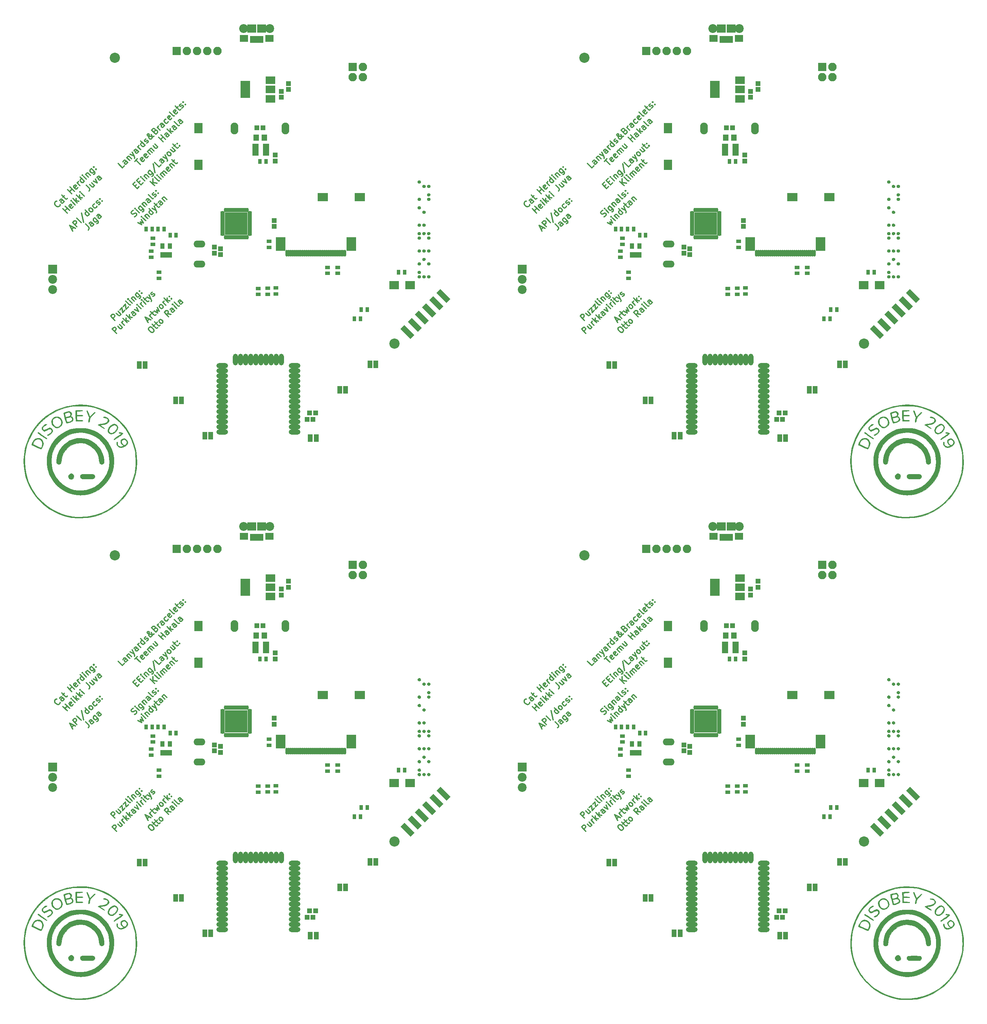
<source format=gts>
G04 #@! TF.FileFunction,Soldermask,Top*
%FSLAX46Y46*%
G04 Gerber Fmt 4.6, Leading zero omitted, Abs format (unit mm)*
G04 Created by KiCad (PCBNEW 4.0.7-e2-6376~58~ubuntu16.04.1) date Sat Nov  3 10:40:34 2018*
%MOMM*%
%LPD*%
G01*
G04 APERTURE LIST*
%ADD10C,0.150000*%
%ADD11C,0.300000*%
%ADD12C,0.010000*%
%ADD13C,2.540000*%
%ADD14R,1.150000X1.200000*%
%ADD15R,1.050000X1.460000*%
%ADD16R,1.300000X0.900000*%
%ADD17R,0.900000X1.300000*%
%ADD18R,1.200000X1.150000*%
%ADD19R,2.580000X2.000000*%
%ADD20R,2.000000X2.580000*%
%ADD21R,1.620000X1.050000*%
%ADD22R,2.200000X2.200000*%
%ADD23C,2.200000*%
%ADD24R,2.400000X4.200000*%
%ADD25R,2.400000X1.900000*%
%ADD26O,2.924000X1.700000*%
%ADD27R,1.400000X1.650000*%
%ADD28R,2.100000X2.100000*%
%ADD29O,2.100000X2.100000*%
%ADD30R,1.250000X1.050000*%
%ADD31R,2.400000X2.100000*%
%ADD32R,2.000000X1.800000*%
%ADD33R,0.800000X1.750000*%
%ADD34R,2.300000X2.000000*%
%ADD35O,0.700000X1.650000*%
%ADD36R,2.400000X3.400000*%
%ADD37O,0.650000X1.100000*%
%ADD38R,0.650000X1.100000*%
%ADD39O,1.100000X0.650000*%
%ADD40R,1.100000X0.650000*%
%ADD41R,1.687500X1.687500*%
%ADD42O,1.900000X2.924000*%
%ADD43O,2.900000X1.300000*%
%ADD44O,1.300000X2.900000*%
G04 APERTURE END LIST*
D10*
D11*
X149410620Y-118518872D02*
X149410620Y-118619887D01*
X149309605Y-118821918D01*
X149208589Y-118922933D01*
X149006560Y-119023948D01*
X148804529Y-119023949D01*
X148653006Y-118973441D01*
X148400468Y-118821918D01*
X148248945Y-118670395D01*
X148097422Y-118417856D01*
X148046914Y-118266334D01*
X148046915Y-118064303D01*
X148147929Y-117862273D01*
X148248944Y-117761258D01*
X148450975Y-117660242D01*
X148551991Y-117660242D01*
X150420773Y-117710750D02*
X149865189Y-117155166D01*
X149713666Y-117104659D01*
X149562143Y-117155166D01*
X149360113Y-117357196D01*
X149309605Y-117508719D01*
X150370265Y-117660242D02*
X150319758Y-117811765D01*
X150067219Y-118064303D01*
X149915697Y-118114811D01*
X149764174Y-118064304D01*
X149663159Y-117963289D01*
X149612651Y-117811765D01*
X149663159Y-117660242D01*
X149915697Y-117407704D01*
X149966204Y-117256181D01*
X150067219Y-116650089D02*
X150471281Y-116246028D01*
X149865189Y-116145013D02*
X150774327Y-117054151D01*
X150925849Y-117104659D01*
X151077372Y-117054150D01*
X151178387Y-116953135D01*
X152340063Y-115791460D02*
X151279403Y-114730799D01*
X151784479Y-115235876D02*
X152390571Y-114629784D01*
X152946154Y-115185368D02*
X151885494Y-114124708D01*
X153804784Y-114225724D02*
X153754276Y-114377246D01*
X153552246Y-114579276D01*
X153400724Y-114629784D01*
X153249201Y-114579277D01*
X152845139Y-114175216D01*
X152794632Y-114023693D01*
X152845139Y-113872170D01*
X153047170Y-113670139D01*
X153198693Y-113619632D01*
X153350216Y-113670139D01*
X153451231Y-113771154D01*
X153047170Y-114377246D01*
X154360368Y-113771154D02*
X153653261Y-113064048D01*
X153855292Y-113266079D02*
X153804784Y-113114556D01*
X153804784Y-113013540D01*
X153855291Y-112862017D01*
X153956307Y-112761002D01*
X155471535Y-112659987D02*
X154410875Y-111599327D01*
X155421028Y-112609480D02*
X155370520Y-112761002D01*
X155168490Y-112963032D01*
X155016967Y-113013541D01*
X154915952Y-113013540D01*
X154764429Y-112963033D01*
X154461383Y-112659988D01*
X154410876Y-112508465D01*
X154410875Y-112407449D01*
X154461383Y-112255926D01*
X154663413Y-112053895D01*
X154814936Y-112003388D01*
X155976612Y-112154911D02*
X155269505Y-111447804D01*
X154915952Y-111094250D02*
X154915952Y-111195266D01*
X155016967Y-111195266D01*
X155016967Y-111094251D01*
X154915952Y-111094250D01*
X155016967Y-111195266D01*
X155774581Y-110942727D02*
X156481688Y-111649834D01*
X155875597Y-111043743D02*
X155875597Y-110942728D01*
X155926105Y-110791204D01*
X156077627Y-110639682D01*
X156229150Y-110589175D01*
X156380673Y-110639682D01*
X156936257Y-111195265D01*
X157188795Y-109528514D02*
X158047425Y-110387144D01*
X158097932Y-110538667D01*
X158097933Y-110639682D01*
X158047425Y-110791204D01*
X157895902Y-110942727D01*
X157744379Y-110993235D01*
X157845395Y-110185113D02*
X157794887Y-110336636D01*
X157592856Y-110538666D01*
X157441333Y-110589175D01*
X157340318Y-110589174D01*
X157188795Y-110538667D01*
X156885750Y-110235621D01*
X156835242Y-110084098D01*
X156835242Y-109983083D01*
X156885750Y-109831559D01*
X157087780Y-109629529D01*
X157239303Y-109579022D01*
X158299963Y-109629529D02*
X158400978Y-109629530D01*
X158400978Y-109730544D01*
X158299963Y-109730545D01*
X158299963Y-109629529D01*
X158400978Y-109730544D01*
X157744379Y-109073945D02*
X157845395Y-109073946D01*
X157845395Y-109174960D01*
X157744379Y-109174961D01*
X157744379Y-109073945D01*
X157845395Y-109174960D01*
X151163235Y-120574532D02*
X150102574Y-119513872D01*
X150607651Y-120018948D02*
X151213742Y-119412856D01*
X151769326Y-119968440D02*
X150708666Y-118907780D01*
X152627956Y-119008796D02*
X152577448Y-119160318D01*
X152375418Y-119362349D01*
X152223895Y-119412856D01*
X152072372Y-119362349D01*
X151668311Y-118958288D01*
X151617804Y-118806765D01*
X151668311Y-118655242D01*
X151870341Y-118453211D01*
X152021864Y-118402704D01*
X152173387Y-118453211D01*
X152274403Y-118554227D01*
X151870341Y-119160318D01*
X153183540Y-118554227D02*
X152476433Y-117847120D01*
X152122880Y-117493566D02*
X152122880Y-117594582D01*
X152223895Y-117594582D01*
X152223895Y-117493567D01*
X152122880Y-117493566D01*
X152223895Y-117594582D01*
X153688616Y-118049150D02*
X152627956Y-116988490D01*
X153385571Y-117544074D02*
X154092677Y-117645089D01*
X153385570Y-116937983D02*
X153385571Y-117746105D01*
X154547246Y-117190520D02*
X153486586Y-116129860D01*
X154244201Y-116685444D02*
X154951307Y-116786460D01*
X154244200Y-116079353D02*
X154244201Y-116887475D01*
X155405876Y-116331890D02*
X154698769Y-115624784D01*
X154345216Y-115271230D02*
X154345216Y-115372246D01*
X154446232Y-115372246D01*
X154446231Y-115271231D01*
X154345216Y-115271230D01*
X154446232Y-115372246D01*
X155961460Y-113654986D02*
X156719074Y-114412601D01*
X156820090Y-114614631D01*
X156820090Y-114816662D01*
X156719074Y-115018692D01*
X156618059Y-115119707D01*
X157274658Y-113048895D02*
X157981765Y-113756001D01*
X156820089Y-113503463D02*
X157375674Y-114059048D01*
X157527196Y-114109556D01*
X157678719Y-114059047D01*
X157830242Y-113907525D01*
X157880750Y-113756002D01*
X157880750Y-113654986D01*
X157678719Y-112644833D02*
X158638364Y-113099402D01*
X158183795Y-112139758D01*
X159749532Y-111988235D02*
X159193948Y-111432651D01*
X159042425Y-111382144D01*
X158890902Y-111432651D01*
X158688872Y-111634681D01*
X158638364Y-111786204D01*
X159699025Y-111937727D02*
X159648517Y-112089250D01*
X159395978Y-112341788D01*
X159244456Y-112392296D01*
X159092933Y-112341789D01*
X158991918Y-112240773D01*
X158941410Y-112089250D01*
X158991918Y-111937727D01*
X159244456Y-111685189D01*
X159294963Y-111533666D01*
X32410620Y-118518872D02*
X32410620Y-118619887D01*
X32309605Y-118821918D01*
X32208589Y-118922933D01*
X32006560Y-119023948D01*
X31804529Y-119023949D01*
X31653006Y-118973441D01*
X31400468Y-118821918D01*
X31248945Y-118670395D01*
X31097422Y-118417856D01*
X31046914Y-118266334D01*
X31046915Y-118064303D01*
X31147929Y-117862273D01*
X31248944Y-117761258D01*
X31450975Y-117660242D01*
X31551991Y-117660242D01*
X33420773Y-117710750D02*
X32865189Y-117155166D01*
X32713666Y-117104659D01*
X32562143Y-117155166D01*
X32360113Y-117357196D01*
X32309605Y-117508719D01*
X33370265Y-117660242D02*
X33319758Y-117811765D01*
X33067219Y-118064303D01*
X32915697Y-118114811D01*
X32764174Y-118064304D01*
X32663159Y-117963289D01*
X32612651Y-117811765D01*
X32663159Y-117660242D01*
X32915697Y-117407704D01*
X32966204Y-117256181D01*
X33067219Y-116650089D02*
X33471281Y-116246028D01*
X32865189Y-116145013D02*
X33774327Y-117054151D01*
X33925849Y-117104659D01*
X34077372Y-117054150D01*
X34178387Y-116953135D01*
X35340063Y-115791460D02*
X34279403Y-114730799D01*
X34784479Y-115235876D02*
X35390571Y-114629784D01*
X35946154Y-115185368D02*
X34885494Y-114124708D01*
X36804784Y-114225724D02*
X36754276Y-114377246D01*
X36552246Y-114579276D01*
X36400724Y-114629784D01*
X36249201Y-114579277D01*
X35845139Y-114175216D01*
X35794632Y-114023693D01*
X35845139Y-113872170D01*
X36047170Y-113670139D01*
X36198693Y-113619632D01*
X36350216Y-113670139D01*
X36451231Y-113771154D01*
X36047170Y-114377246D01*
X37360368Y-113771154D02*
X36653261Y-113064048D01*
X36855292Y-113266079D02*
X36804784Y-113114556D01*
X36804784Y-113013540D01*
X36855291Y-112862017D01*
X36956307Y-112761002D01*
X38471535Y-112659987D02*
X37410875Y-111599327D01*
X38421028Y-112609480D02*
X38370520Y-112761002D01*
X38168490Y-112963032D01*
X38016967Y-113013541D01*
X37915952Y-113013540D01*
X37764429Y-112963033D01*
X37461383Y-112659988D01*
X37410876Y-112508465D01*
X37410875Y-112407449D01*
X37461383Y-112255926D01*
X37663413Y-112053895D01*
X37814936Y-112003388D01*
X38976612Y-112154911D02*
X38269505Y-111447804D01*
X37915952Y-111094250D02*
X37915952Y-111195266D01*
X38016967Y-111195266D01*
X38016967Y-111094251D01*
X37915952Y-111094250D01*
X38016967Y-111195266D01*
X38774581Y-110942727D02*
X39481688Y-111649834D01*
X38875597Y-111043743D02*
X38875597Y-110942728D01*
X38926105Y-110791204D01*
X39077627Y-110639682D01*
X39229150Y-110589175D01*
X39380673Y-110639682D01*
X39936257Y-111195265D01*
X40188795Y-109528514D02*
X41047425Y-110387144D01*
X41097932Y-110538667D01*
X41097933Y-110639682D01*
X41047425Y-110791204D01*
X40895902Y-110942727D01*
X40744379Y-110993235D01*
X40845395Y-110185113D02*
X40794887Y-110336636D01*
X40592856Y-110538666D01*
X40441333Y-110589175D01*
X40340318Y-110589174D01*
X40188795Y-110538667D01*
X39885750Y-110235621D01*
X39835242Y-110084098D01*
X39835242Y-109983083D01*
X39885750Y-109831559D01*
X40087780Y-109629529D01*
X40239303Y-109579022D01*
X41299963Y-109629529D02*
X41400978Y-109629530D01*
X41400978Y-109730544D01*
X41299963Y-109730545D01*
X41299963Y-109629529D01*
X41400978Y-109730544D01*
X40744379Y-109073945D02*
X40845395Y-109073946D01*
X40845395Y-109174960D01*
X40744379Y-109174961D01*
X40744379Y-109073945D01*
X40845395Y-109174960D01*
X34163235Y-120574532D02*
X33102574Y-119513872D01*
X33607651Y-120018948D02*
X34213742Y-119412856D01*
X34769326Y-119968440D02*
X33708666Y-118907780D01*
X35627956Y-119008796D02*
X35577448Y-119160318D01*
X35375418Y-119362349D01*
X35223895Y-119412856D01*
X35072372Y-119362349D01*
X34668311Y-118958288D01*
X34617804Y-118806765D01*
X34668311Y-118655242D01*
X34870341Y-118453211D01*
X35021864Y-118402704D01*
X35173387Y-118453211D01*
X35274403Y-118554227D01*
X34870341Y-119160318D01*
X36183540Y-118554227D02*
X35476433Y-117847120D01*
X35122880Y-117493566D02*
X35122880Y-117594582D01*
X35223895Y-117594582D01*
X35223895Y-117493567D01*
X35122880Y-117493566D01*
X35223895Y-117594582D01*
X36688616Y-118049150D02*
X35627956Y-116988490D01*
X36385571Y-117544074D02*
X37092677Y-117645089D01*
X36385570Y-116937983D02*
X36385571Y-117746105D01*
X37547246Y-117190520D02*
X36486586Y-116129860D01*
X37244201Y-116685444D02*
X37951307Y-116786460D01*
X37244200Y-116079353D02*
X37244201Y-116887475D01*
X38405876Y-116331890D02*
X37698769Y-115624784D01*
X37345216Y-115271230D02*
X37345216Y-115372246D01*
X37446232Y-115372246D01*
X37446231Y-115271231D01*
X37345216Y-115271230D01*
X37446232Y-115372246D01*
X38961460Y-113654986D02*
X39719074Y-114412601D01*
X39820090Y-114614631D01*
X39820090Y-114816662D01*
X39719074Y-115018692D01*
X39618059Y-115119707D01*
X40274658Y-113048895D02*
X40981765Y-113756001D01*
X39820089Y-113503463D02*
X40375674Y-114059048D01*
X40527196Y-114109556D01*
X40678719Y-114059047D01*
X40830242Y-113907525D01*
X40880750Y-113756002D01*
X40880750Y-113654986D01*
X40678719Y-112644833D02*
X41638364Y-113099402D01*
X41183795Y-112139758D01*
X42749532Y-111988235D02*
X42193948Y-111432651D01*
X42042425Y-111382144D01*
X41890902Y-111432651D01*
X41688872Y-111634681D01*
X41638364Y-111786204D01*
X42699025Y-111937727D02*
X42648517Y-112089250D01*
X42395978Y-112341788D01*
X42244456Y-112392296D01*
X42092933Y-112341789D01*
X41991918Y-112240773D01*
X41941410Y-112089250D01*
X41991918Y-111937727D01*
X42244456Y-111685189D01*
X42294963Y-111533666D01*
X149410620Y5481128D02*
X149410620Y5380113D01*
X149309605Y5178082D01*
X149208589Y5077067D01*
X149006560Y4976052D01*
X148804529Y4976051D01*
X148653006Y5026559D01*
X148400468Y5178082D01*
X148248945Y5329605D01*
X148097422Y5582144D01*
X148046914Y5733666D01*
X148046915Y5935697D01*
X148147929Y6137727D01*
X148248944Y6238742D01*
X148450975Y6339758D01*
X148551991Y6339758D01*
X150420773Y6289250D02*
X149865189Y6844834D01*
X149713666Y6895341D01*
X149562143Y6844834D01*
X149360113Y6642804D01*
X149309605Y6491281D01*
X150370265Y6339758D02*
X150319758Y6188235D01*
X150067219Y5935697D01*
X149915697Y5885189D01*
X149764174Y5935696D01*
X149663159Y6036711D01*
X149612651Y6188235D01*
X149663159Y6339758D01*
X149915697Y6592296D01*
X149966204Y6743819D01*
X150067219Y7349911D02*
X150471281Y7753972D01*
X149865189Y7854987D02*
X150774327Y6945849D01*
X150925849Y6895341D01*
X151077372Y6945850D01*
X151178387Y7046865D01*
X152340063Y8208540D02*
X151279403Y9269201D01*
X151784479Y8764124D02*
X152390571Y9370216D01*
X152946154Y8814632D02*
X151885494Y9875292D01*
X153804784Y9774276D02*
X153754276Y9622754D01*
X153552246Y9420724D01*
X153400724Y9370216D01*
X153249201Y9420723D01*
X152845139Y9824784D01*
X152794632Y9976307D01*
X152845139Y10127830D01*
X153047170Y10329861D01*
X153198693Y10380368D01*
X153350216Y10329861D01*
X153451231Y10228846D01*
X153047170Y9622754D01*
X154360368Y10228846D02*
X153653261Y10935952D01*
X153855292Y10733921D02*
X153804784Y10885444D01*
X153804784Y10986460D01*
X153855291Y11137983D01*
X153956307Y11238998D01*
X155471535Y11340013D02*
X154410875Y12400673D01*
X155421028Y11390520D02*
X155370520Y11238998D01*
X155168490Y11036968D01*
X155016967Y10986459D01*
X154915952Y10986460D01*
X154764429Y11036967D01*
X154461383Y11340012D01*
X154410876Y11491535D01*
X154410875Y11592551D01*
X154461383Y11744074D01*
X154663413Y11946105D01*
X154814936Y11996612D01*
X155976612Y11845089D02*
X155269505Y12552196D01*
X154915952Y12905750D02*
X154915952Y12804734D01*
X155016967Y12804734D01*
X155016967Y12905749D01*
X154915952Y12905750D01*
X155016967Y12804734D01*
X155774581Y13057273D02*
X156481688Y12350166D01*
X155875597Y12956257D02*
X155875597Y13057272D01*
X155926105Y13208796D01*
X156077627Y13360318D01*
X156229150Y13410825D01*
X156380673Y13360318D01*
X156936257Y12804735D01*
X157188795Y14471486D02*
X158047425Y13612856D01*
X158097932Y13461333D01*
X158097933Y13360318D01*
X158047425Y13208796D01*
X157895902Y13057273D01*
X157744379Y13006765D01*
X157845395Y13814887D02*
X157794887Y13663364D01*
X157592856Y13461334D01*
X157441333Y13410825D01*
X157340318Y13410826D01*
X157188795Y13461333D01*
X156885750Y13764379D01*
X156835242Y13915902D01*
X156835242Y14016917D01*
X156885750Y14168441D01*
X157087780Y14370471D01*
X157239303Y14420978D01*
X158299963Y14370471D02*
X158400978Y14370470D01*
X158400978Y14269456D01*
X158299963Y14269455D01*
X158299963Y14370471D01*
X158400978Y14269456D01*
X157744379Y14926055D02*
X157845395Y14926054D01*
X157845395Y14825040D01*
X157744379Y14825039D01*
X157744379Y14926055D01*
X157845395Y14825040D01*
X151163235Y3425468D02*
X150102574Y4486128D01*
X150607651Y3981052D02*
X151213742Y4587144D01*
X151769326Y4031560D02*
X150708666Y5092220D01*
X152627956Y4991204D02*
X152577448Y4839682D01*
X152375418Y4637651D01*
X152223895Y4587144D01*
X152072372Y4637651D01*
X151668311Y5041712D01*
X151617804Y5193235D01*
X151668311Y5344758D01*
X151870341Y5546789D01*
X152021864Y5597296D01*
X152173387Y5546789D01*
X152274403Y5445773D01*
X151870341Y4839682D01*
X153183540Y5445773D02*
X152476433Y6152880D01*
X152122880Y6506434D02*
X152122880Y6405418D01*
X152223895Y6405418D01*
X152223895Y6506433D01*
X152122880Y6506434D01*
X152223895Y6405418D01*
X153688616Y5950850D02*
X152627956Y7011510D01*
X153385571Y6455926D02*
X154092677Y6354911D01*
X153385570Y7062017D02*
X153385571Y6253895D01*
X154547246Y6809480D02*
X153486586Y7870140D01*
X154244201Y7314556D02*
X154951307Y7213540D01*
X154244200Y7920647D02*
X154244201Y7112525D01*
X155405876Y7668110D02*
X154698769Y8375216D01*
X154345216Y8728770D02*
X154345216Y8627754D01*
X154446232Y8627754D01*
X154446231Y8728769D01*
X154345216Y8728770D01*
X154446232Y8627754D01*
X155961460Y10345014D02*
X156719074Y9587399D01*
X156820090Y9385369D01*
X156820090Y9183338D01*
X156719074Y8981308D01*
X156618059Y8880293D01*
X157274658Y10951105D02*
X157981765Y10243999D01*
X156820089Y10496537D02*
X157375674Y9940952D01*
X157527196Y9890444D01*
X157678719Y9940953D01*
X157830242Y10092475D01*
X157880750Y10243998D01*
X157880750Y10345014D01*
X157678719Y11355167D02*
X158638364Y10900598D01*
X158183795Y11860242D01*
X159749532Y12011765D02*
X159193948Y12567349D01*
X159042425Y12617856D01*
X158890902Y12567349D01*
X158688872Y12365319D01*
X158638364Y12213796D01*
X159699025Y12062273D02*
X159648517Y11910750D01*
X159395978Y11658212D01*
X159244456Y11607704D01*
X159092933Y11658211D01*
X158991918Y11759227D01*
X158941410Y11910750D01*
X158991918Y12062273D01*
X159244456Y12314811D01*
X159294963Y12466334D01*
X163069504Y-147337018D02*
X162008844Y-146276358D01*
X162412904Y-145872298D01*
X162564428Y-145821790D01*
X162665443Y-145821790D01*
X162816966Y-145872298D01*
X162968489Y-146023820D01*
X163018997Y-146175344D01*
X163018997Y-146276358D01*
X162968489Y-146427882D01*
X162564428Y-146831943D01*
X163877626Y-145114683D02*
X164584733Y-145821790D01*
X163423057Y-145569251D02*
X163978642Y-146124836D01*
X164130164Y-146175344D01*
X164281687Y-146124835D01*
X164433210Y-145973313D01*
X164483718Y-145821790D01*
X164483718Y-145720774D01*
X164281687Y-144710622D02*
X164837271Y-144155038D01*
X164988794Y-145417728D01*
X165544378Y-144862145D01*
X165140317Y-143851992D02*
X165695901Y-143296408D01*
X165847424Y-144559098D01*
X166403008Y-144003515D01*
X166958592Y-143447930D02*
X166807069Y-143498439D01*
X166655546Y-143447931D01*
X165746409Y-142538793D01*
X167362653Y-143043870D02*
X166655546Y-142336763D01*
X166301992Y-141983210D02*
X166301992Y-142084225D01*
X166403008Y-142084225D01*
X166403008Y-141983210D01*
X166301992Y-141983210D01*
X166403008Y-142084225D01*
X167160622Y-141831686D02*
X167867729Y-142538793D01*
X167261638Y-141932702D02*
X167261637Y-141831687D01*
X167312145Y-141680163D01*
X167463668Y-141528641D01*
X167615191Y-141478134D01*
X167766714Y-141528641D01*
X168322298Y-142084225D01*
X168574836Y-140417473D02*
X169433466Y-141276103D01*
X169483973Y-141427626D01*
X169483974Y-141528641D01*
X169433466Y-141680163D01*
X169281943Y-141831686D01*
X169130420Y-141882194D01*
X169231435Y-141074072D02*
X169180927Y-141225595D01*
X168978897Y-141427625D01*
X168827374Y-141478134D01*
X168726359Y-141478133D01*
X168574836Y-141427626D01*
X168271790Y-141124580D01*
X168221283Y-140973057D01*
X168221282Y-140872042D01*
X168271790Y-140720518D01*
X168473821Y-140518488D01*
X168625344Y-140467981D01*
X169686004Y-140518488D02*
X169787019Y-140518489D01*
X169787019Y-140619503D01*
X169686004Y-140619504D01*
X169686004Y-140518488D01*
X169787019Y-140619503D01*
X169130420Y-139962904D02*
X169231435Y-139962905D01*
X169231435Y-140063920D01*
X169130420Y-140063920D01*
X169130420Y-139962904D01*
X169231435Y-140063920D01*
X163433159Y-150579608D02*
X162372499Y-149518947D01*
X162776559Y-149114887D01*
X162928083Y-149064379D01*
X163029098Y-149064380D01*
X163180621Y-149114887D01*
X163332144Y-149266409D01*
X163382652Y-149417933D01*
X163382652Y-149518947D01*
X163332144Y-149670471D01*
X162928083Y-150074532D01*
X164241281Y-148357272D02*
X164948387Y-149064379D01*
X163786712Y-148811841D02*
X164342297Y-149367425D01*
X164493819Y-149417933D01*
X164645342Y-149367424D01*
X164796864Y-149215902D01*
X164847372Y-149064380D01*
X164847372Y-148963364D01*
X165453464Y-148559302D02*
X164746357Y-147852196D01*
X164948388Y-148054227D02*
X164897880Y-147902704D01*
X164897880Y-147801688D01*
X164948387Y-147650165D01*
X165049403Y-147549150D01*
X166110063Y-147902703D02*
X165049403Y-146842043D01*
X165807017Y-147397628D02*
X166514123Y-147498643D01*
X165807017Y-146791536D02*
X165807017Y-147599658D01*
X166968693Y-147044074D02*
X165908033Y-145983413D01*
X166665647Y-146538998D02*
X167372753Y-146640013D01*
X166665647Y-145932906D02*
X166665647Y-146741028D01*
X168281891Y-145730875D02*
X167726307Y-145175292D01*
X167574784Y-145124784D01*
X167423261Y-145175292D01*
X167221231Y-145377322D01*
X167170724Y-145528845D01*
X168231384Y-145680368D02*
X168180876Y-145831890D01*
X167928338Y-146084429D01*
X167776815Y-146134937D01*
X167625292Y-146084429D01*
X167524277Y-145983414D01*
X167473769Y-145831890D01*
X167524277Y-145680368D01*
X167776815Y-145427830D01*
X167827323Y-145276307D01*
X167978846Y-144619707D02*
X168938491Y-145074276D01*
X168483921Y-144114631D01*
X169595089Y-144417677D02*
X168887983Y-143710570D01*
X168534429Y-143357017D02*
X168534429Y-143458033D01*
X168635445Y-143458033D01*
X168635444Y-143357017D01*
X168534429Y-143357017D01*
X168635445Y-143458033D01*
X170100166Y-143912600D02*
X169393059Y-143205494D01*
X169595090Y-143407525D02*
X169544582Y-143256002D01*
X169544582Y-143154986D01*
X169595089Y-143003463D01*
X169696105Y-142902448D01*
X170756765Y-143256001D02*
X170049658Y-142548895D01*
X169696105Y-142195341D02*
X169696105Y-142296357D01*
X169797121Y-142296357D01*
X169797120Y-142195342D01*
X169696105Y-142195341D01*
X169797121Y-142296357D01*
X170403211Y-142195341D02*
X170807273Y-141791280D01*
X170201181Y-141690265D02*
X171110319Y-142599403D01*
X171261841Y-142649911D01*
X171413364Y-142599402D01*
X171514380Y-142498387D01*
X171059811Y-141538742D02*
X172019456Y-141993310D01*
X171564887Y-141033666D02*
X172019456Y-141993310D01*
X172170978Y-142346864D01*
X172170979Y-142447880D01*
X172120471Y-142599402D01*
X172575040Y-141336712D02*
X172726562Y-141286204D01*
X172928593Y-141084173D01*
X172979101Y-140932651D01*
X172928593Y-140781128D01*
X172878085Y-140730621D01*
X172726563Y-140680113D01*
X172575040Y-140730620D01*
X172423517Y-140882143D01*
X172271994Y-140932651D01*
X172120471Y-140882144D01*
X172069963Y-140831636D01*
X172019456Y-140680113D01*
X172069963Y-140528590D01*
X172221486Y-140377066D01*
X172373009Y-140326559D01*
X46069504Y-147337018D02*
X45008844Y-146276358D01*
X45412904Y-145872298D01*
X45564428Y-145821790D01*
X45665443Y-145821790D01*
X45816966Y-145872298D01*
X45968489Y-146023820D01*
X46018997Y-146175344D01*
X46018997Y-146276358D01*
X45968489Y-146427882D01*
X45564428Y-146831943D01*
X46877626Y-145114683D02*
X47584733Y-145821790D01*
X46423057Y-145569251D02*
X46978642Y-146124836D01*
X47130164Y-146175344D01*
X47281687Y-146124835D01*
X47433210Y-145973313D01*
X47483718Y-145821790D01*
X47483718Y-145720774D01*
X47281687Y-144710622D02*
X47837271Y-144155038D01*
X47988794Y-145417728D01*
X48544378Y-144862145D01*
X48140317Y-143851992D02*
X48695901Y-143296408D01*
X48847424Y-144559098D01*
X49403008Y-144003515D01*
X49958592Y-143447930D02*
X49807069Y-143498439D01*
X49655546Y-143447931D01*
X48746409Y-142538793D01*
X50362653Y-143043870D02*
X49655546Y-142336763D01*
X49301992Y-141983210D02*
X49301992Y-142084225D01*
X49403008Y-142084225D01*
X49403008Y-141983210D01*
X49301992Y-141983210D01*
X49403008Y-142084225D01*
X50160622Y-141831686D02*
X50867729Y-142538793D01*
X50261638Y-141932702D02*
X50261637Y-141831687D01*
X50312145Y-141680163D01*
X50463668Y-141528641D01*
X50615191Y-141478134D01*
X50766714Y-141528641D01*
X51322298Y-142084225D01*
X51574836Y-140417473D02*
X52433466Y-141276103D01*
X52483973Y-141427626D01*
X52483974Y-141528641D01*
X52433466Y-141680163D01*
X52281943Y-141831686D01*
X52130420Y-141882194D01*
X52231435Y-141074072D02*
X52180927Y-141225595D01*
X51978897Y-141427625D01*
X51827374Y-141478134D01*
X51726359Y-141478133D01*
X51574836Y-141427626D01*
X51271790Y-141124580D01*
X51221283Y-140973057D01*
X51221282Y-140872042D01*
X51271790Y-140720518D01*
X51473821Y-140518488D01*
X51625344Y-140467981D01*
X52686004Y-140518488D02*
X52787019Y-140518489D01*
X52787019Y-140619503D01*
X52686004Y-140619504D01*
X52686004Y-140518488D01*
X52787019Y-140619503D01*
X52130420Y-139962904D02*
X52231435Y-139962905D01*
X52231435Y-140063920D01*
X52130420Y-140063920D01*
X52130420Y-139962904D01*
X52231435Y-140063920D01*
X46433159Y-150579608D02*
X45372499Y-149518947D01*
X45776559Y-149114887D01*
X45928083Y-149064379D01*
X46029098Y-149064380D01*
X46180621Y-149114887D01*
X46332144Y-149266409D01*
X46382652Y-149417933D01*
X46382652Y-149518947D01*
X46332144Y-149670471D01*
X45928083Y-150074532D01*
X47241281Y-148357272D02*
X47948387Y-149064379D01*
X46786712Y-148811841D02*
X47342297Y-149367425D01*
X47493819Y-149417933D01*
X47645342Y-149367424D01*
X47796864Y-149215902D01*
X47847372Y-149064380D01*
X47847372Y-148963364D01*
X48453464Y-148559302D02*
X47746357Y-147852196D01*
X47948388Y-148054227D02*
X47897880Y-147902704D01*
X47897880Y-147801688D01*
X47948387Y-147650165D01*
X48049403Y-147549150D01*
X49110063Y-147902703D02*
X48049403Y-146842043D01*
X48807017Y-147397628D02*
X49514123Y-147498643D01*
X48807017Y-146791536D02*
X48807017Y-147599658D01*
X49968693Y-147044074D02*
X48908033Y-145983413D01*
X49665647Y-146538998D02*
X50372753Y-146640013D01*
X49665647Y-145932906D02*
X49665647Y-146741028D01*
X51281891Y-145730875D02*
X50726307Y-145175292D01*
X50574784Y-145124784D01*
X50423261Y-145175292D01*
X50221231Y-145377322D01*
X50170724Y-145528845D01*
X51231384Y-145680368D02*
X51180876Y-145831890D01*
X50928338Y-146084429D01*
X50776815Y-146134937D01*
X50625292Y-146084429D01*
X50524277Y-145983414D01*
X50473769Y-145831890D01*
X50524277Y-145680368D01*
X50776815Y-145427830D01*
X50827323Y-145276307D01*
X50978846Y-144619707D02*
X51938491Y-145074276D01*
X51483921Y-144114631D01*
X52595089Y-144417677D02*
X51887983Y-143710570D01*
X51534429Y-143357017D02*
X51534429Y-143458033D01*
X51635445Y-143458033D01*
X51635444Y-143357017D01*
X51534429Y-143357017D01*
X51635445Y-143458033D01*
X53100166Y-143912600D02*
X52393059Y-143205494D01*
X52595090Y-143407525D02*
X52544582Y-143256002D01*
X52544582Y-143154986D01*
X52595089Y-143003463D01*
X52696105Y-142902448D01*
X53756765Y-143256001D02*
X53049658Y-142548895D01*
X52696105Y-142195341D02*
X52696105Y-142296357D01*
X52797121Y-142296357D01*
X52797120Y-142195342D01*
X52696105Y-142195341D01*
X52797121Y-142296357D01*
X53403211Y-142195341D02*
X53807273Y-141791280D01*
X53201181Y-141690265D02*
X54110319Y-142599403D01*
X54261841Y-142649911D01*
X54413364Y-142599402D01*
X54514380Y-142498387D01*
X54059811Y-141538742D02*
X55019456Y-141993310D01*
X54564887Y-141033666D02*
X55019456Y-141993310D01*
X55170978Y-142346864D01*
X55170979Y-142447880D01*
X55120471Y-142599402D01*
X55575040Y-141336712D02*
X55726562Y-141286204D01*
X55928593Y-141084173D01*
X55979101Y-140932651D01*
X55928593Y-140781128D01*
X55878085Y-140730621D01*
X55726563Y-140680113D01*
X55575040Y-140730620D01*
X55423517Y-140882143D01*
X55271994Y-140932651D01*
X55120471Y-140882144D01*
X55069963Y-140831636D01*
X55019456Y-140680113D01*
X55069963Y-140528590D01*
X55221486Y-140377066D01*
X55373009Y-140326559D01*
X163069504Y-23337018D02*
X162008844Y-22276358D01*
X162412904Y-21872298D01*
X162564428Y-21821790D01*
X162665443Y-21821790D01*
X162816966Y-21872298D01*
X162968489Y-22023820D01*
X163018997Y-22175344D01*
X163018997Y-22276358D01*
X162968489Y-22427882D01*
X162564428Y-22831943D01*
X163877626Y-21114683D02*
X164584733Y-21821790D01*
X163423057Y-21569251D02*
X163978642Y-22124836D01*
X164130164Y-22175344D01*
X164281687Y-22124835D01*
X164433210Y-21973313D01*
X164483718Y-21821790D01*
X164483718Y-21720774D01*
X164281687Y-20710622D02*
X164837271Y-20155038D01*
X164988794Y-21417728D01*
X165544378Y-20862145D01*
X165140317Y-19851992D02*
X165695901Y-19296408D01*
X165847424Y-20559098D01*
X166403008Y-20003515D01*
X166958592Y-19447930D02*
X166807069Y-19498439D01*
X166655546Y-19447931D01*
X165746409Y-18538793D01*
X167362653Y-19043870D02*
X166655546Y-18336763D01*
X166301992Y-17983210D02*
X166301992Y-18084225D01*
X166403008Y-18084225D01*
X166403008Y-17983210D01*
X166301992Y-17983210D01*
X166403008Y-18084225D01*
X167160622Y-17831686D02*
X167867729Y-18538793D01*
X167261638Y-17932702D02*
X167261637Y-17831687D01*
X167312145Y-17680163D01*
X167463668Y-17528641D01*
X167615191Y-17478134D01*
X167766714Y-17528641D01*
X168322298Y-18084225D01*
X168574836Y-16417473D02*
X169433466Y-17276103D01*
X169483973Y-17427626D01*
X169483974Y-17528641D01*
X169433466Y-17680163D01*
X169281943Y-17831686D01*
X169130420Y-17882194D01*
X169231435Y-17074072D02*
X169180927Y-17225595D01*
X168978897Y-17427625D01*
X168827374Y-17478134D01*
X168726359Y-17478133D01*
X168574836Y-17427626D01*
X168271790Y-17124580D01*
X168221283Y-16973057D01*
X168221282Y-16872042D01*
X168271790Y-16720518D01*
X168473821Y-16518488D01*
X168625344Y-16467981D01*
X169686004Y-16518488D02*
X169787019Y-16518489D01*
X169787019Y-16619503D01*
X169686004Y-16619504D01*
X169686004Y-16518488D01*
X169787019Y-16619503D01*
X169130420Y-15962904D02*
X169231435Y-15962905D01*
X169231435Y-16063920D01*
X169130420Y-16063920D01*
X169130420Y-15962904D01*
X169231435Y-16063920D01*
X163433159Y-26579608D02*
X162372499Y-25518947D01*
X162776559Y-25114887D01*
X162928083Y-25064379D01*
X163029098Y-25064380D01*
X163180621Y-25114887D01*
X163332144Y-25266409D01*
X163382652Y-25417933D01*
X163382652Y-25518947D01*
X163332144Y-25670471D01*
X162928083Y-26074532D01*
X164241281Y-24357272D02*
X164948387Y-25064379D01*
X163786712Y-24811841D02*
X164342297Y-25367425D01*
X164493819Y-25417933D01*
X164645342Y-25367424D01*
X164796864Y-25215902D01*
X164847372Y-25064380D01*
X164847372Y-24963364D01*
X165453464Y-24559302D02*
X164746357Y-23852196D01*
X164948388Y-24054227D02*
X164897880Y-23902704D01*
X164897880Y-23801688D01*
X164948387Y-23650165D01*
X165049403Y-23549150D01*
X166110063Y-23902703D02*
X165049403Y-22842043D01*
X165807017Y-23397628D02*
X166514123Y-23498643D01*
X165807017Y-22791536D02*
X165807017Y-23599658D01*
X166968693Y-23044074D02*
X165908033Y-21983413D01*
X166665647Y-22538998D02*
X167372753Y-22640013D01*
X166665647Y-21932906D02*
X166665647Y-22741028D01*
X168281891Y-21730875D02*
X167726307Y-21175292D01*
X167574784Y-21124784D01*
X167423261Y-21175292D01*
X167221231Y-21377322D01*
X167170724Y-21528845D01*
X168231384Y-21680368D02*
X168180876Y-21831890D01*
X167928338Y-22084429D01*
X167776815Y-22134937D01*
X167625292Y-22084429D01*
X167524277Y-21983414D01*
X167473769Y-21831890D01*
X167524277Y-21680368D01*
X167776815Y-21427830D01*
X167827323Y-21276307D01*
X167978846Y-20619707D02*
X168938491Y-21074276D01*
X168483921Y-20114631D01*
X169595089Y-20417677D02*
X168887983Y-19710570D01*
X168534429Y-19357017D02*
X168534429Y-19458033D01*
X168635445Y-19458033D01*
X168635444Y-19357017D01*
X168534429Y-19357017D01*
X168635445Y-19458033D01*
X170100166Y-19912600D02*
X169393059Y-19205494D01*
X169595090Y-19407525D02*
X169544582Y-19256002D01*
X169544582Y-19154986D01*
X169595089Y-19003463D01*
X169696105Y-18902448D01*
X170756765Y-19256001D02*
X170049658Y-18548895D01*
X169696105Y-18195341D02*
X169696105Y-18296357D01*
X169797121Y-18296357D01*
X169797120Y-18195342D01*
X169696105Y-18195341D01*
X169797121Y-18296357D01*
X170403211Y-18195341D02*
X170807273Y-17791280D01*
X170201181Y-17690265D02*
X171110319Y-18599403D01*
X171261841Y-18649911D01*
X171413364Y-18599402D01*
X171514380Y-18498387D01*
X171059811Y-17538742D02*
X172019456Y-17993310D01*
X171564887Y-17033666D02*
X172019456Y-17993310D01*
X172170978Y-18346864D01*
X172170979Y-18447880D01*
X172120471Y-18599402D01*
X172575040Y-17336712D02*
X172726562Y-17286204D01*
X172928593Y-17084173D01*
X172979101Y-16932651D01*
X172928593Y-16781128D01*
X172878085Y-16730621D01*
X172726563Y-16680113D01*
X172575040Y-16730620D01*
X172423517Y-16882143D01*
X172271994Y-16932651D01*
X172120471Y-16882144D01*
X172069963Y-16831636D01*
X172019456Y-16680113D01*
X172069963Y-16528590D01*
X172221486Y-16377066D01*
X172373009Y-16326559D01*
X168044376Y-113950979D02*
X168397929Y-113597426D01*
X169105036Y-114001486D02*
X168599960Y-114506563D01*
X167539299Y-113445903D01*
X168044376Y-112940826D01*
X169004021Y-112991334D02*
X169357574Y-112637781D01*
X170064681Y-113041841D02*
X169559605Y-113546918D01*
X168498944Y-112486258D01*
X169004021Y-111981181D01*
X170519250Y-112587273D02*
X169812143Y-111880166D01*
X169458589Y-111526613D02*
X169458589Y-111627628D01*
X169559605Y-111627628D01*
X169559605Y-111526613D01*
X169458589Y-111526613D01*
X169559605Y-111627628D01*
X170317219Y-111375089D02*
X171024326Y-112082196D01*
X170418235Y-111476105D02*
X170418234Y-111375090D01*
X170468742Y-111223566D01*
X170620265Y-111072044D01*
X170771788Y-111021537D01*
X170923311Y-111072044D01*
X171478895Y-111627628D01*
X171731433Y-109960876D02*
X172590063Y-110819506D01*
X172640570Y-110971029D01*
X172640571Y-111072044D01*
X172590063Y-111223566D01*
X172438540Y-111375089D01*
X172287017Y-111425597D01*
X172388032Y-110617475D02*
X172337525Y-110768998D01*
X172135494Y-110971028D01*
X171983971Y-111021537D01*
X171882956Y-111021536D01*
X171731433Y-110971029D01*
X171428387Y-110667983D01*
X171377880Y-110516460D01*
X171377879Y-110415445D01*
X171428387Y-110263921D01*
X171630418Y-110061891D01*
X171781941Y-110011384D01*
X172590063Y-108294125D02*
X173044631Y-110566967D01*
X174559861Y-108546662D02*
X174054784Y-109051738D01*
X172994124Y-107991078D01*
X175367983Y-107738540D02*
X174812399Y-107182956D01*
X174660876Y-107132449D01*
X174509353Y-107182956D01*
X174307322Y-107384986D01*
X174256815Y-107536509D01*
X175317475Y-107688032D02*
X175266967Y-107839555D01*
X175014429Y-108092093D01*
X174862907Y-108142601D01*
X174711384Y-108092094D01*
X174610369Y-107991079D01*
X174559861Y-107839555D01*
X174610369Y-107688032D01*
X174862907Y-107435494D01*
X174913414Y-107283971D01*
X175064937Y-106627372D02*
X176024582Y-107081940D01*
X175570013Y-106122296D02*
X176024582Y-107081940D01*
X176176105Y-107435494D01*
X176176105Y-107536509D01*
X176125597Y-107688032D01*
X176832704Y-106273818D02*
X176681181Y-106324327D01*
X176580166Y-106324326D01*
X176428643Y-106273819D01*
X176125597Y-105970773D01*
X176075090Y-105819250D01*
X176075089Y-105718235D01*
X176125597Y-105566711D01*
X176277120Y-105415189D01*
X176428643Y-105364682D01*
X176529659Y-105364682D01*
X176681182Y-105415189D01*
X176984227Y-105718234D01*
X177034734Y-105869758D01*
X177034734Y-105970773D01*
X176984227Y-106122296D01*
X176832704Y-106273818D01*
X177388288Y-104304021D02*
X178095395Y-105011128D01*
X176933719Y-104758589D02*
X177489304Y-105314174D01*
X177640826Y-105364682D01*
X177792349Y-105314173D01*
X177943872Y-105162651D01*
X177994379Y-105011128D01*
X177994379Y-104910113D01*
X177741841Y-103950468D02*
X178145903Y-103546406D01*
X177539811Y-103445391D02*
X178448949Y-104354529D01*
X178600471Y-104405037D01*
X178751994Y-104354528D01*
X178853009Y-104253513D01*
X179105548Y-103798944D02*
X179206563Y-103798945D01*
X179206563Y-103899960D01*
X179105548Y-103899960D01*
X179105548Y-103798944D01*
X179206563Y-103899960D01*
X178549964Y-103243361D02*
X178650979Y-103243361D01*
X178650979Y-103344376D01*
X178549964Y-103344377D01*
X178549964Y-103243361D01*
X178650979Y-103344376D01*
X172953718Y-113759049D02*
X171893057Y-112698389D01*
X173559809Y-113152957D02*
X172499150Y-113001435D01*
X172499149Y-112092297D02*
X172499149Y-113304480D01*
X174165901Y-112546865D02*
X174014378Y-112597374D01*
X173862855Y-112546866D01*
X172953718Y-111637728D01*
X174569961Y-112142805D02*
X173862855Y-111435698D01*
X173509301Y-111082145D02*
X173509301Y-111183161D01*
X173610317Y-111183161D01*
X173610316Y-111082145D01*
X173509301Y-111082145D01*
X173610317Y-111183161D01*
X175075038Y-111637728D02*
X174367931Y-110930622D01*
X174468947Y-111031637D02*
X174468946Y-110930622D01*
X174519454Y-110779099D01*
X174670977Y-110627576D01*
X174822500Y-110577069D01*
X174974023Y-110627576D01*
X175529606Y-111183160D01*
X174974023Y-110627576D02*
X174923516Y-110476053D01*
X174974023Y-110324530D01*
X175125545Y-110173008D01*
X175277069Y-110122500D01*
X175428591Y-110173008D01*
X175984175Y-110728591D01*
X176842805Y-109768947D02*
X176792297Y-109920469D01*
X176590267Y-110122500D01*
X176438744Y-110173008D01*
X176287221Y-110122500D01*
X175883160Y-109718439D01*
X175832653Y-109566916D01*
X175883160Y-109415393D01*
X176085190Y-109213363D01*
X176236713Y-109162855D01*
X176388236Y-109213363D01*
X176489251Y-109314378D01*
X176085190Y-109920469D01*
X176691282Y-108607271D02*
X177398389Y-109314378D01*
X176792298Y-108708287D02*
X176792297Y-108607272D01*
X176842805Y-108455748D01*
X176994327Y-108304226D01*
X177145850Y-108253718D01*
X177297373Y-108304226D01*
X177852957Y-108859809D01*
X177499404Y-107799149D02*
X177903465Y-107395088D01*
X177297373Y-107294073D02*
X178206511Y-108203210D01*
X178358034Y-108253718D01*
X178509557Y-108203210D01*
X178610572Y-108102194D01*
X51044376Y-113950979D02*
X51397929Y-113597426D01*
X52105036Y-114001486D02*
X51599960Y-114506563D01*
X50539299Y-113445903D01*
X51044376Y-112940826D01*
X52004021Y-112991334D02*
X52357574Y-112637781D01*
X53064681Y-113041841D02*
X52559605Y-113546918D01*
X51498944Y-112486258D01*
X52004021Y-111981181D01*
X53519250Y-112587273D02*
X52812143Y-111880166D01*
X52458589Y-111526613D02*
X52458589Y-111627628D01*
X52559605Y-111627628D01*
X52559605Y-111526613D01*
X52458589Y-111526613D01*
X52559605Y-111627628D01*
X53317219Y-111375089D02*
X54024326Y-112082196D01*
X53418235Y-111476105D02*
X53418234Y-111375090D01*
X53468742Y-111223566D01*
X53620265Y-111072044D01*
X53771788Y-111021537D01*
X53923311Y-111072044D01*
X54478895Y-111627628D01*
X54731433Y-109960876D02*
X55590063Y-110819506D01*
X55640570Y-110971029D01*
X55640571Y-111072044D01*
X55590063Y-111223566D01*
X55438540Y-111375089D01*
X55287017Y-111425597D01*
X55388032Y-110617475D02*
X55337525Y-110768998D01*
X55135494Y-110971028D01*
X54983971Y-111021537D01*
X54882956Y-111021536D01*
X54731433Y-110971029D01*
X54428387Y-110667983D01*
X54377880Y-110516460D01*
X54377879Y-110415445D01*
X54428387Y-110263921D01*
X54630418Y-110061891D01*
X54781941Y-110011384D01*
X55590063Y-108294125D02*
X56044631Y-110566967D01*
X57559861Y-108546662D02*
X57054784Y-109051738D01*
X55994124Y-107991078D01*
X58367983Y-107738540D02*
X57812399Y-107182956D01*
X57660876Y-107132449D01*
X57509353Y-107182956D01*
X57307322Y-107384986D01*
X57256815Y-107536509D01*
X58317475Y-107688032D02*
X58266967Y-107839555D01*
X58014429Y-108092093D01*
X57862907Y-108142601D01*
X57711384Y-108092094D01*
X57610369Y-107991079D01*
X57559861Y-107839555D01*
X57610369Y-107688032D01*
X57862907Y-107435494D01*
X57913414Y-107283971D01*
X58064937Y-106627372D02*
X59024582Y-107081940D01*
X58570013Y-106122296D02*
X59024582Y-107081940D01*
X59176105Y-107435494D01*
X59176105Y-107536509D01*
X59125597Y-107688032D01*
X59832704Y-106273818D02*
X59681181Y-106324327D01*
X59580166Y-106324326D01*
X59428643Y-106273819D01*
X59125597Y-105970773D01*
X59075090Y-105819250D01*
X59075089Y-105718235D01*
X59125597Y-105566711D01*
X59277120Y-105415189D01*
X59428643Y-105364682D01*
X59529659Y-105364682D01*
X59681182Y-105415189D01*
X59984227Y-105718234D01*
X60034734Y-105869758D01*
X60034734Y-105970773D01*
X59984227Y-106122296D01*
X59832704Y-106273818D01*
X60388288Y-104304021D02*
X61095395Y-105011128D01*
X59933719Y-104758589D02*
X60489304Y-105314174D01*
X60640826Y-105364682D01*
X60792349Y-105314173D01*
X60943872Y-105162651D01*
X60994379Y-105011128D01*
X60994379Y-104910113D01*
X60741841Y-103950468D02*
X61145903Y-103546406D01*
X60539811Y-103445391D02*
X61448949Y-104354529D01*
X61600471Y-104405037D01*
X61751994Y-104354528D01*
X61853009Y-104253513D01*
X62105548Y-103798944D02*
X62206563Y-103798945D01*
X62206563Y-103899960D01*
X62105548Y-103899960D01*
X62105548Y-103798944D01*
X62206563Y-103899960D01*
X61549964Y-103243361D02*
X61650979Y-103243361D01*
X61650979Y-103344376D01*
X61549964Y-103344377D01*
X61549964Y-103243361D01*
X61650979Y-103344376D01*
X55953718Y-113759049D02*
X54893057Y-112698389D01*
X56559809Y-113152957D02*
X55499150Y-113001435D01*
X55499149Y-112092297D02*
X55499149Y-113304480D01*
X57165901Y-112546865D02*
X57014378Y-112597374D01*
X56862855Y-112546866D01*
X55953718Y-111637728D01*
X57569961Y-112142805D02*
X56862855Y-111435698D01*
X56509301Y-111082145D02*
X56509301Y-111183161D01*
X56610317Y-111183161D01*
X56610316Y-111082145D01*
X56509301Y-111082145D01*
X56610317Y-111183161D01*
X58075038Y-111637728D02*
X57367931Y-110930622D01*
X57468947Y-111031637D02*
X57468946Y-110930622D01*
X57519454Y-110779099D01*
X57670977Y-110627576D01*
X57822500Y-110577069D01*
X57974023Y-110627576D01*
X58529606Y-111183160D01*
X57974023Y-110627576D02*
X57923516Y-110476053D01*
X57974023Y-110324530D01*
X58125545Y-110173008D01*
X58277069Y-110122500D01*
X58428591Y-110173008D01*
X58984175Y-110728591D01*
X59842805Y-109768947D02*
X59792297Y-109920469D01*
X59590267Y-110122500D01*
X59438744Y-110173008D01*
X59287221Y-110122500D01*
X58883160Y-109718439D01*
X58832653Y-109566916D01*
X58883160Y-109415393D01*
X59085190Y-109213363D01*
X59236713Y-109162855D01*
X59388236Y-109213363D01*
X59489251Y-109314378D01*
X59085190Y-109920469D01*
X59691282Y-108607271D02*
X60398389Y-109314378D01*
X59792298Y-108708287D02*
X59792297Y-108607272D01*
X59842805Y-108455748D01*
X59994327Y-108304226D01*
X60145850Y-108253718D01*
X60297373Y-108304226D01*
X60852957Y-108859809D01*
X60499404Y-107799149D02*
X60903465Y-107395088D01*
X60297373Y-107294073D02*
X61206511Y-108203210D01*
X61358034Y-108253718D01*
X61509557Y-108203210D01*
X61610572Y-108102194D01*
X168044376Y10049021D02*
X168397929Y10402574D01*
X169105036Y9998514D02*
X168599960Y9493437D01*
X167539299Y10554097D01*
X168044376Y11059174D01*
X169004021Y11008666D02*
X169357574Y11362219D01*
X170064681Y10958159D02*
X169559605Y10453082D01*
X168498944Y11513742D01*
X169004021Y12018819D01*
X170519250Y11412727D02*
X169812143Y12119834D01*
X169458589Y12473387D02*
X169458589Y12372372D01*
X169559605Y12372372D01*
X169559605Y12473387D01*
X169458589Y12473387D01*
X169559605Y12372372D01*
X170317219Y12624911D02*
X171024326Y11917804D01*
X170418235Y12523895D02*
X170418234Y12624910D01*
X170468742Y12776434D01*
X170620265Y12927956D01*
X170771788Y12978463D01*
X170923311Y12927956D01*
X171478895Y12372372D01*
X171731433Y14039124D02*
X172590063Y13180494D01*
X172640570Y13028971D01*
X172640571Y12927956D01*
X172590063Y12776434D01*
X172438540Y12624911D01*
X172287017Y12574403D01*
X172388032Y13382525D02*
X172337525Y13231002D01*
X172135494Y13028972D01*
X171983971Y12978463D01*
X171882956Y12978464D01*
X171731433Y13028971D01*
X171428387Y13332017D01*
X171377880Y13483540D01*
X171377879Y13584555D01*
X171428387Y13736079D01*
X171630418Y13938109D01*
X171781941Y13988616D01*
X172590063Y15705875D02*
X173044631Y13433033D01*
X174559861Y15453338D02*
X174054784Y14948262D01*
X172994124Y16008922D01*
X175367983Y16261460D02*
X174812399Y16817044D01*
X174660876Y16867551D01*
X174509353Y16817044D01*
X174307322Y16615014D01*
X174256815Y16463491D01*
X175317475Y16311968D02*
X175266967Y16160445D01*
X175014429Y15907907D01*
X174862907Y15857399D01*
X174711384Y15907906D01*
X174610369Y16008921D01*
X174559861Y16160445D01*
X174610369Y16311968D01*
X174862907Y16564506D01*
X174913414Y16716029D01*
X175064937Y17372628D02*
X176024582Y16918060D01*
X175570013Y17877704D02*
X176024582Y16918060D01*
X176176105Y16564506D01*
X176176105Y16463491D01*
X176125597Y16311968D01*
X176832704Y17726182D02*
X176681181Y17675673D01*
X176580166Y17675674D01*
X176428643Y17726181D01*
X176125597Y18029227D01*
X176075090Y18180750D01*
X176075089Y18281765D01*
X176125597Y18433289D01*
X176277120Y18584811D01*
X176428643Y18635318D01*
X176529659Y18635318D01*
X176681182Y18584811D01*
X176984227Y18281766D01*
X177034734Y18130242D01*
X177034734Y18029227D01*
X176984227Y17877704D01*
X176832704Y17726182D01*
X177388288Y19695979D02*
X178095395Y18988872D01*
X176933719Y19241411D02*
X177489304Y18685826D01*
X177640826Y18635318D01*
X177792349Y18685827D01*
X177943872Y18837349D01*
X177994379Y18988872D01*
X177994379Y19089887D01*
X177741841Y20049532D02*
X178145903Y20453594D01*
X177539811Y20554609D02*
X178448949Y19645471D01*
X178600471Y19594963D01*
X178751994Y19645472D01*
X178853009Y19746487D01*
X179105548Y20201056D02*
X179206563Y20201055D01*
X179206563Y20100040D01*
X179105548Y20100040D01*
X179105548Y20201056D01*
X179206563Y20100040D01*
X178549964Y20756639D02*
X178650979Y20756639D01*
X178650979Y20655624D01*
X178549964Y20655623D01*
X178549964Y20756639D01*
X178650979Y20655624D01*
X172953718Y10240951D02*
X171893057Y11301611D01*
X173559809Y10847043D02*
X172499150Y10998565D01*
X172499149Y11907703D02*
X172499149Y10695520D01*
X174165901Y11453135D02*
X174014378Y11402626D01*
X173862855Y11453134D01*
X172953718Y12362272D01*
X174569961Y11857195D02*
X173862855Y12564302D01*
X173509301Y12917855D02*
X173509301Y12816839D01*
X173610317Y12816839D01*
X173610316Y12917855D01*
X173509301Y12917855D01*
X173610317Y12816839D01*
X175075038Y12362272D02*
X174367931Y13069378D01*
X174468947Y12968363D02*
X174468946Y13069378D01*
X174519454Y13220901D01*
X174670977Y13372424D01*
X174822500Y13422931D01*
X174974023Y13372424D01*
X175529606Y12816840D01*
X174974023Y13372424D02*
X174923516Y13523947D01*
X174974023Y13675470D01*
X175125545Y13826992D01*
X175277069Y13877500D01*
X175428591Y13826992D01*
X175984175Y13271409D01*
X176842805Y14231053D02*
X176792297Y14079531D01*
X176590267Y13877500D01*
X176438744Y13826992D01*
X176287221Y13877500D01*
X175883160Y14281561D01*
X175832653Y14433084D01*
X175883160Y14584607D01*
X176085190Y14786637D01*
X176236713Y14837145D01*
X176388236Y14786637D01*
X176489251Y14685622D01*
X176085190Y14079531D01*
X176691282Y15392729D02*
X177398389Y14685622D01*
X176792298Y15291713D02*
X176792297Y15392728D01*
X176842805Y15544252D01*
X176994327Y15695774D01*
X177145850Y15746282D01*
X177297373Y15695774D01*
X177852957Y15140191D01*
X177499404Y16200851D02*
X177903465Y16604912D01*
X177297373Y16705927D02*
X178206511Y15796790D01*
X178358034Y15746282D01*
X178509557Y15796790D01*
X178610572Y15897806D01*
X152313159Y-124687273D02*
X152818235Y-124182196D01*
X152515189Y-125091333D02*
X151808082Y-123677120D01*
X153222296Y-124384227D01*
X153575849Y-124030673D02*
X152515189Y-122970013D01*
X152919250Y-122565952D01*
X153070773Y-122515444D01*
X153171789Y-122515445D01*
X153323312Y-122565952D01*
X153474834Y-122717475D01*
X153525342Y-122868999D01*
X153525342Y-122970013D01*
X153474834Y-123121537D01*
X153070773Y-123525597D01*
X154636509Y-122970013D02*
X153575849Y-121909353D01*
X154788032Y-120596155D02*
X155242601Y-122868998D01*
X156707322Y-120899200D02*
X155646662Y-119838540D01*
X156656815Y-120848693D02*
X156606307Y-121000215D01*
X156404277Y-121202245D01*
X156252754Y-121252754D01*
X156151739Y-121252753D01*
X156000216Y-121202246D01*
X155697170Y-120899201D01*
X155646663Y-120747677D01*
X155646662Y-120646662D01*
X155697170Y-120495139D01*
X155899201Y-120293108D01*
X156050724Y-120242601D01*
X157363922Y-120242600D02*
X157212399Y-120293109D01*
X157111384Y-120293108D01*
X156959861Y-120242601D01*
X156656815Y-119939556D01*
X156606308Y-119788032D01*
X156606307Y-119687017D01*
X156656815Y-119535493D01*
X156808338Y-119383971D01*
X156959861Y-119333464D01*
X157060877Y-119333464D01*
X157212400Y-119383971D01*
X157515445Y-119687017D01*
X157565952Y-119838540D01*
X157565952Y-119939556D01*
X157515444Y-120091078D01*
X157363922Y-120242600D01*
X158576105Y-118929403D02*
X158525597Y-119080925D01*
X158323567Y-119282955D01*
X158172044Y-119333464D01*
X158071029Y-119333463D01*
X157919506Y-119282956D01*
X157616460Y-118979911D01*
X157565953Y-118828387D01*
X157565952Y-118727372D01*
X157616460Y-118575848D01*
X157818491Y-118373818D01*
X157970014Y-118323311D01*
X158980166Y-118525342D02*
X159131688Y-118474834D01*
X159333719Y-118272803D01*
X159384227Y-118121281D01*
X159333719Y-117969758D01*
X159283211Y-117919250D01*
X159131689Y-117868742D01*
X158980166Y-117919250D01*
X158828643Y-118070773D01*
X158677120Y-118121281D01*
X158525597Y-118070773D01*
X158475089Y-118020265D01*
X158424582Y-117868742D01*
X158475089Y-117717219D01*
X158626613Y-117565696D01*
X158778136Y-117515189D01*
X159838796Y-117565696D02*
X159939811Y-117565697D01*
X159939811Y-117666711D01*
X159838796Y-117666712D01*
X159838796Y-117565696D01*
X159939811Y-117666711D01*
X159283212Y-117010113D02*
X159384227Y-117010113D01*
X159384227Y-117111128D01*
X159283212Y-117111128D01*
X159283212Y-117010113D01*
X159384227Y-117111128D01*
X155757778Y-123333668D02*
X156515393Y-124091282D01*
X156616409Y-124293313D01*
X156616409Y-124495343D01*
X156515393Y-124697373D01*
X156414378Y-124798389D01*
X157778083Y-123434683D02*
X157222500Y-122879099D01*
X157070977Y-122828592D01*
X156919454Y-122879099D01*
X156717423Y-123081130D01*
X156666916Y-123232653D01*
X157727576Y-123384176D02*
X157677068Y-123535698D01*
X157424530Y-123788236D01*
X157273008Y-123838744D01*
X157121485Y-123788237D01*
X157020469Y-123687222D01*
X156969961Y-123535698D01*
X157020469Y-123384176D01*
X157273008Y-123131637D01*
X157323515Y-122980114D01*
X158030622Y-121767931D02*
X158889251Y-122626561D01*
X158939759Y-122778084D01*
X158939759Y-122879099D01*
X158889251Y-123030622D01*
X158737728Y-123182145D01*
X158586206Y-123232653D01*
X158687221Y-122424531D02*
X158636713Y-122576053D01*
X158434683Y-122778083D01*
X158283160Y-122828592D01*
X158182145Y-122828591D01*
X158030622Y-122778084D01*
X157727576Y-122475039D01*
X157677069Y-122323516D01*
X157677068Y-122222500D01*
X157727576Y-122070977D01*
X157929606Y-121868946D01*
X158081130Y-121818439D01*
X159697373Y-121515393D02*
X159141790Y-120959809D01*
X158990267Y-120909302D01*
X158838744Y-120959809D01*
X158636713Y-121161840D01*
X158586206Y-121313363D01*
X159646866Y-121464886D02*
X159596358Y-121616408D01*
X159343820Y-121868946D01*
X159192298Y-121919454D01*
X159040775Y-121868947D01*
X158939759Y-121767932D01*
X158889251Y-121616408D01*
X158939759Y-121464886D01*
X159192298Y-121212347D01*
X159242805Y-121060824D01*
X35313159Y-124687273D02*
X35818235Y-124182196D01*
X35515189Y-125091333D02*
X34808082Y-123677120D01*
X36222296Y-124384227D01*
X36575849Y-124030673D02*
X35515189Y-122970013D01*
X35919250Y-122565952D01*
X36070773Y-122515444D01*
X36171789Y-122515445D01*
X36323312Y-122565952D01*
X36474834Y-122717475D01*
X36525342Y-122868999D01*
X36525342Y-122970013D01*
X36474834Y-123121537D01*
X36070773Y-123525597D01*
X37636509Y-122970013D02*
X36575849Y-121909353D01*
X37788032Y-120596155D02*
X38242601Y-122868998D01*
X39707322Y-120899200D02*
X38646662Y-119838540D01*
X39656815Y-120848693D02*
X39606307Y-121000215D01*
X39404277Y-121202245D01*
X39252754Y-121252754D01*
X39151739Y-121252753D01*
X39000216Y-121202246D01*
X38697170Y-120899201D01*
X38646663Y-120747677D01*
X38646662Y-120646662D01*
X38697170Y-120495139D01*
X38899201Y-120293108D01*
X39050724Y-120242601D01*
X40363922Y-120242600D02*
X40212399Y-120293109D01*
X40111384Y-120293108D01*
X39959861Y-120242601D01*
X39656815Y-119939556D01*
X39606308Y-119788032D01*
X39606307Y-119687017D01*
X39656815Y-119535493D01*
X39808338Y-119383971D01*
X39959861Y-119333464D01*
X40060877Y-119333464D01*
X40212400Y-119383971D01*
X40515445Y-119687017D01*
X40565952Y-119838540D01*
X40565952Y-119939556D01*
X40515444Y-120091078D01*
X40363922Y-120242600D01*
X41576105Y-118929403D02*
X41525597Y-119080925D01*
X41323567Y-119282955D01*
X41172044Y-119333464D01*
X41071029Y-119333463D01*
X40919506Y-119282956D01*
X40616460Y-118979911D01*
X40565953Y-118828387D01*
X40565952Y-118727372D01*
X40616460Y-118575848D01*
X40818491Y-118373818D01*
X40970014Y-118323311D01*
X41980166Y-118525342D02*
X42131688Y-118474834D01*
X42333719Y-118272803D01*
X42384227Y-118121281D01*
X42333719Y-117969758D01*
X42283211Y-117919250D01*
X42131689Y-117868742D01*
X41980166Y-117919250D01*
X41828643Y-118070773D01*
X41677120Y-118121281D01*
X41525597Y-118070773D01*
X41475089Y-118020265D01*
X41424582Y-117868742D01*
X41475089Y-117717219D01*
X41626613Y-117565696D01*
X41778136Y-117515189D01*
X42838796Y-117565696D02*
X42939811Y-117565697D01*
X42939811Y-117666711D01*
X42838796Y-117666712D01*
X42838796Y-117565696D01*
X42939811Y-117666711D01*
X42283212Y-117010113D02*
X42384227Y-117010113D01*
X42384227Y-117111128D01*
X42283212Y-117111128D01*
X42283212Y-117010113D01*
X42384227Y-117111128D01*
X38757778Y-123333668D02*
X39515393Y-124091282D01*
X39616409Y-124293313D01*
X39616409Y-124495343D01*
X39515393Y-124697373D01*
X39414378Y-124798389D01*
X40778083Y-123434683D02*
X40222500Y-122879099D01*
X40070977Y-122828592D01*
X39919454Y-122879099D01*
X39717423Y-123081130D01*
X39666916Y-123232653D01*
X40727576Y-123384176D02*
X40677068Y-123535698D01*
X40424530Y-123788236D01*
X40273008Y-123838744D01*
X40121485Y-123788237D01*
X40020469Y-123687222D01*
X39969961Y-123535698D01*
X40020469Y-123384176D01*
X40273008Y-123131637D01*
X40323515Y-122980114D01*
X41030622Y-121767931D02*
X41889251Y-122626561D01*
X41939759Y-122778084D01*
X41939759Y-122879099D01*
X41889251Y-123030622D01*
X41737728Y-123182145D01*
X41586206Y-123232653D01*
X41687221Y-122424531D02*
X41636713Y-122576053D01*
X41434683Y-122778083D01*
X41283160Y-122828592D01*
X41182145Y-122828591D01*
X41030622Y-122778084D01*
X40727576Y-122475039D01*
X40677069Y-122323516D01*
X40677068Y-122222500D01*
X40727576Y-122070977D01*
X40929606Y-121868946D01*
X41081130Y-121818439D01*
X42697373Y-121515393D02*
X42141790Y-120959809D01*
X41990267Y-120909302D01*
X41838744Y-120959809D01*
X41636713Y-121161840D01*
X41586206Y-121313363D01*
X42646866Y-121464886D02*
X42596358Y-121616408D01*
X42343820Y-121868946D01*
X42192298Y-121919454D01*
X42040775Y-121868947D01*
X41939759Y-121767932D01*
X41889251Y-121616408D01*
X41939759Y-121464886D01*
X42192298Y-121212347D01*
X42242805Y-121060824D01*
X152313159Y-687273D02*
X152818235Y-182196D01*
X152515189Y-1091333D02*
X151808082Y322880D01*
X153222296Y-384227D01*
X153575849Y-30673D02*
X152515189Y1029987D01*
X152919250Y1434048D01*
X153070773Y1484556D01*
X153171789Y1484555D01*
X153323312Y1434048D01*
X153474834Y1282525D01*
X153525342Y1131001D01*
X153525342Y1029987D01*
X153474834Y878463D01*
X153070773Y474403D01*
X154636509Y1029987D02*
X153575849Y2090647D01*
X154788032Y3403845D02*
X155242601Y1131002D01*
X156707322Y3100800D02*
X155646662Y4161460D01*
X156656815Y3151307D02*
X156606307Y2999785D01*
X156404277Y2797755D01*
X156252754Y2747246D01*
X156151739Y2747247D01*
X156000216Y2797754D01*
X155697170Y3100799D01*
X155646663Y3252323D01*
X155646662Y3353338D01*
X155697170Y3504861D01*
X155899201Y3706892D01*
X156050724Y3757399D01*
X157363922Y3757400D02*
X157212399Y3706891D01*
X157111384Y3706892D01*
X156959861Y3757399D01*
X156656815Y4060444D01*
X156606308Y4211968D01*
X156606307Y4312983D01*
X156656815Y4464507D01*
X156808338Y4616029D01*
X156959861Y4666536D01*
X157060877Y4666536D01*
X157212400Y4616029D01*
X157515445Y4312983D01*
X157565952Y4161460D01*
X157565952Y4060444D01*
X157515444Y3908922D01*
X157363922Y3757400D01*
X158576105Y5070597D02*
X158525597Y4919075D01*
X158323567Y4717045D01*
X158172044Y4666536D01*
X158071029Y4666537D01*
X157919506Y4717044D01*
X157616460Y5020089D01*
X157565953Y5171613D01*
X157565952Y5272628D01*
X157616460Y5424152D01*
X157818491Y5626182D01*
X157970014Y5676689D01*
X158980166Y5474658D02*
X159131688Y5525166D01*
X159333719Y5727197D01*
X159384227Y5878719D01*
X159333719Y6030242D01*
X159283211Y6080750D01*
X159131689Y6131258D01*
X158980166Y6080750D01*
X158828643Y5929227D01*
X158677120Y5878719D01*
X158525597Y5929227D01*
X158475089Y5979735D01*
X158424582Y6131258D01*
X158475089Y6282781D01*
X158626613Y6434304D01*
X158778136Y6484811D01*
X159838796Y6434304D02*
X159939811Y6434303D01*
X159939811Y6333289D01*
X159838796Y6333288D01*
X159838796Y6434304D01*
X159939811Y6333289D01*
X159283212Y6989887D02*
X159384227Y6989887D01*
X159384227Y6888872D01*
X159283212Y6888872D01*
X159283212Y6989887D01*
X159384227Y6888872D01*
X155757778Y666332D02*
X156515393Y-91282D01*
X156616409Y-293313D01*
X156616409Y-495343D01*
X156515393Y-697373D01*
X156414378Y-798389D01*
X157778083Y565317D02*
X157222500Y1120901D01*
X157070977Y1171408D01*
X156919454Y1120901D01*
X156717423Y918870D01*
X156666916Y767347D01*
X157727576Y615824D02*
X157677068Y464302D01*
X157424530Y211764D01*
X157273008Y161256D01*
X157121485Y211763D01*
X157020469Y312778D01*
X156969961Y464302D01*
X157020469Y615824D01*
X157273008Y868363D01*
X157323515Y1019886D01*
X158030622Y2232069D02*
X158889251Y1373439D01*
X158939759Y1221916D01*
X158939759Y1120901D01*
X158889251Y969378D01*
X158737728Y817855D01*
X158586206Y767347D01*
X158687221Y1575469D02*
X158636713Y1423947D01*
X158434683Y1221917D01*
X158283160Y1171408D01*
X158182145Y1171409D01*
X158030622Y1221916D01*
X157727576Y1524961D01*
X157677069Y1676484D01*
X157677068Y1777500D01*
X157727576Y1929023D01*
X157929606Y2131054D01*
X158081130Y2181561D01*
X159697373Y2484607D02*
X159141790Y3040191D01*
X158990267Y3090698D01*
X158838744Y3040191D01*
X158636713Y2838160D01*
X158586206Y2686637D01*
X159646866Y2535114D02*
X159596358Y2383592D01*
X159343820Y2131054D01*
X159192298Y2080546D01*
X159040775Y2131053D01*
X158939759Y2232068D01*
X158889251Y2383592D01*
X158939759Y2535114D01*
X159192298Y2787653D01*
X159242805Y2939176D01*
X171120773Y-147504658D02*
X171625850Y-146999581D01*
X171322804Y-147908719D02*
X170615697Y-146494505D01*
X172029911Y-147201612D01*
X172383464Y-146848058D02*
X171676357Y-146140952D01*
X171878388Y-146342983D02*
X171827880Y-146191460D01*
X171827880Y-146090444D01*
X171878387Y-145938921D01*
X171979403Y-145837906D01*
X172181433Y-145635876D02*
X172585494Y-145231815D01*
X171979403Y-145130799D02*
X172888540Y-146039937D01*
X173040063Y-146090445D01*
X173191586Y-146039936D01*
X173292601Y-145938921D01*
X172838032Y-144979276D02*
X173747170Y-145484353D01*
X173444124Y-144777247D01*
X174151231Y-145080291D01*
X173646154Y-144171154D01*
X174908846Y-144322677D02*
X174757322Y-144373185D01*
X174656307Y-144373185D01*
X174504784Y-144322677D01*
X174201739Y-144019632D01*
X174151232Y-143868109D01*
X174151231Y-143767094D01*
X174201739Y-143615570D01*
X174353261Y-143464048D01*
X174504784Y-143413540D01*
X174605800Y-143413540D01*
X174757323Y-143464048D01*
X175060369Y-143767093D01*
X175110876Y-143918616D01*
X175110876Y-144019632D01*
X175060368Y-144171154D01*
X174908846Y-144322677D01*
X175716967Y-143514555D02*
X175009861Y-142807448D01*
X175211892Y-143009479D02*
X175161384Y-142857957D01*
X175161384Y-142756941D01*
X175211891Y-142605418D01*
X175312906Y-142504403D01*
X176373566Y-142857956D02*
X175312906Y-141797296D01*
X176070521Y-142352880D02*
X176777627Y-142453895D01*
X176070520Y-141746789D02*
X176070521Y-142554911D01*
X177131181Y-141898311D02*
X177232196Y-141898312D01*
X177232196Y-141999326D01*
X177131181Y-141999327D01*
X177131181Y-141898311D01*
X177232196Y-141999326D01*
X176575597Y-141342727D02*
X176676613Y-141342728D01*
X176676613Y-141443742D01*
X176575597Y-141443743D01*
X176575597Y-141342727D01*
X176676613Y-141443742D01*
X171484428Y-149232018D02*
X171686458Y-149029988D01*
X171837982Y-148979480D01*
X172040012Y-148979480D01*
X172292549Y-149131003D01*
X172646103Y-149484557D01*
X172797627Y-149737095D01*
X172797627Y-149939125D01*
X172747118Y-150090648D01*
X172545088Y-150292679D01*
X172393565Y-150343187D01*
X172191535Y-150343187D01*
X171938996Y-150191663D01*
X171585443Y-149838110D01*
X171433920Y-149585572D01*
X171433920Y-149383542D01*
X171484428Y-149232018D01*
X172595596Y-148827957D02*
X172999657Y-148423896D01*
X172393565Y-148322881D02*
X173302703Y-149232018D01*
X173454226Y-149282526D01*
X173605749Y-149232018D01*
X173706764Y-149131003D01*
X173201687Y-148221865D02*
X173605749Y-147817804D01*
X172999657Y-147716789D02*
X173908795Y-148625927D01*
X174060317Y-148676435D01*
X174211840Y-148625926D01*
X174312855Y-148524911D01*
X174817932Y-148019834D02*
X174666409Y-148070343D01*
X174565394Y-148070342D01*
X174413871Y-148019835D01*
X174110825Y-147716790D01*
X174060318Y-147565267D01*
X174060317Y-147464251D01*
X174110825Y-147312728D01*
X174262347Y-147161205D01*
X174413871Y-147110698D01*
X174514886Y-147110698D01*
X174666409Y-147161205D01*
X174969455Y-147464251D01*
X175019962Y-147615774D01*
X175019962Y-147716790D01*
X174969454Y-147868312D01*
X174817932Y-148019834D01*
X177040267Y-145797499D02*
X176181638Y-145645977D01*
X176434176Y-146403591D02*
X175373516Y-145342930D01*
X175777576Y-144938870D01*
X175929100Y-144888362D01*
X176030115Y-144888363D01*
X176181638Y-144938870D01*
X176333161Y-145090392D01*
X176383668Y-145241916D01*
X176383668Y-145342930D01*
X176333161Y-145494454D01*
X175929100Y-145898515D01*
X177949404Y-144888362D02*
X177393821Y-144332778D01*
X177242298Y-144282271D01*
X177090775Y-144332778D01*
X176888744Y-144534808D01*
X176838237Y-144686332D01*
X177898897Y-144837855D02*
X177848389Y-144989377D01*
X177595851Y-145241915D01*
X177444329Y-145292423D01*
X177292806Y-145241916D01*
X177191790Y-145140901D01*
X177141282Y-144989377D01*
X177191790Y-144837855D01*
X177444329Y-144585316D01*
X177494836Y-144433793D01*
X178454481Y-144383285D02*
X177747374Y-143676179D01*
X177393821Y-143322625D02*
X177393821Y-143423641D01*
X177494837Y-143423641D01*
X177494836Y-143322626D01*
X177393821Y-143322625D01*
X177494837Y-143423641D01*
X179111080Y-143726686D02*
X178959557Y-143777194D01*
X178808035Y-143726687D01*
X177898897Y-142817549D01*
X179969710Y-142868057D02*
X179414126Y-142312473D01*
X179262603Y-142261966D01*
X179111080Y-142312473D01*
X178909049Y-142514503D01*
X178858542Y-142666026D01*
X179919202Y-142817549D02*
X179868694Y-142969072D01*
X179616156Y-143221610D01*
X179464634Y-143272118D01*
X179313111Y-143221611D01*
X179212096Y-143120596D01*
X179161588Y-142969072D01*
X179212096Y-142817549D01*
X179464634Y-142565011D01*
X179515141Y-142413488D01*
X54120773Y-147504658D02*
X54625850Y-146999581D01*
X54322804Y-147908719D02*
X53615697Y-146494505D01*
X55029911Y-147201612D01*
X55383464Y-146848058D02*
X54676357Y-146140952D01*
X54878388Y-146342983D02*
X54827880Y-146191460D01*
X54827880Y-146090444D01*
X54878387Y-145938921D01*
X54979403Y-145837906D01*
X55181433Y-145635876D02*
X55585494Y-145231815D01*
X54979403Y-145130799D02*
X55888540Y-146039937D01*
X56040063Y-146090445D01*
X56191586Y-146039936D01*
X56292601Y-145938921D01*
X55838032Y-144979276D02*
X56747170Y-145484353D01*
X56444124Y-144777247D01*
X57151231Y-145080291D01*
X56646154Y-144171154D01*
X57908846Y-144322677D02*
X57757322Y-144373185D01*
X57656307Y-144373185D01*
X57504784Y-144322677D01*
X57201739Y-144019632D01*
X57151232Y-143868109D01*
X57151231Y-143767094D01*
X57201739Y-143615570D01*
X57353261Y-143464048D01*
X57504784Y-143413540D01*
X57605800Y-143413540D01*
X57757323Y-143464048D01*
X58060369Y-143767093D01*
X58110876Y-143918616D01*
X58110876Y-144019632D01*
X58060368Y-144171154D01*
X57908846Y-144322677D01*
X58716967Y-143514555D02*
X58009861Y-142807448D01*
X58211892Y-143009479D02*
X58161384Y-142857957D01*
X58161384Y-142756941D01*
X58211891Y-142605418D01*
X58312906Y-142504403D01*
X59373566Y-142857956D02*
X58312906Y-141797296D01*
X59070521Y-142352880D02*
X59777627Y-142453895D01*
X59070520Y-141746789D02*
X59070521Y-142554911D01*
X60131181Y-141898311D02*
X60232196Y-141898312D01*
X60232196Y-141999326D01*
X60131181Y-141999327D01*
X60131181Y-141898311D01*
X60232196Y-141999326D01*
X59575597Y-141342727D02*
X59676613Y-141342728D01*
X59676613Y-141443742D01*
X59575597Y-141443743D01*
X59575597Y-141342727D01*
X59676613Y-141443742D01*
X54484428Y-149232018D02*
X54686458Y-149029988D01*
X54837982Y-148979480D01*
X55040012Y-148979480D01*
X55292549Y-149131003D01*
X55646103Y-149484557D01*
X55797627Y-149737095D01*
X55797627Y-149939125D01*
X55747118Y-150090648D01*
X55545088Y-150292679D01*
X55393565Y-150343187D01*
X55191535Y-150343187D01*
X54938996Y-150191663D01*
X54585443Y-149838110D01*
X54433920Y-149585572D01*
X54433920Y-149383542D01*
X54484428Y-149232018D01*
X55595596Y-148827957D02*
X55999657Y-148423896D01*
X55393565Y-148322881D02*
X56302703Y-149232018D01*
X56454226Y-149282526D01*
X56605749Y-149232018D01*
X56706764Y-149131003D01*
X56201687Y-148221865D02*
X56605749Y-147817804D01*
X55999657Y-147716789D02*
X56908795Y-148625927D01*
X57060317Y-148676435D01*
X57211840Y-148625926D01*
X57312855Y-148524911D01*
X57817932Y-148019834D02*
X57666409Y-148070343D01*
X57565394Y-148070342D01*
X57413871Y-148019835D01*
X57110825Y-147716790D01*
X57060318Y-147565267D01*
X57060317Y-147464251D01*
X57110825Y-147312728D01*
X57262347Y-147161205D01*
X57413871Y-147110698D01*
X57514886Y-147110698D01*
X57666409Y-147161205D01*
X57969455Y-147464251D01*
X58019962Y-147615774D01*
X58019962Y-147716790D01*
X57969454Y-147868312D01*
X57817932Y-148019834D01*
X60040267Y-145797499D02*
X59181638Y-145645977D01*
X59434176Y-146403591D02*
X58373516Y-145342930D01*
X58777576Y-144938870D01*
X58929100Y-144888362D01*
X59030115Y-144888363D01*
X59181638Y-144938870D01*
X59333161Y-145090392D01*
X59383668Y-145241916D01*
X59383668Y-145342930D01*
X59333161Y-145494454D01*
X58929100Y-145898515D01*
X60949404Y-144888362D02*
X60393821Y-144332778D01*
X60242298Y-144282271D01*
X60090775Y-144332778D01*
X59888744Y-144534808D01*
X59838237Y-144686332D01*
X60898897Y-144837855D02*
X60848389Y-144989377D01*
X60595851Y-145241915D01*
X60444329Y-145292423D01*
X60292806Y-145241916D01*
X60191790Y-145140901D01*
X60141282Y-144989377D01*
X60191790Y-144837855D01*
X60444329Y-144585316D01*
X60494836Y-144433793D01*
X61454481Y-144383285D02*
X60747374Y-143676179D01*
X60393821Y-143322625D02*
X60393821Y-143423641D01*
X60494837Y-143423641D01*
X60494836Y-143322626D01*
X60393821Y-143322625D01*
X60494837Y-143423641D01*
X62111080Y-143726686D02*
X61959557Y-143777194D01*
X61808035Y-143726687D01*
X60898897Y-142817549D01*
X62969710Y-142868057D02*
X62414126Y-142312473D01*
X62262603Y-142261966D01*
X62111080Y-142312473D01*
X61909049Y-142514503D01*
X61858542Y-142666026D01*
X62919202Y-142817549D02*
X62868694Y-142969072D01*
X62616156Y-143221610D01*
X62464634Y-143272118D01*
X62313111Y-143221611D01*
X62212096Y-143120596D01*
X62161588Y-142969072D01*
X62212096Y-142817549D01*
X62464634Y-142565011D01*
X62515141Y-142413488D01*
X171120773Y-23504658D02*
X171625850Y-22999581D01*
X171322804Y-23908719D02*
X170615697Y-22494505D01*
X172029911Y-23201612D01*
X172383464Y-22848058D02*
X171676357Y-22140952D01*
X171878388Y-22342983D02*
X171827880Y-22191460D01*
X171827880Y-22090444D01*
X171878387Y-21938921D01*
X171979403Y-21837906D01*
X172181433Y-21635876D02*
X172585494Y-21231815D01*
X171979403Y-21130799D02*
X172888540Y-22039937D01*
X173040063Y-22090445D01*
X173191586Y-22039936D01*
X173292601Y-21938921D01*
X172838032Y-20979276D02*
X173747170Y-21484353D01*
X173444124Y-20777247D01*
X174151231Y-21080291D01*
X173646154Y-20171154D01*
X174908846Y-20322677D02*
X174757322Y-20373185D01*
X174656307Y-20373185D01*
X174504784Y-20322677D01*
X174201739Y-20019632D01*
X174151232Y-19868109D01*
X174151231Y-19767094D01*
X174201739Y-19615570D01*
X174353261Y-19464048D01*
X174504784Y-19413540D01*
X174605800Y-19413540D01*
X174757323Y-19464048D01*
X175060369Y-19767093D01*
X175110876Y-19918616D01*
X175110876Y-20019632D01*
X175060368Y-20171154D01*
X174908846Y-20322677D01*
X175716967Y-19514555D02*
X175009861Y-18807448D01*
X175211892Y-19009479D02*
X175161384Y-18857957D01*
X175161384Y-18756941D01*
X175211891Y-18605418D01*
X175312906Y-18504403D01*
X176373566Y-18857956D02*
X175312906Y-17797296D01*
X176070521Y-18352880D02*
X176777627Y-18453895D01*
X176070520Y-17746789D02*
X176070521Y-18554911D01*
X177131181Y-17898311D02*
X177232196Y-17898312D01*
X177232196Y-17999326D01*
X177131181Y-17999327D01*
X177131181Y-17898311D01*
X177232196Y-17999326D01*
X176575597Y-17342727D02*
X176676613Y-17342728D01*
X176676613Y-17443742D01*
X176575597Y-17443743D01*
X176575597Y-17342727D01*
X176676613Y-17443742D01*
X171484428Y-25232018D02*
X171686458Y-25029988D01*
X171837982Y-24979480D01*
X172040012Y-24979480D01*
X172292549Y-25131003D01*
X172646103Y-25484557D01*
X172797627Y-25737095D01*
X172797627Y-25939125D01*
X172747118Y-26090648D01*
X172545088Y-26292679D01*
X172393565Y-26343187D01*
X172191535Y-26343187D01*
X171938996Y-26191663D01*
X171585443Y-25838110D01*
X171433920Y-25585572D01*
X171433920Y-25383542D01*
X171484428Y-25232018D01*
X172595596Y-24827957D02*
X172999657Y-24423896D01*
X172393565Y-24322881D02*
X173302703Y-25232018D01*
X173454226Y-25282526D01*
X173605749Y-25232018D01*
X173706764Y-25131003D01*
X173201687Y-24221865D02*
X173605749Y-23817804D01*
X172999657Y-23716789D02*
X173908795Y-24625927D01*
X174060317Y-24676435D01*
X174211840Y-24625926D01*
X174312855Y-24524911D01*
X174817932Y-24019834D02*
X174666409Y-24070343D01*
X174565394Y-24070342D01*
X174413871Y-24019835D01*
X174110825Y-23716790D01*
X174060318Y-23565267D01*
X174060317Y-23464251D01*
X174110825Y-23312728D01*
X174262347Y-23161205D01*
X174413871Y-23110698D01*
X174514886Y-23110698D01*
X174666409Y-23161205D01*
X174969455Y-23464251D01*
X175019962Y-23615774D01*
X175019962Y-23716790D01*
X174969454Y-23868312D01*
X174817932Y-24019834D01*
X177040267Y-21797499D02*
X176181638Y-21645977D01*
X176434176Y-22403591D02*
X175373516Y-21342930D01*
X175777576Y-20938870D01*
X175929100Y-20888362D01*
X176030115Y-20888363D01*
X176181638Y-20938870D01*
X176333161Y-21090392D01*
X176383668Y-21241916D01*
X176383668Y-21342930D01*
X176333161Y-21494454D01*
X175929100Y-21898515D01*
X177949404Y-20888362D02*
X177393821Y-20332778D01*
X177242298Y-20282271D01*
X177090775Y-20332778D01*
X176888744Y-20534808D01*
X176838237Y-20686332D01*
X177898897Y-20837855D02*
X177848389Y-20989377D01*
X177595851Y-21241915D01*
X177444329Y-21292423D01*
X177292806Y-21241916D01*
X177191790Y-21140901D01*
X177141282Y-20989377D01*
X177191790Y-20837855D01*
X177444329Y-20585316D01*
X177494836Y-20433793D01*
X178454481Y-20383285D02*
X177747374Y-19676179D01*
X177393821Y-19322625D02*
X177393821Y-19423641D01*
X177494837Y-19423641D01*
X177494836Y-19322626D01*
X177393821Y-19322625D01*
X177494837Y-19423641D01*
X179111080Y-19726686D02*
X178959557Y-19777194D01*
X178808035Y-19726687D01*
X177898897Y-18817549D01*
X179969710Y-18868057D02*
X179414126Y-18312473D01*
X179262603Y-18261966D01*
X179111080Y-18312473D01*
X178909049Y-18514503D01*
X178858542Y-18666026D01*
X179919202Y-18817549D02*
X179868694Y-18969072D01*
X179616156Y-19221610D01*
X179464634Y-19272118D01*
X179313111Y-19221611D01*
X179212096Y-19120596D01*
X179161588Y-18969072D01*
X179212096Y-18817549D01*
X179464634Y-18565011D01*
X179515141Y-18413488D01*
X167998057Y-121507451D02*
X168200088Y-121406435D01*
X168452626Y-121153896D01*
X168503134Y-121002374D01*
X168503134Y-120901358D01*
X168452626Y-120749836D01*
X168351611Y-120648821D01*
X168200088Y-120598313D01*
X168099072Y-120598313D01*
X167947550Y-120648821D01*
X167695012Y-120800343D01*
X167543489Y-120850852D01*
X167442474Y-120850851D01*
X167290951Y-120800344D01*
X167189935Y-120699329D01*
X167139428Y-120547806D01*
X167139427Y-120446790D01*
X167189935Y-120295267D01*
X167442473Y-120042729D01*
X167644504Y-119941714D01*
X169109225Y-120497298D02*
X168402118Y-119790191D01*
X168048565Y-119436637D02*
X168048565Y-119537653D01*
X168149580Y-119537653D01*
X168149580Y-119436638D01*
X168048565Y-119436637D01*
X168149580Y-119537653D01*
X169361763Y-118830546D02*
X170220393Y-119689176D01*
X170270900Y-119840699D01*
X170270901Y-119941714D01*
X170220393Y-120093236D01*
X170068870Y-120244759D01*
X169917347Y-120295267D01*
X170018363Y-119487145D02*
X169967855Y-119638668D01*
X169765824Y-119840698D01*
X169614301Y-119891207D01*
X169513286Y-119891206D01*
X169361763Y-119840699D01*
X169058718Y-119537653D01*
X169008210Y-119386130D01*
X169008210Y-119285115D01*
X169058718Y-119133591D01*
X169260748Y-118931561D01*
X169412271Y-118881054D01*
X169866839Y-118325469D02*
X170573946Y-119032576D01*
X169967855Y-118426485D02*
X169967855Y-118325470D01*
X170018363Y-118173946D01*
X170169885Y-118022424D01*
X170321408Y-117971917D01*
X170472931Y-118022424D01*
X171028515Y-118578008D01*
X171988160Y-117618363D02*
X171432576Y-117062779D01*
X171281053Y-117012272D01*
X171129530Y-117062779D01*
X170927500Y-117264809D01*
X170876992Y-117416332D01*
X171937653Y-117567855D02*
X171887145Y-117719378D01*
X171634606Y-117971916D01*
X171483084Y-118022424D01*
X171331561Y-117971917D01*
X171230546Y-117870901D01*
X171180038Y-117719378D01*
X171230546Y-117567855D01*
X171483084Y-117315317D01*
X171533591Y-117163794D01*
X172644759Y-116961763D02*
X172493236Y-117012272D01*
X172341714Y-116961764D01*
X171432576Y-116052626D01*
X172947805Y-116557703D02*
X173099327Y-116507195D01*
X173301358Y-116305164D01*
X173351866Y-116153642D01*
X173301358Y-116002119D01*
X173250850Y-115951611D01*
X173099328Y-115901104D01*
X172947805Y-115951611D01*
X172796282Y-116103134D01*
X172644759Y-116153642D01*
X172493236Y-116103135D01*
X172442728Y-116052627D01*
X172392221Y-115901104D01*
X172442728Y-115749580D01*
X172594251Y-115598057D01*
X172745774Y-115547550D01*
X173806435Y-115598057D02*
X173907450Y-115598058D01*
X173907450Y-115699072D01*
X173806435Y-115699073D01*
X173806435Y-115598057D01*
X173907450Y-115699072D01*
X173250851Y-115042474D02*
X173351866Y-115042474D01*
X173351866Y-115143489D01*
X173250851Y-115143489D01*
X173250851Y-115042474D01*
X173351866Y-115143489D01*
X168816281Y-122982272D02*
X169725418Y-123487349D01*
X169422372Y-122780242D01*
X170129479Y-123083287D01*
X169624403Y-122174150D01*
X170735571Y-122477196D02*
X170028464Y-121770089D01*
X169674911Y-121416535D02*
X169674911Y-121517551D01*
X169775926Y-121517551D01*
X169775926Y-121416536D01*
X169674911Y-121416535D01*
X169775926Y-121517551D01*
X170533540Y-121265012D02*
X171240647Y-121972119D01*
X170634556Y-121366028D02*
X170634556Y-121265013D01*
X170685064Y-121113489D01*
X170836586Y-120961967D01*
X170988109Y-120911460D01*
X171139632Y-120961967D01*
X171695216Y-121517551D01*
X172654861Y-120557906D02*
X171594201Y-119497245D01*
X172604354Y-120507398D02*
X172553846Y-120658921D01*
X172351815Y-120860951D01*
X172200292Y-120911460D01*
X172099277Y-120911459D01*
X171947754Y-120860952D01*
X171644709Y-120557906D01*
X171594201Y-120406383D01*
X171594201Y-120305368D01*
X171644709Y-120153844D01*
X171846739Y-119951814D01*
X171998262Y-119901307D01*
X172351815Y-119446737D02*
X173311460Y-119901306D01*
X172856891Y-118941662D02*
X173311460Y-119901306D01*
X173462983Y-120254860D01*
X173462983Y-120355875D01*
X173412475Y-120507398D01*
X173109429Y-118689123D02*
X173513491Y-118285062D01*
X172907399Y-118184047D02*
X173816537Y-119093185D01*
X173968059Y-119143693D01*
X174119582Y-119093184D01*
X174220597Y-118992169D01*
X175028719Y-118184047D02*
X174473136Y-117628463D01*
X174321613Y-117577956D01*
X174170089Y-117628463D01*
X173968059Y-117830494D01*
X173917552Y-117982017D01*
X174978212Y-118133540D02*
X174927704Y-118285062D01*
X174675166Y-118537600D01*
X174523644Y-118588108D01*
X174372121Y-118537601D01*
X174271105Y-118436586D01*
X174220597Y-118285062D01*
X174271105Y-118133540D01*
X174523644Y-117881001D01*
X174574151Y-117729478D01*
X174826689Y-116971864D02*
X175533796Y-117678970D01*
X174927705Y-117072880D02*
X174927704Y-116971864D01*
X174978212Y-116820341D01*
X175129735Y-116668818D01*
X175281258Y-116618311D01*
X175432781Y-116668818D01*
X175988364Y-117224402D01*
X50998057Y-121507451D02*
X51200088Y-121406435D01*
X51452626Y-121153896D01*
X51503134Y-121002374D01*
X51503134Y-120901358D01*
X51452626Y-120749836D01*
X51351611Y-120648821D01*
X51200088Y-120598313D01*
X51099072Y-120598313D01*
X50947550Y-120648821D01*
X50695012Y-120800343D01*
X50543489Y-120850852D01*
X50442474Y-120850851D01*
X50290951Y-120800344D01*
X50189935Y-120699329D01*
X50139428Y-120547806D01*
X50139427Y-120446790D01*
X50189935Y-120295267D01*
X50442473Y-120042729D01*
X50644504Y-119941714D01*
X52109225Y-120497298D02*
X51402118Y-119790191D01*
X51048565Y-119436637D02*
X51048565Y-119537653D01*
X51149580Y-119537653D01*
X51149580Y-119436638D01*
X51048565Y-119436637D01*
X51149580Y-119537653D01*
X52361763Y-118830546D02*
X53220393Y-119689176D01*
X53270900Y-119840699D01*
X53270901Y-119941714D01*
X53220393Y-120093236D01*
X53068870Y-120244759D01*
X52917347Y-120295267D01*
X53018363Y-119487145D02*
X52967855Y-119638668D01*
X52765824Y-119840698D01*
X52614301Y-119891207D01*
X52513286Y-119891206D01*
X52361763Y-119840699D01*
X52058718Y-119537653D01*
X52008210Y-119386130D01*
X52008210Y-119285115D01*
X52058718Y-119133591D01*
X52260748Y-118931561D01*
X52412271Y-118881054D01*
X52866839Y-118325469D02*
X53573946Y-119032576D01*
X52967855Y-118426485D02*
X52967855Y-118325470D01*
X53018363Y-118173946D01*
X53169885Y-118022424D01*
X53321408Y-117971917D01*
X53472931Y-118022424D01*
X54028515Y-118578008D01*
X54988160Y-117618363D02*
X54432576Y-117062779D01*
X54281053Y-117012272D01*
X54129530Y-117062779D01*
X53927500Y-117264809D01*
X53876992Y-117416332D01*
X54937653Y-117567855D02*
X54887145Y-117719378D01*
X54634606Y-117971916D01*
X54483084Y-118022424D01*
X54331561Y-117971917D01*
X54230546Y-117870901D01*
X54180038Y-117719378D01*
X54230546Y-117567855D01*
X54483084Y-117315317D01*
X54533591Y-117163794D01*
X55644759Y-116961763D02*
X55493236Y-117012272D01*
X55341714Y-116961764D01*
X54432576Y-116052626D01*
X55947805Y-116557703D02*
X56099327Y-116507195D01*
X56301358Y-116305164D01*
X56351866Y-116153642D01*
X56301358Y-116002119D01*
X56250850Y-115951611D01*
X56099328Y-115901104D01*
X55947805Y-115951611D01*
X55796282Y-116103134D01*
X55644759Y-116153642D01*
X55493236Y-116103135D01*
X55442728Y-116052627D01*
X55392221Y-115901104D01*
X55442728Y-115749580D01*
X55594251Y-115598057D01*
X55745774Y-115547550D01*
X56806435Y-115598057D02*
X56907450Y-115598058D01*
X56907450Y-115699072D01*
X56806435Y-115699073D01*
X56806435Y-115598057D01*
X56907450Y-115699072D01*
X56250851Y-115042474D02*
X56351866Y-115042474D01*
X56351866Y-115143489D01*
X56250851Y-115143489D01*
X56250851Y-115042474D01*
X56351866Y-115143489D01*
X51816281Y-122982272D02*
X52725418Y-123487349D01*
X52422372Y-122780242D01*
X53129479Y-123083287D01*
X52624403Y-122174150D01*
X53735571Y-122477196D02*
X53028464Y-121770089D01*
X52674911Y-121416535D02*
X52674911Y-121517551D01*
X52775926Y-121517551D01*
X52775926Y-121416536D01*
X52674911Y-121416535D01*
X52775926Y-121517551D01*
X53533540Y-121265012D02*
X54240647Y-121972119D01*
X53634556Y-121366028D02*
X53634556Y-121265013D01*
X53685064Y-121113489D01*
X53836586Y-120961967D01*
X53988109Y-120911460D01*
X54139632Y-120961967D01*
X54695216Y-121517551D01*
X55654861Y-120557906D02*
X54594201Y-119497245D01*
X55604354Y-120507398D02*
X55553846Y-120658921D01*
X55351815Y-120860951D01*
X55200292Y-120911460D01*
X55099277Y-120911459D01*
X54947754Y-120860952D01*
X54644709Y-120557906D01*
X54594201Y-120406383D01*
X54594201Y-120305368D01*
X54644709Y-120153844D01*
X54846739Y-119951814D01*
X54998262Y-119901307D01*
X55351815Y-119446737D02*
X56311460Y-119901306D01*
X55856891Y-118941662D02*
X56311460Y-119901306D01*
X56462983Y-120254860D01*
X56462983Y-120355875D01*
X56412475Y-120507398D01*
X56109429Y-118689123D02*
X56513491Y-118285062D01*
X55907399Y-118184047D02*
X56816537Y-119093185D01*
X56968059Y-119143693D01*
X57119582Y-119093184D01*
X57220597Y-118992169D01*
X58028719Y-118184047D02*
X57473136Y-117628463D01*
X57321613Y-117577956D01*
X57170089Y-117628463D01*
X56968059Y-117830494D01*
X56917552Y-117982017D01*
X57978212Y-118133540D02*
X57927704Y-118285062D01*
X57675166Y-118537600D01*
X57523644Y-118588108D01*
X57372121Y-118537601D01*
X57271105Y-118436586D01*
X57220597Y-118285062D01*
X57271105Y-118133540D01*
X57523644Y-117881001D01*
X57574151Y-117729478D01*
X57826689Y-116971864D02*
X58533796Y-117678970D01*
X57927705Y-117072880D02*
X57927704Y-116971864D01*
X57978212Y-116820341D01*
X58129735Y-116668818D01*
X58281258Y-116618311D01*
X58432781Y-116668818D01*
X58988364Y-117224402D01*
X167998057Y2492549D02*
X168200088Y2593565D01*
X168452626Y2846104D01*
X168503134Y2997626D01*
X168503134Y3098642D01*
X168452626Y3250164D01*
X168351611Y3351179D01*
X168200088Y3401687D01*
X168099072Y3401687D01*
X167947550Y3351179D01*
X167695012Y3199657D01*
X167543489Y3149148D01*
X167442474Y3149149D01*
X167290951Y3199656D01*
X167189935Y3300671D01*
X167139428Y3452194D01*
X167139427Y3553210D01*
X167189935Y3704733D01*
X167442473Y3957271D01*
X167644504Y4058286D01*
X169109225Y3502702D02*
X168402118Y4209809D01*
X168048565Y4563363D02*
X168048565Y4462347D01*
X168149580Y4462347D01*
X168149580Y4563362D01*
X168048565Y4563363D01*
X168149580Y4462347D01*
X169361763Y5169454D02*
X170220393Y4310824D01*
X170270900Y4159301D01*
X170270901Y4058286D01*
X170220393Y3906764D01*
X170068870Y3755241D01*
X169917347Y3704733D01*
X170018363Y4512855D02*
X169967855Y4361332D01*
X169765824Y4159302D01*
X169614301Y4108793D01*
X169513286Y4108794D01*
X169361763Y4159301D01*
X169058718Y4462347D01*
X169008210Y4613870D01*
X169008210Y4714885D01*
X169058718Y4866409D01*
X169260748Y5068439D01*
X169412271Y5118946D01*
X169866839Y5674531D02*
X170573946Y4967424D01*
X169967855Y5573515D02*
X169967855Y5674530D01*
X170018363Y5826054D01*
X170169885Y5977576D01*
X170321408Y6028083D01*
X170472931Y5977576D01*
X171028515Y5421992D01*
X171988160Y6381637D02*
X171432576Y6937221D01*
X171281053Y6987728D01*
X171129530Y6937221D01*
X170927500Y6735191D01*
X170876992Y6583668D01*
X171937653Y6432145D02*
X171887145Y6280622D01*
X171634606Y6028084D01*
X171483084Y5977576D01*
X171331561Y6028083D01*
X171230546Y6129099D01*
X171180038Y6280622D01*
X171230546Y6432145D01*
X171483084Y6684683D01*
X171533591Y6836206D01*
X172644759Y7038237D02*
X172493236Y6987728D01*
X172341714Y7038236D01*
X171432576Y7947374D01*
X172947805Y7442297D02*
X173099327Y7492805D01*
X173301358Y7694836D01*
X173351866Y7846358D01*
X173301358Y7997881D01*
X173250850Y8048389D01*
X173099328Y8098896D01*
X172947805Y8048389D01*
X172796282Y7896866D01*
X172644759Y7846358D01*
X172493236Y7896865D01*
X172442728Y7947373D01*
X172392221Y8098896D01*
X172442728Y8250420D01*
X172594251Y8401943D01*
X172745774Y8452450D01*
X173806435Y8401943D02*
X173907450Y8401942D01*
X173907450Y8300928D01*
X173806435Y8300927D01*
X173806435Y8401943D01*
X173907450Y8300928D01*
X173250851Y8957526D02*
X173351866Y8957526D01*
X173351866Y8856511D01*
X173250851Y8856511D01*
X173250851Y8957526D01*
X173351866Y8856511D01*
X168816281Y1017728D02*
X169725418Y512651D01*
X169422372Y1219758D01*
X170129479Y916713D01*
X169624403Y1825850D01*
X170735571Y1522804D02*
X170028464Y2229911D01*
X169674911Y2583465D02*
X169674911Y2482449D01*
X169775926Y2482449D01*
X169775926Y2583464D01*
X169674911Y2583465D01*
X169775926Y2482449D01*
X170533540Y2734988D02*
X171240647Y2027881D01*
X170634556Y2633972D02*
X170634556Y2734987D01*
X170685064Y2886511D01*
X170836586Y3038033D01*
X170988109Y3088540D01*
X171139632Y3038033D01*
X171695216Y2482449D01*
X172654861Y3442094D02*
X171594201Y4502755D01*
X172604354Y3492602D02*
X172553846Y3341079D01*
X172351815Y3139049D01*
X172200292Y3088540D01*
X172099277Y3088541D01*
X171947754Y3139048D01*
X171644709Y3442094D01*
X171594201Y3593617D01*
X171594201Y3694632D01*
X171644709Y3846156D01*
X171846739Y4048186D01*
X171998262Y4098693D01*
X172351815Y4553263D02*
X173311460Y4098694D01*
X172856891Y5058338D02*
X173311460Y4098694D01*
X173462983Y3745140D01*
X173462983Y3644125D01*
X173412475Y3492602D01*
X173109429Y5310877D02*
X173513491Y5714938D01*
X172907399Y5815953D02*
X173816537Y4906815D01*
X173968059Y4856307D01*
X174119582Y4906816D01*
X174220597Y5007831D01*
X175028719Y5815953D02*
X174473136Y6371537D01*
X174321613Y6422044D01*
X174170089Y6371537D01*
X173968059Y6169506D01*
X173917552Y6017983D01*
X174978212Y5866460D02*
X174927704Y5714938D01*
X174675166Y5462400D01*
X174523644Y5411892D01*
X174372121Y5462399D01*
X174271105Y5563414D01*
X174220597Y5714938D01*
X174271105Y5866460D01*
X174523644Y6118999D01*
X174574151Y6270522D01*
X174826689Y7028136D02*
X175533796Y6321030D01*
X174927705Y6927120D02*
X174927704Y7028136D01*
X174978212Y7179659D01*
X175129735Y7331182D01*
X175281258Y7381689D01*
X175432781Y7331182D01*
X175988364Y6775598D01*
X165429148Y-108827374D02*
X164924071Y-109332451D01*
X163863411Y-108271791D01*
X166237270Y-108019252D02*
X165681686Y-107463669D01*
X165530163Y-107413162D01*
X165378640Y-107463669D01*
X165176610Y-107665699D01*
X165126102Y-107817222D01*
X166186763Y-107968745D02*
X166136255Y-108120268D01*
X165883716Y-108372806D01*
X165732194Y-108423314D01*
X165580671Y-108372807D01*
X165479656Y-108271791D01*
X165429148Y-108120268D01*
X165479656Y-107968745D01*
X165732194Y-107716207D01*
X165782701Y-107564684D01*
X166035240Y-106807069D02*
X166742346Y-107514176D01*
X166136255Y-106908085D02*
X166136255Y-106807070D01*
X166186763Y-106655546D01*
X166338285Y-106504024D01*
X166489808Y-106453517D01*
X166641331Y-106504024D01*
X167196915Y-107059607D01*
X166893869Y-105948439D02*
X167853514Y-106403008D01*
X167398945Y-105443364D02*
X167853514Y-106403008D01*
X168005037Y-106756562D01*
X168005037Y-106857577D01*
X167954530Y-107009100D01*
X168964682Y-105291841D02*
X168409098Y-104736257D01*
X168257575Y-104685750D01*
X168106052Y-104736257D01*
X167904022Y-104938287D01*
X167853514Y-105089810D01*
X168914175Y-105241333D02*
X168863667Y-105392856D01*
X168611128Y-105645394D01*
X168459606Y-105695902D01*
X168308083Y-105645395D01*
X168207068Y-105544379D01*
X168156560Y-105392856D01*
X168207068Y-105241333D01*
X168459606Y-104988795D01*
X168510113Y-104837272D01*
X169469758Y-104786764D02*
X168762651Y-104079657D01*
X168964682Y-104281688D02*
X168914175Y-104130166D01*
X168914175Y-104029150D01*
X168964682Y-103877627D01*
X169065697Y-103776612D01*
X170580926Y-103675597D02*
X169520265Y-102614936D01*
X170530418Y-103625089D02*
X170479911Y-103776612D01*
X170277880Y-103978642D01*
X170126357Y-104029151D01*
X170025342Y-104029150D01*
X169873819Y-103978643D01*
X169570773Y-103675597D01*
X169520266Y-103524074D01*
X169520265Y-103423059D01*
X169570773Y-103271535D01*
X169772804Y-103069505D01*
X169924327Y-103018998D01*
X170984987Y-103170521D02*
X171136509Y-103120013D01*
X171338540Y-102917982D01*
X171389048Y-102766460D01*
X171338540Y-102614937D01*
X171288032Y-102564429D01*
X171136510Y-102513921D01*
X170984987Y-102564429D01*
X170833464Y-102715952D01*
X170681942Y-102766460D01*
X170530418Y-102715952D01*
X170479911Y-102665444D01*
X170429403Y-102513921D01*
X170479911Y-102362398D01*
X170631434Y-102210875D01*
X170782957Y-102160368D01*
X172803262Y-101453260D02*
X172752754Y-101503768D01*
X172601232Y-101554276D01*
X172298185Y-101554276D01*
X171742602Y-101503769D01*
X171490063Y-101453261D01*
X171288033Y-101352245D01*
X171187018Y-101251230D01*
X171136510Y-101099708D01*
X171187017Y-100948185D01*
X171237525Y-100897677D01*
X171389048Y-100847170D01*
X171540571Y-100897677D01*
X171591079Y-100948185D01*
X171641587Y-101099708D01*
X171641586Y-101200723D01*
X171540571Y-101705799D01*
X171540571Y-101806815D01*
X171591079Y-101958337D01*
X171742602Y-102109860D01*
X171894124Y-102160368D01*
X171995140Y-102160368D01*
X172146662Y-102109860D01*
X172298185Y-101958337D01*
X172348693Y-101806815D01*
X172348693Y-101705799D01*
X172298185Y-101352246D01*
X172197170Y-101150215D01*
X172096155Y-101049200D01*
X173055800Y-100089555D02*
X173257831Y-99988540D01*
X173358846Y-99988540D01*
X173510369Y-100039047D01*
X173661892Y-100190570D01*
X173712399Y-100342093D01*
X173712400Y-100443108D01*
X173661891Y-100594631D01*
X173257830Y-100998692D01*
X172197170Y-99938032D01*
X172550724Y-99584478D01*
X172702247Y-99533971D01*
X172803263Y-99533971D01*
X172954785Y-99584479D01*
X173055800Y-99685494D01*
X173106308Y-99837017D01*
X173106308Y-99938032D01*
X173055800Y-100089555D01*
X172702247Y-100443108D01*
X174318491Y-99938032D02*
X173611384Y-99230925D01*
X173813415Y-99432956D02*
X173762907Y-99281434D01*
X173762907Y-99180418D01*
X173813414Y-99028895D01*
X173914429Y-98927879D01*
X175429658Y-98826864D02*
X174874074Y-98271281D01*
X174722551Y-98220773D01*
X174571028Y-98271281D01*
X174368998Y-98473311D01*
X174318491Y-98624834D01*
X175379151Y-98776357D02*
X175328643Y-98927879D01*
X175076105Y-99180418D01*
X174924582Y-99230926D01*
X174773059Y-99180418D01*
X174672044Y-99079403D01*
X174621536Y-98927879D01*
X174672044Y-98776357D01*
X174924582Y-98523819D01*
X174975089Y-98372296D01*
X176338796Y-97816712D02*
X176288288Y-97968234D01*
X176086258Y-98170265D01*
X175934734Y-98220773D01*
X175833719Y-98220773D01*
X175682196Y-98170265D01*
X175379151Y-97867220D01*
X175328644Y-97715697D01*
X175328643Y-97614682D01*
X175379151Y-97463158D01*
X175581181Y-97261128D01*
X175732704Y-97210620D01*
X177197425Y-96958083D02*
X177146917Y-97109605D01*
X176944887Y-97311636D01*
X176793364Y-97362144D01*
X176641841Y-97311636D01*
X176237780Y-96907575D01*
X176187273Y-96756052D01*
X176237780Y-96604529D01*
X176439810Y-96402499D01*
X176591333Y-96351991D01*
X176742856Y-96402499D01*
X176843872Y-96503514D01*
X176439810Y-97109605D01*
X177904532Y-96351991D02*
X177753009Y-96402499D01*
X177601486Y-96351991D01*
X176692348Y-95442854D01*
X178662146Y-95493362D02*
X178611638Y-95644885D01*
X178409607Y-95846915D01*
X178258085Y-95897423D01*
X178106562Y-95846916D01*
X177702501Y-95442854D01*
X177651993Y-95291331D01*
X177702501Y-95139808D01*
X177904531Y-94937778D01*
X178056054Y-94887271D01*
X178207577Y-94937778D01*
X178308592Y-95038793D01*
X177904531Y-95644885D01*
X178359100Y-94483209D02*
X178763161Y-94079148D01*
X178157069Y-93978133D02*
X179066207Y-94887271D01*
X179217729Y-94937778D01*
X179369252Y-94887270D01*
X179470268Y-94786255D01*
X179722806Y-94432702D02*
X179874328Y-94382194D01*
X180076359Y-94180163D01*
X180126867Y-94028641D01*
X180076359Y-93877118D01*
X180025851Y-93826610D01*
X179874329Y-93776102D01*
X179722806Y-93826610D01*
X179571283Y-93978133D01*
X179419760Y-94028641D01*
X179268237Y-93978133D01*
X179217729Y-93927626D01*
X179167222Y-93776102D01*
X179217729Y-93624579D01*
X179369252Y-93473056D01*
X179520776Y-93422549D01*
X180581436Y-93473056D02*
X180682451Y-93473057D01*
X180682451Y-93574071D01*
X180581436Y-93574072D01*
X180581436Y-93473056D01*
X180682451Y-93574071D01*
X180025852Y-92917473D02*
X180126867Y-92917473D01*
X180126867Y-93018488D01*
X180025852Y-93018488D01*
X180025852Y-92917473D01*
X180126867Y-93018488D01*
X168040392Y-107701054D02*
X168646483Y-107094963D01*
X169404098Y-108458668D02*
X168343438Y-107398008D01*
X170414250Y-107347501D02*
X170363742Y-107499024D01*
X170161712Y-107701054D01*
X170010190Y-107751562D01*
X169858667Y-107701055D01*
X169454605Y-107296994D01*
X169404098Y-107145470D01*
X169454605Y-106993947D01*
X169656636Y-106791917D01*
X169808159Y-106741410D01*
X169959682Y-106791917D01*
X170060697Y-106892932D01*
X169656636Y-107499024D01*
X171323387Y-106438364D02*
X171272880Y-106589887D01*
X171070849Y-106791917D01*
X170919327Y-106842425D01*
X170767804Y-106791918D01*
X170363742Y-106387856D01*
X170313235Y-106236333D01*
X170363742Y-106084810D01*
X170565773Y-105882780D01*
X170717296Y-105832273D01*
X170868819Y-105882780D01*
X170969834Y-105983795D01*
X170565773Y-106589887D01*
X171878971Y-105983795D02*
X171171864Y-105276688D01*
X171272880Y-105377704D02*
X171272880Y-105276689D01*
X171323387Y-105125165D01*
X171474910Y-104973643D01*
X171626433Y-104923136D01*
X171777956Y-104973643D01*
X172333540Y-105529227D01*
X171777956Y-104973643D02*
X171727449Y-104822120D01*
X171777956Y-104670597D01*
X171929478Y-104519074D01*
X172081002Y-104468566D01*
X172232525Y-104519074D01*
X172788108Y-105074658D01*
X173040647Y-103407906D02*
X173747753Y-104115013D01*
X172586078Y-103862475D02*
X173141662Y-104418059D01*
X173293185Y-104468567D01*
X173444708Y-104418058D01*
X173596230Y-104266536D01*
X173646738Y-104115014D01*
X173646738Y-104013998D01*
X175060952Y-102801815D02*
X174000292Y-101741154D01*
X174505368Y-102246231D02*
X175111460Y-101640139D01*
X175667043Y-102195723D02*
X174606383Y-101135063D01*
X176626688Y-101236078D02*
X176071105Y-100680494D01*
X175919582Y-100629987D01*
X175768058Y-100680494D01*
X175566028Y-100882525D01*
X175515521Y-101034048D01*
X176576181Y-101185571D02*
X176525673Y-101337093D01*
X176273135Y-101589631D01*
X176121613Y-101640139D01*
X175970089Y-101589632D01*
X175869074Y-101488617D01*
X175818566Y-101337093D01*
X175869074Y-101185571D01*
X176121613Y-100933033D01*
X176172120Y-100781509D01*
X177131765Y-100731001D02*
X176071105Y-99670341D01*
X176828719Y-100225926D02*
X177535825Y-100326941D01*
X176828719Y-99619834D02*
X176828719Y-100427956D01*
X178444963Y-99417803D02*
X177889380Y-98862219D01*
X177737856Y-98811712D01*
X177586333Y-98862219D01*
X177384303Y-99064250D01*
X177333796Y-99215773D01*
X178394456Y-99367296D02*
X178343948Y-99518818D01*
X178091410Y-99771356D01*
X177939887Y-99821864D01*
X177788364Y-99771357D01*
X177687349Y-99670342D01*
X177636841Y-99518818D01*
X177687349Y-99367296D01*
X177939887Y-99114758D01*
X177990395Y-98963235D01*
X179101563Y-98761204D02*
X178950040Y-98811712D01*
X178798517Y-98761204D01*
X177889380Y-97852066D01*
X179960192Y-97902574D02*
X179404608Y-97346991D01*
X179253085Y-97296483D01*
X179101562Y-97346991D01*
X178899532Y-97549021D01*
X178849025Y-97700544D01*
X179909685Y-97852067D02*
X179859177Y-98003590D01*
X179606639Y-98256128D01*
X179455116Y-98306636D01*
X179303593Y-98256128D01*
X179202578Y-98155113D01*
X179152070Y-98003590D01*
X179202578Y-97852067D01*
X179455116Y-97599529D01*
X179505623Y-97448006D01*
X48429148Y-108827374D02*
X47924071Y-109332451D01*
X46863411Y-108271791D01*
X49237270Y-108019252D02*
X48681686Y-107463669D01*
X48530163Y-107413162D01*
X48378640Y-107463669D01*
X48176610Y-107665699D01*
X48126102Y-107817222D01*
X49186763Y-107968745D02*
X49136255Y-108120268D01*
X48883716Y-108372806D01*
X48732194Y-108423314D01*
X48580671Y-108372807D01*
X48479656Y-108271791D01*
X48429148Y-108120268D01*
X48479656Y-107968745D01*
X48732194Y-107716207D01*
X48782701Y-107564684D01*
X49035240Y-106807069D02*
X49742346Y-107514176D01*
X49136255Y-106908085D02*
X49136255Y-106807070D01*
X49186763Y-106655546D01*
X49338285Y-106504024D01*
X49489808Y-106453517D01*
X49641331Y-106504024D01*
X50196915Y-107059607D01*
X49893869Y-105948439D02*
X50853514Y-106403008D01*
X50398945Y-105443364D02*
X50853514Y-106403008D01*
X51005037Y-106756562D01*
X51005037Y-106857577D01*
X50954530Y-107009100D01*
X51964682Y-105291841D02*
X51409098Y-104736257D01*
X51257575Y-104685750D01*
X51106052Y-104736257D01*
X50904022Y-104938287D01*
X50853514Y-105089810D01*
X51914175Y-105241333D02*
X51863667Y-105392856D01*
X51611128Y-105645394D01*
X51459606Y-105695902D01*
X51308083Y-105645395D01*
X51207068Y-105544379D01*
X51156560Y-105392856D01*
X51207068Y-105241333D01*
X51459606Y-104988795D01*
X51510113Y-104837272D01*
X52469758Y-104786764D02*
X51762651Y-104079657D01*
X51964682Y-104281688D02*
X51914175Y-104130166D01*
X51914175Y-104029150D01*
X51964682Y-103877627D01*
X52065697Y-103776612D01*
X53580926Y-103675597D02*
X52520265Y-102614936D01*
X53530418Y-103625089D02*
X53479911Y-103776612D01*
X53277880Y-103978642D01*
X53126357Y-104029151D01*
X53025342Y-104029150D01*
X52873819Y-103978643D01*
X52570773Y-103675597D01*
X52520266Y-103524074D01*
X52520265Y-103423059D01*
X52570773Y-103271535D01*
X52772804Y-103069505D01*
X52924327Y-103018998D01*
X53984987Y-103170521D02*
X54136509Y-103120013D01*
X54338540Y-102917982D01*
X54389048Y-102766460D01*
X54338540Y-102614937D01*
X54288032Y-102564429D01*
X54136510Y-102513921D01*
X53984987Y-102564429D01*
X53833464Y-102715952D01*
X53681942Y-102766460D01*
X53530418Y-102715952D01*
X53479911Y-102665444D01*
X53429403Y-102513921D01*
X53479911Y-102362398D01*
X53631434Y-102210875D01*
X53782957Y-102160368D01*
X55803262Y-101453260D02*
X55752754Y-101503768D01*
X55601232Y-101554276D01*
X55298185Y-101554276D01*
X54742602Y-101503769D01*
X54490063Y-101453261D01*
X54288033Y-101352245D01*
X54187018Y-101251230D01*
X54136510Y-101099708D01*
X54187017Y-100948185D01*
X54237525Y-100897677D01*
X54389048Y-100847170D01*
X54540571Y-100897677D01*
X54591079Y-100948185D01*
X54641587Y-101099708D01*
X54641586Y-101200723D01*
X54540571Y-101705799D01*
X54540571Y-101806815D01*
X54591079Y-101958337D01*
X54742602Y-102109860D01*
X54894124Y-102160368D01*
X54995140Y-102160368D01*
X55146662Y-102109860D01*
X55298185Y-101958337D01*
X55348693Y-101806815D01*
X55348693Y-101705799D01*
X55298185Y-101352246D01*
X55197170Y-101150215D01*
X55096155Y-101049200D01*
X56055800Y-100089555D02*
X56257831Y-99988540D01*
X56358846Y-99988540D01*
X56510369Y-100039047D01*
X56661892Y-100190570D01*
X56712399Y-100342093D01*
X56712400Y-100443108D01*
X56661891Y-100594631D01*
X56257830Y-100998692D01*
X55197170Y-99938032D01*
X55550724Y-99584478D01*
X55702247Y-99533971D01*
X55803263Y-99533971D01*
X55954785Y-99584479D01*
X56055800Y-99685494D01*
X56106308Y-99837017D01*
X56106308Y-99938032D01*
X56055800Y-100089555D01*
X55702247Y-100443108D01*
X57318491Y-99938032D02*
X56611384Y-99230925D01*
X56813415Y-99432956D02*
X56762907Y-99281434D01*
X56762907Y-99180418D01*
X56813414Y-99028895D01*
X56914429Y-98927879D01*
X58429658Y-98826864D02*
X57874074Y-98271281D01*
X57722551Y-98220773D01*
X57571028Y-98271281D01*
X57368998Y-98473311D01*
X57318491Y-98624834D01*
X58379151Y-98776357D02*
X58328643Y-98927879D01*
X58076105Y-99180418D01*
X57924582Y-99230926D01*
X57773059Y-99180418D01*
X57672044Y-99079403D01*
X57621536Y-98927879D01*
X57672044Y-98776357D01*
X57924582Y-98523819D01*
X57975089Y-98372296D01*
X59338796Y-97816712D02*
X59288288Y-97968234D01*
X59086258Y-98170265D01*
X58934734Y-98220773D01*
X58833719Y-98220773D01*
X58682196Y-98170265D01*
X58379151Y-97867220D01*
X58328644Y-97715697D01*
X58328643Y-97614682D01*
X58379151Y-97463158D01*
X58581181Y-97261128D01*
X58732704Y-97210620D01*
X60197425Y-96958083D02*
X60146917Y-97109605D01*
X59944887Y-97311636D01*
X59793364Y-97362144D01*
X59641841Y-97311636D01*
X59237780Y-96907575D01*
X59187273Y-96756052D01*
X59237780Y-96604529D01*
X59439810Y-96402499D01*
X59591333Y-96351991D01*
X59742856Y-96402499D01*
X59843872Y-96503514D01*
X59439810Y-97109605D01*
X60904532Y-96351991D02*
X60753009Y-96402499D01*
X60601486Y-96351991D01*
X59692348Y-95442854D01*
X61662146Y-95493362D02*
X61611638Y-95644885D01*
X61409607Y-95846915D01*
X61258085Y-95897423D01*
X61106562Y-95846916D01*
X60702501Y-95442854D01*
X60651993Y-95291331D01*
X60702501Y-95139808D01*
X60904531Y-94937778D01*
X61056054Y-94887271D01*
X61207577Y-94937778D01*
X61308592Y-95038793D01*
X60904531Y-95644885D01*
X61359100Y-94483209D02*
X61763161Y-94079148D01*
X61157069Y-93978133D02*
X62066207Y-94887271D01*
X62217729Y-94937778D01*
X62369252Y-94887270D01*
X62470268Y-94786255D01*
X62722806Y-94432702D02*
X62874328Y-94382194D01*
X63076359Y-94180163D01*
X63126867Y-94028641D01*
X63076359Y-93877118D01*
X63025851Y-93826610D01*
X62874329Y-93776102D01*
X62722806Y-93826610D01*
X62571283Y-93978133D01*
X62419760Y-94028641D01*
X62268237Y-93978133D01*
X62217729Y-93927626D01*
X62167222Y-93776102D01*
X62217729Y-93624579D01*
X62369252Y-93473056D01*
X62520776Y-93422549D01*
X63581436Y-93473056D02*
X63682451Y-93473057D01*
X63682451Y-93574071D01*
X63581436Y-93574072D01*
X63581436Y-93473056D01*
X63682451Y-93574071D01*
X63025852Y-92917473D02*
X63126867Y-92917473D01*
X63126867Y-93018488D01*
X63025852Y-93018488D01*
X63025852Y-92917473D01*
X63126867Y-93018488D01*
X51040392Y-107701054D02*
X51646483Y-107094963D01*
X52404098Y-108458668D02*
X51343438Y-107398008D01*
X53414250Y-107347501D02*
X53363742Y-107499024D01*
X53161712Y-107701054D01*
X53010190Y-107751562D01*
X52858667Y-107701055D01*
X52454605Y-107296994D01*
X52404098Y-107145470D01*
X52454605Y-106993947D01*
X52656636Y-106791917D01*
X52808159Y-106741410D01*
X52959682Y-106791917D01*
X53060697Y-106892932D01*
X52656636Y-107499024D01*
X54323387Y-106438364D02*
X54272880Y-106589887D01*
X54070849Y-106791917D01*
X53919327Y-106842425D01*
X53767804Y-106791918D01*
X53363742Y-106387856D01*
X53313235Y-106236333D01*
X53363742Y-106084810D01*
X53565773Y-105882780D01*
X53717296Y-105832273D01*
X53868819Y-105882780D01*
X53969834Y-105983795D01*
X53565773Y-106589887D01*
X54878971Y-105983795D02*
X54171864Y-105276688D01*
X54272880Y-105377704D02*
X54272880Y-105276689D01*
X54323387Y-105125165D01*
X54474910Y-104973643D01*
X54626433Y-104923136D01*
X54777956Y-104973643D01*
X55333540Y-105529227D01*
X54777956Y-104973643D02*
X54727449Y-104822120D01*
X54777956Y-104670597D01*
X54929478Y-104519074D01*
X55081002Y-104468566D01*
X55232525Y-104519074D01*
X55788108Y-105074658D01*
X56040647Y-103407906D02*
X56747753Y-104115013D01*
X55586078Y-103862475D02*
X56141662Y-104418059D01*
X56293185Y-104468567D01*
X56444708Y-104418058D01*
X56596230Y-104266536D01*
X56646738Y-104115014D01*
X56646738Y-104013998D01*
X58060952Y-102801815D02*
X57000292Y-101741154D01*
X57505368Y-102246231D02*
X58111460Y-101640139D01*
X58667043Y-102195723D02*
X57606383Y-101135063D01*
X59626688Y-101236078D02*
X59071105Y-100680494D01*
X58919582Y-100629987D01*
X58768058Y-100680494D01*
X58566028Y-100882525D01*
X58515521Y-101034048D01*
X59576181Y-101185571D02*
X59525673Y-101337093D01*
X59273135Y-101589631D01*
X59121613Y-101640139D01*
X58970089Y-101589632D01*
X58869074Y-101488617D01*
X58818566Y-101337093D01*
X58869074Y-101185571D01*
X59121613Y-100933033D01*
X59172120Y-100781509D01*
X60131765Y-100731001D02*
X59071105Y-99670341D01*
X59828719Y-100225926D02*
X60535825Y-100326941D01*
X59828719Y-99619834D02*
X59828719Y-100427956D01*
X61444963Y-99417803D02*
X60889380Y-98862219D01*
X60737856Y-98811712D01*
X60586333Y-98862219D01*
X60384303Y-99064250D01*
X60333796Y-99215773D01*
X61394456Y-99367296D02*
X61343948Y-99518818D01*
X61091410Y-99771356D01*
X60939887Y-99821864D01*
X60788364Y-99771357D01*
X60687349Y-99670342D01*
X60636841Y-99518818D01*
X60687349Y-99367296D01*
X60939887Y-99114758D01*
X60990395Y-98963235D01*
X62101563Y-98761204D02*
X61950040Y-98811712D01*
X61798517Y-98761204D01*
X60889380Y-97852066D01*
X62960192Y-97902574D02*
X62404608Y-97346991D01*
X62253085Y-97296483D01*
X62101562Y-97346991D01*
X61899532Y-97549021D01*
X61849025Y-97700544D01*
X62909685Y-97852067D02*
X62859177Y-98003590D01*
X62606639Y-98256128D01*
X62455116Y-98306636D01*
X62303593Y-98256128D01*
X62202578Y-98155113D01*
X62152070Y-98003590D01*
X62202578Y-97852067D01*
X62455116Y-97599529D01*
X62505623Y-97448006D01*
X165429148Y15172626D02*
X164924071Y14667549D01*
X163863411Y15728209D01*
X166237270Y15980748D02*
X165681686Y16536331D01*
X165530163Y16586838D01*
X165378640Y16536331D01*
X165176610Y16334301D01*
X165126102Y16182778D01*
X166186763Y16031255D02*
X166136255Y15879732D01*
X165883716Y15627194D01*
X165732194Y15576686D01*
X165580671Y15627193D01*
X165479656Y15728209D01*
X165429148Y15879732D01*
X165479656Y16031255D01*
X165732194Y16283793D01*
X165782701Y16435316D01*
X166035240Y17192931D02*
X166742346Y16485824D01*
X166136255Y17091915D02*
X166136255Y17192930D01*
X166186763Y17344454D01*
X166338285Y17495976D01*
X166489808Y17546483D01*
X166641331Y17495976D01*
X167196915Y16940393D01*
X166893869Y18051561D02*
X167853514Y17596992D01*
X167398945Y18556636D02*
X167853514Y17596992D01*
X168005037Y17243438D01*
X168005037Y17142423D01*
X167954530Y16990900D01*
X168964682Y18708159D02*
X168409098Y19263743D01*
X168257575Y19314250D01*
X168106052Y19263743D01*
X167904022Y19061713D01*
X167853514Y18910190D01*
X168914175Y18758667D02*
X168863667Y18607144D01*
X168611128Y18354606D01*
X168459606Y18304098D01*
X168308083Y18354605D01*
X168207068Y18455621D01*
X168156560Y18607144D01*
X168207068Y18758667D01*
X168459606Y19011205D01*
X168510113Y19162728D01*
X169469758Y19213236D02*
X168762651Y19920343D01*
X168964682Y19718312D02*
X168914175Y19869834D01*
X168914175Y19970850D01*
X168964682Y20122373D01*
X169065697Y20223388D01*
X170580926Y20324403D02*
X169520265Y21385064D01*
X170530418Y20374911D02*
X170479911Y20223388D01*
X170277880Y20021358D01*
X170126357Y19970849D01*
X170025342Y19970850D01*
X169873819Y20021357D01*
X169570773Y20324403D01*
X169520266Y20475926D01*
X169520265Y20576941D01*
X169570773Y20728465D01*
X169772804Y20930495D01*
X169924327Y20981002D01*
X170984987Y20829479D02*
X171136509Y20879987D01*
X171338540Y21082018D01*
X171389048Y21233540D01*
X171338540Y21385063D01*
X171288032Y21435571D01*
X171136510Y21486079D01*
X170984987Y21435571D01*
X170833464Y21284048D01*
X170681942Y21233540D01*
X170530418Y21284048D01*
X170479911Y21334556D01*
X170429403Y21486079D01*
X170479911Y21637602D01*
X170631434Y21789125D01*
X170782957Y21839632D01*
X172803262Y22546740D02*
X172752754Y22496232D01*
X172601232Y22445724D01*
X172298185Y22445724D01*
X171742602Y22496231D01*
X171490063Y22546739D01*
X171288033Y22647755D01*
X171187018Y22748770D01*
X171136510Y22900292D01*
X171187017Y23051815D01*
X171237525Y23102323D01*
X171389048Y23152830D01*
X171540571Y23102323D01*
X171591079Y23051815D01*
X171641587Y22900292D01*
X171641586Y22799277D01*
X171540571Y22294201D01*
X171540571Y22193185D01*
X171591079Y22041663D01*
X171742602Y21890140D01*
X171894124Y21839632D01*
X171995140Y21839632D01*
X172146662Y21890140D01*
X172298185Y22041663D01*
X172348693Y22193185D01*
X172348693Y22294201D01*
X172298185Y22647754D01*
X172197170Y22849785D01*
X172096155Y22950800D01*
X173055800Y23910445D02*
X173257831Y24011460D01*
X173358846Y24011460D01*
X173510369Y23960953D01*
X173661892Y23809430D01*
X173712399Y23657907D01*
X173712400Y23556892D01*
X173661891Y23405369D01*
X173257830Y23001308D01*
X172197170Y24061968D01*
X172550724Y24415522D01*
X172702247Y24466029D01*
X172803263Y24466029D01*
X172954785Y24415521D01*
X173055800Y24314506D01*
X173106308Y24162983D01*
X173106308Y24061968D01*
X173055800Y23910445D01*
X172702247Y23556892D01*
X174318491Y24061968D02*
X173611384Y24769075D01*
X173813415Y24567044D02*
X173762907Y24718566D01*
X173762907Y24819582D01*
X173813414Y24971105D01*
X173914429Y25072121D01*
X175429658Y25173136D02*
X174874074Y25728719D01*
X174722551Y25779227D01*
X174571028Y25728719D01*
X174368998Y25526689D01*
X174318491Y25375166D01*
X175379151Y25223643D02*
X175328643Y25072121D01*
X175076105Y24819582D01*
X174924582Y24769074D01*
X174773059Y24819582D01*
X174672044Y24920597D01*
X174621536Y25072121D01*
X174672044Y25223643D01*
X174924582Y25476181D01*
X174975089Y25627704D01*
X176338796Y26183288D02*
X176288288Y26031766D01*
X176086258Y25829735D01*
X175934734Y25779227D01*
X175833719Y25779227D01*
X175682196Y25829735D01*
X175379151Y26132780D01*
X175328644Y26284303D01*
X175328643Y26385318D01*
X175379151Y26536842D01*
X175581181Y26738872D01*
X175732704Y26789380D01*
X177197425Y27041917D02*
X177146917Y26890395D01*
X176944887Y26688364D01*
X176793364Y26637856D01*
X176641841Y26688364D01*
X176237780Y27092425D01*
X176187273Y27243948D01*
X176237780Y27395471D01*
X176439810Y27597501D01*
X176591333Y27648009D01*
X176742856Y27597501D01*
X176843872Y27496486D01*
X176439810Y26890395D01*
X177904532Y27648009D02*
X177753009Y27597501D01*
X177601486Y27648009D01*
X176692348Y28557146D01*
X178662146Y28506638D02*
X178611638Y28355115D01*
X178409607Y28153085D01*
X178258085Y28102577D01*
X178106562Y28153084D01*
X177702501Y28557146D01*
X177651993Y28708669D01*
X177702501Y28860192D01*
X177904531Y29062222D01*
X178056054Y29112729D01*
X178207577Y29062222D01*
X178308592Y28961207D01*
X177904531Y28355115D01*
X178359100Y29516791D02*
X178763161Y29920852D01*
X178157069Y30021867D02*
X179066207Y29112729D01*
X179217729Y29062222D01*
X179369252Y29112730D01*
X179470268Y29213745D01*
X179722806Y29567298D02*
X179874328Y29617806D01*
X180076359Y29819837D01*
X180126867Y29971359D01*
X180076359Y30122882D01*
X180025851Y30173390D01*
X179874329Y30223898D01*
X179722806Y30173390D01*
X179571283Y30021867D01*
X179419760Y29971359D01*
X179268237Y30021867D01*
X179217729Y30072374D01*
X179167222Y30223898D01*
X179217729Y30375421D01*
X179369252Y30526944D01*
X179520776Y30577451D01*
X180581436Y30526944D02*
X180682451Y30526943D01*
X180682451Y30425929D01*
X180581436Y30425928D01*
X180581436Y30526944D01*
X180682451Y30425929D01*
X180025852Y31082527D02*
X180126867Y31082527D01*
X180126867Y30981512D01*
X180025852Y30981512D01*
X180025852Y31082527D01*
X180126867Y30981512D01*
X168040392Y16298946D02*
X168646483Y16905037D01*
X169404098Y15541332D02*
X168343438Y16601992D01*
X170414250Y16652499D02*
X170363742Y16500976D01*
X170161712Y16298946D01*
X170010190Y16248438D01*
X169858667Y16298945D01*
X169454605Y16703006D01*
X169404098Y16854530D01*
X169454605Y17006053D01*
X169656636Y17208083D01*
X169808159Y17258590D01*
X169959682Y17208083D01*
X170060697Y17107068D01*
X169656636Y16500976D01*
X171323387Y17561636D02*
X171272880Y17410113D01*
X171070849Y17208083D01*
X170919327Y17157575D01*
X170767804Y17208082D01*
X170363742Y17612144D01*
X170313235Y17763667D01*
X170363742Y17915190D01*
X170565773Y18117220D01*
X170717296Y18167727D01*
X170868819Y18117220D01*
X170969834Y18016205D01*
X170565773Y17410113D01*
X171878971Y18016205D02*
X171171864Y18723312D01*
X171272880Y18622296D02*
X171272880Y18723311D01*
X171323387Y18874835D01*
X171474910Y19026357D01*
X171626433Y19076864D01*
X171777956Y19026357D01*
X172333540Y18470773D01*
X171777956Y19026357D02*
X171727449Y19177880D01*
X171777956Y19329403D01*
X171929478Y19480926D01*
X172081002Y19531434D01*
X172232525Y19480926D01*
X172788108Y18925342D01*
X173040647Y20592094D02*
X173747753Y19884987D01*
X172586078Y20137525D02*
X173141662Y19581941D01*
X173293185Y19531433D01*
X173444708Y19581942D01*
X173596230Y19733464D01*
X173646738Y19884986D01*
X173646738Y19986002D01*
X175060952Y21198185D02*
X174000292Y22258846D01*
X174505368Y21753769D02*
X175111460Y22359861D01*
X175667043Y21804277D02*
X174606383Y22864937D01*
X176626688Y22763922D02*
X176071105Y23319506D01*
X175919582Y23370013D01*
X175768058Y23319506D01*
X175566028Y23117475D01*
X175515521Y22965952D01*
X176576181Y22814429D02*
X176525673Y22662907D01*
X176273135Y22410369D01*
X176121613Y22359861D01*
X175970089Y22410368D01*
X175869074Y22511383D01*
X175818566Y22662907D01*
X175869074Y22814429D01*
X176121613Y23066967D01*
X176172120Y23218491D01*
X177131765Y23268999D02*
X176071105Y24329659D01*
X176828719Y23774074D02*
X177535825Y23673059D01*
X176828719Y24380166D02*
X176828719Y23572044D01*
X178444963Y24582197D02*
X177889380Y25137781D01*
X177737856Y25188288D01*
X177586333Y25137781D01*
X177384303Y24935750D01*
X177333796Y24784227D01*
X178394456Y24632704D02*
X178343948Y24481182D01*
X178091410Y24228644D01*
X177939887Y24178136D01*
X177788364Y24228643D01*
X177687349Y24329658D01*
X177636841Y24481182D01*
X177687349Y24632704D01*
X177939887Y24885242D01*
X177990395Y25036765D01*
X179101563Y25238796D02*
X178950040Y25188288D01*
X178798517Y25238796D01*
X177889380Y26147934D01*
X179960192Y26097426D02*
X179404608Y26653009D01*
X179253085Y26703517D01*
X179101562Y26653009D01*
X178899532Y26450979D01*
X178849025Y26299456D01*
X179909685Y26147933D02*
X179859177Y25996410D01*
X179606639Y25743872D01*
X179455116Y25693364D01*
X179303593Y25743872D01*
X179202578Y25844887D01*
X179152070Y25996410D01*
X179202578Y26147933D01*
X179455116Y26400471D01*
X179505623Y26551994D01*
X48429148Y15172626D02*
X47924071Y14667549D01*
X46863411Y15728209D01*
X49237270Y15980748D02*
X48681686Y16536331D01*
X48530163Y16586838D01*
X48378640Y16536331D01*
X48176610Y16334301D01*
X48126102Y16182778D01*
X49186763Y16031255D02*
X49136255Y15879732D01*
X48883716Y15627194D01*
X48732194Y15576686D01*
X48580671Y15627193D01*
X48479656Y15728209D01*
X48429148Y15879732D01*
X48479656Y16031255D01*
X48732194Y16283793D01*
X48782701Y16435316D01*
X49035240Y17192931D02*
X49742346Y16485824D01*
X49136255Y17091915D02*
X49136255Y17192930D01*
X49186763Y17344454D01*
X49338285Y17495976D01*
X49489808Y17546483D01*
X49641331Y17495976D01*
X50196915Y16940393D01*
X49893869Y18051561D02*
X50853514Y17596992D01*
X50398945Y18556636D02*
X50853514Y17596992D01*
X51005037Y17243438D01*
X51005037Y17142423D01*
X50954530Y16990900D01*
X51964682Y18708159D02*
X51409098Y19263743D01*
X51257575Y19314250D01*
X51106052Y19263743D01*
X50904022Y19061713D01*
X50853514Y18910190D01*
X51914175Y18758667D02*
X51863667Y18607144D01*
X51611128Y18354606D01*
X51459606Y18304098D01*
X51308083Y18354605D01*
X51207068Y18455621D01*
X51156560Y18607144D01*
X51207068Y18758667D01*
X51459606Y19011205D01*
X51510113Y19162728D01*
X52469758Y19213236D02*
X51762651Y19920343D01*
X51964682Y19718312D02*
X51914175Y19869834D01*
X51914175Y19970850D01*
X51964682Y20122373D01*
X52065697Y20223388D01*
X53580926Y20324403D02*
X52520265Y21385064D01*
X53530418Y20374911D02*
X53479911Y20223388D01*
X53277880Y20021358D01*
X53126357Y19970849D01*
X53025342Y19970850D01*
X52873819Y20021357D01*
X52570773Y20324403D01*
X52520266Y20475926D01*
X52520265Y20576941D01*
X52570773Y20728465D01*
X52772804Y20930495D01*
X52924327Y20981002D01*
X53984987Y20829479D02*
X54136509Y20879987D01*
X54338540Y21082018D01*
X54389048Y21233540D01*
X54338540Y21385063D01*
X54288032Y21435571D01*
X54136510Y21486079D01*
X53984987Y21435571D01*
X53833464Y21284048D01*
X53681942Y21233540D01*
X53530418Y21284048D01*
X53479911Y21334556D01*
X53429403Y21486079D01*
X53479911Y21637602D01*
X53631434Y21789125D01*
X53782957Y21839632D01*
X55803262Y22546740D02*
X55752754Y22496232D01*
X55601232Y22445724D01*
X55298185Y22445724D01*
X54742602Y22496231D01*
X54490063Y22546739D01*
X54288033Y22647755D01*
X54187018Y22748770D01*
X54136510Y22900292D01*
X54187017Y23051815D01*
X54237525Y23102323D01*
X54389048Y23152830D01*
X54540571Y23102323D01*
X54591079Y23051815D01*
X54641587Y22900292D01*
X54641586Y22799277D01*
X54540571Y22294201D01*
X54540571Y22193185D01*
X54591079Y22041663D01*
X54742602Y21890140D01*
X54894124Y21839632D01*
X54995140Y21839632D01*
X55146662Y21890140D01*
X55298185Y22041663D01*
X55348693Y22193185D01*
X55348693Y22294201D01*
X55298185Y22647754D01*
X55197170Y22849785D01*
X55096155Y22950800D01*
X56055800Y23910445D02*
X56257831Y24011460D01*
X56358846Y24011460D01*
X56510369Y23960953D01*
X56661892Y23809430D01*
X56712399Y23657907D01*
X56712400Y23556892D01*
X56661891Y23405369D01*
X56257830Y23001308D01*
X55197170Y24061968D01*
X55550724Y24415522D01*
X55702247Y24466029D01*
X55803263Y24466029D01*
X55954785Y24415521D01*
X56055800Y24314506D01*
X56106308Y24162983D01*
X56106308Y24061968D01*
X56055800Y23910445D01*
X55702247Y23556892D01*
X57318491Y24061968D02*
X56611384Y24769075D01*
X56813415Y24567044D02*
X56762907Y24718566D01*
X56762907Y24819582D01*
X56813414Y24971105D01*
X56914429Y25072121D01*
X58429658Y25173136D02*
X57874074Y25728719D01*
X57722551Y25779227D01*
X57571028Y25728719D01*
X57368998Y25526689D01*
X57318491Y25375166D01*
X58379151Y25223643D02*
X58328643Y25072121D01*
X58076105Y24819582D01*
X57924582Y24769074D01*
X57773059Y24819582D01*
X57672044Y24920597D01*
X57621536Y25072121D01*
X57672044Y25223643D01*
X57924582Y25476181D01*
X57975089Y25627704D01*
X59338796Y26183288D02*
X59288288Y26031766D01*
X59086258Y25829735D01*
X58934734Y25779227D01*
X58833719Y25779227D01*
X58682196Y25829735D01*
X58379151Y26132780D01*
X58328644Y26284303D01*
X58328643Y26385318D01*
X58379151Y26536842D01*
X58581181Y26738872D01*
X58732704Y26789380D01*
X60197425Y27041917D02*
X60146917Y26890395D01*
X59944887Y26688364D01*
X59793364Y26637856D01*
X59641841Y26688364D01*
X59237780Y27092425D01*
X59187273Y27243948D01*
X59237780Y27395471D01*
X59439810Y27597501D01*
X59591333Y27648009D01*
X59742856Y27597501D01*
X59843872Y27496486D01*
X59439810Y26890395D01*
X60904532Y27648009D02*
X60753009Y27597501D01*
X60601486Y27648009D01*
X59692348Y28557146D01*
X61662146Y28506638D02*
X61611638Y28355115D01*
X61409607Y28153085D01*
X61258085Y28102577D01*
X61106562Y28153084D01*
X60702501Y28557146D01*
X60651993Y28708669D01*
X60702501Y28860192D01*
X60904531Y29062222D01*
X61056054Y29112729D01*
X61207577Y29062222D01*
X61308592Y28961207D01*
X60904531Y28355115D01*
X61359100Y29516791D02*
X61763161Y29920852D01*
X61157069Y30021867D02*
X62066207Y29112729D01*
X62217729Y29062222D01*
X62369252Y29112730D01*
X62470268Y29213745D01*
X62722806Y29567298D02*
X62874328Y29617806D01*
X63076359Y29819837D01*
X63126867Y29971359D01*
X63076359Y30122882D01*
X63025851Y30173390D01*
X62874329Y30223898D01*
X62722806Y30173390D01*
X62571283Y30021867D01*
X62419760Y29971359D01*
X62268237Y30021867D01*
X62217729Y30072374D01*
X62167222Y30223898D01*
X62217729Y30375421D01*
X62369252Y30526944D01*
X62520776Y30577451D01*
X63581436Y30526944D02*
X63682451Y30526943D01*
X63682451Y30425929D01*
X63581436Y30425928D01*
X63581436Y30526944D01*
X63682451Y30425929D01*
X63025852Y31082527D02*
X63126867Y31082527D01*
X63126867Y30981512D01*
X63025852Y30981512D01*
X63025852Y31082527D01*
X63126867Y30981512D01*
X51040392Y16298946D02*
X51646483Y16905037D01*
X52404098Y15541332D02*
X51343438Y16601992D01*
X53414250Y16652499D02*
X53363742Y16500976D01*
X53161712Y16298946D01*
X53010190Y16248438D01*
X52858667Y16298945D01*
X52454605Y16703006D01*
X52404098Y16854530D01*
X52454605Y17006053D01*
X52656636Y17208083D01*
X52808159Y17258590D01*
X52959682Y17208083D01*
X53060697Y17107068D01*
X52656636Y16500976D01*
X54323387Y17561636D02*
X54272880Y17410113D01*
X54070849Y17208083D01*
X53919327Y17157575D01*
X53767804Y17208082D01*
X53363742Y17612144D01*
X53313235Y17763667D01*
X53363742Y17915190D01*
X53565773Y18117220D01*
X53717296Y18167727D01*
X53868819Y18117220D01*
X53969834Y18016205D01*
X53565773Y17410113D01*
X54878971Y18016205D02*
X54171864Y18723312D01*
X54272880Y18622296D02*
X54272880Y18723311D01*
X54323387Y18874835D01*
X54474910Y19026357D01*
X54626433Y19076864D01*
X54777956Y19026357D01*
X55333540Y18470773D01*
X54777956Y19026357D02*
X54727449Y19177880D01*
X54777956Y19329403D01*
X54929478Y19480926D01*
X55081002Y19531434D01*
X55232525Y19480926D01*
X55788108Y18925342D01*
X56040647Y20592094D02*
X56747753Y19884987D01*
X55586078Y20137525D02*
X56141662Y19581941D01*
X56293185Y19531433D01*
X56444708Y19581942D01*
X56596230Y19733464D01*
X56646738Y19884986D01*
X56646738Y19986002D01*
X58060952Y21198185D02*
X57000292Y22258846D01*
X57505368Y21753769D02*
X58111460Y22359861D01*
X58667043Y21804277D02*
X57606383Y22864937D01*
X59626688Y22763922D02*
X59071105Y23319506D01*
X58919582Y23370013D01*
X58768058Y23319506D01*
X58566028Y23117475D01*
X58515521Y22965952D01*
X59576181Y22814429D02*
X59525673Y22662907D01*
X59273135Y22410369D01*
X59121613Y22359861D01*
X58970089Y22410368D01*
X58869074Y22511383D01*
X58818566Y22662907D01*
X58869074Y22814429D01*
X59121613Y23066967D01*
X59172120Y23218491D01*
X60131765Y23268999D02*
X59071105Y24329659D01*
X59828719Y23774074D02*
X60535825Y23673059D01*
X59828719Y24380166D02*
X59828719Y23572044D01*
X61444963Y24582197D02*
X60889380Y25137781D01*
X60737856Y25188288D01*
X60586333Y25137781D01*
X60384303Y24935750D01*
X60333796Y24784227D01*
X61394456Y24632704D02*
X61343948Y24481182D01*
X61091410Y24228644D01*
X60939887Y24178136D01*
X60788364Y24228643D01*
X60687349Y24329658D01*
X60636841Y24481182D01*
X60687349Y24632704D01*
X60939887Y24885242D01*
X60990395Y25036765D01*
X62101563Y25238796D02*
X61950040Y25188288D01*
X61798517Y25238796D01*
X60889380Y26147934D01*
X62960192Y26097426D02*
X62404608Y26653009D01*
X62253085Y26703517D01*
X62101562Y26653009D01*
X61899532Y26450979D01*
X61849025Y26299456D01*
X62909685Y26147933D02*
X62859177Y25996410D01*
X62606639Y25743872D01*
X62455116Y25693364D01*
X62303593Y25743872D01*
X62202578Y25844887D01*
X62152070Y25996410D01*
X62202578Y26147933D01*
X62455116Y26400471D01*
X62505623Y26551994D01*
X50998057Y2492549D02*
X51200088Y2593565D01*
X51452626Y2846104D01*
X51503134Y2997626D01*
X51503134Y3098642D01*
X51452626Y3250164D01*
X51351611Y3351179D01*
X51200088Y3401687D01*
X51099072Y3401687D01*
X50947550Y3351179D01*
X50695012Y3199657D01*
X50543489Y3149148D01*
X50442474Y3149149D01*
X50290951Y3199656D01*
X50189935Y3300671D01*
X50139428Y3452194D01*
X50139427Y3553210D01*
X50189935Y3704733D01*
X50442473Y3957271D01*
X50644504Y4058286D01*
X52109225Y3502702D02*
X51402118Y4209809D01*
X51048565Y4563363D02*
X51048565Y4462347D01*
X51149580Y4462347D01*
X51149580Y4563362D01*
X51048565Y4563363D01*
X51149580Y4462347D01*
X52361763Y5169454D02*
X53220393Y4310824D01*
X53270900Y4159301D01*
X53270901Y4058286D01*
X53220393Y3906764D01*
X53068870Y3755241D01*
X52917347Y3704733D01*
X53018363Y4512855D02*
X52967855Y4361332D01*
X52765824Y4159302D01*
X52614301Y4108793D01*
X52513286Y4108794D01*
X52361763Y4159301D01*
X52058718Y4462347D01*
X52008210Y4613870D01*
X52008210Y4714885D01*
X52058718Y4866409D01*
X52260748Y5068439D01*
X52412271Y5118946D01*
X52866839Y5674531D02*
X53573946Y4967424D01*
X52967855Y5573515D02*
X52967855Y5674530D01*
X53018363Y5826054D01*
X53169885Y5977576D01*
X53321408Y6028083D01*
X53472931Y5977576D01*
X54028515Y5421992D01*
X54988160Y6381637D02*
X54432576Y6937221D01*
X54281053Y6987728D01*
X54129530Y6937221D01*
X53927500Y6735191D01*
X53876992Y6583668D01*
X54937653Y6432145D02*
X54887145Y6280622D01*
X54634606Y6028084D01*
X54483084Y5977576D01*
X54331561Y6028083D01*
X54230546Y6129099D01*
X54180038Y6280622D01*
X54230546Y6432145D01*
X54483084Y6684683D01*
X54533591Y6836206D01*
X55644759Y7038237D02*
X55493236Y6987728D01*
X55341714Y7038236D01*
X54432576Y7947374D01*
X55947805Y7442297D02*
X56099327Y7492805D01*
X56301358Y7694836D01*
X56351866Y7846358D01*
X56301358Y7997881D01*
X56250850Y8048389D01*
X56099328Y8098896D01*
X55947805Y8048389D01*
X55796282Y7896866D01*
X55644759Y7846358D01*
X55493236Y7896865D01*
X55442728Y7947373D01*
X55392221Y8098896D01*
X55442728Y8250420D01*
X55594251Y8401943D01*
X55745774Y8452450D01*
X56806435Y8401943D02*
X56907450Y8401942D01*
X56907450Y8300928D01*
X56806435Y8300927D01*
X56806435Y8401943D01*
X56907450Y8300928D01*
X56250851Y8957526D02*
X56351866Y8957526D01*
X56351866Y8856511D01*
X56250851Y8856511D01*
X56250851Y8957526D01*
X56351866Y8856511D01*
X51816281Y1017728D02*
X52725418Y512651D01*
X52422372Y1219758D01*
X53129479Y916713D01*
X52624403Y1825850D01*
X53735571Y1522804D02*
X53028464Y2229911D01*
X52674911Y2583465D02*
X52674911Y2482449D01*
X52775926Y2482449D01*
X52775926Y2583464D01*
X52674911Y2583465D01*
X52775926Y2482449D01*
X53533540Y2734988D02*
X54240647Y2027881D01*
X53634556Y2633972D02*
X53634556Y2734987D01*
X53685064Y2886511D01*
X53836586Y3038033D01*
X53988109Y3088540D01*
X54139632Y3038033D01*
X54695216Y2482449D01*
X55654861Y3442094D02*
X54594201Y4502755D01*
X55604354Y3492602D02*
X55553846Y3341079D01*
X55351815Y3139049D01*
X55200292Y3088540D01*
X55099277Y3088541D01*
X54947754Y3139048D01*
X54644709Y3442094D01*
X54594201Y3593617D01*
X54594201Y3694632D01*
X54644709Y3846156D01*
X54846739Y4048186D01*
X54998262Y4098693D01*
X55351815Y4553263D02*
X56311460Y4098694D01*
X55856891Y5058338D02*
X56311460Y4098694D01*
X56462983Y3745140D01*
X56462983Y3644125D01*
X56412475Y3492602D01*
X56109429Y5310877D02*
X56513491Y5714938D01*
X55907399Y5815953D02*
X56816537Y4906815D01*
X56968059Y4856307D01*
X57119582Y4906816D01*
X57220597Y5007831D01*
X58028719Y5815953D02*
X57473136Y6371537D01*
X57321613Y6422044D01*
X57170089Y6371537D01*
X56968059Y6169506D01*
X56917552Y6017983D01*
X57978212Y5866460D02*
X57927704Y5714938D01*
X57675166Y5462400D01*
X57523644Y5411892D01*
X57372121Y5462399D01*
X57271105Y5563414D01*
X57220597Y5714938D01*
X57271105Y5866460D01*
X57523644Y6118999D01*
X57574151Y6270522D01*
X57826689Y7028136D02*
X58533796Y6321030D01*
X57927705Y6927120D02*
X57927704Y7028136D01*
X57978212Y7179659D01*
X58129735Y7331182D01*
X58281258Y7381689D01*
X58432781Y7331182D01*
X58988364Y6775598D01*
X54120773Y-23504658D02*
X54625850Y-22999581D01*
X54322804Y-23908719D02*
X53615697Y-22494505D01*
X55029911Y-23201612D01*
X55383464Y-22848058D02*
X54676357Y-22140952D01*
X54878388Y-22342983D02*
X54827880Y-22191460D01*
X54827880Y-22090444D01*
X54878387Y-21938921D01*
X54979403Y-21837906D01*
X55181433Y-21635876D02*
X55585494Y-21231815D01*
X54979403Y-21130799D02*
X55888540Y-22039937D01*
X56040063Y-22090445D01*
X56191586Y-22039936D01*
X56292601Y-21938921D01*
X55838032Y-20979276D02*
X56747170Y-21484353D01*
X56444124Y-20777247D01*
X57151231Y-21080291D01*
X56646154Y-20171154D01*
X57908846Y-20322677D02*
X57757322Y-20373185D01*
X57656307Y-20373185D01*
X57504784Y-20322677D01*
X57201739Y-20019632D01*
X57151232Y-19868109D01*
X57151231Y-19767094D01*
X57201739Y-19615570D01*
X57353261Y-19464048D01*
X57504784Y-19413540D01*
X57605800Y-19413540D01*
X57757323Y-19464048D01*
X58060369Y-19767093D01*
X58110876Y-19918616D01*
X58110876Y-20019632D01*
X58060368Y-20171154D01*
X57908846Y-20322677D01*
X58716967Y-19514555D02*
X58009861Y-18807448D01*
X58211892Y-19009479D02*
X58161384Y-18857957D01*
X58161384Y-18756941D01*
X58211891Y-18605418D01*
X58312906Y-18504403D01*
X59373566Y-18857956D02*
X58312906Y-17797296D01*
X59070521Y-18352880D02*
X59777627Y-18453895D01*
X59070520Y-17746789D02*
X59070521Y-18554911D01*
X60131181Y-17898311D02*
X60232196Y-17898312D01*
X60232196Y-17999326D01*
X60131181Y-17999327D01*
X60131181Y-17898311D01*
X60232196Y-17999326D01*
X59575597Y-17342727D02*
X59676613Y-17342728D01*
X59676613Y-17443742D01*
X59575597Y-17443743D01*
X59575597Y-17342727D01*
X59676613Y-17443742D01*
X54484428Y-25232018D02*
X54686458Y-25029988D01*
X54837982Y-24979480D01*
X55040012Y-24979480D01*
X55292549Y-25131003D01*
X55646103Y-25484557D01*
X55797627Y-25737095D01*
X55797627Y-25939125D01*
X55747118Y-26090648D01*
X55545088Y-26292679D01*
X55393565Y-26343187D01*
X55191535Y-26343187D01*
X54938996Y-26191663D01*
X54585443Y-25838110D01*
X54433920Y-25585572D01*
X54433920Y-25383542D01*
X54484428Y-25232018D01*
X55595596Y-24827957D02*
X55999657Y-24423896D01*
X55393565Y-24322881D02*
X56302703Y-25232018D01*
X56454226Y-25282526D01*
X56605749Y-25232018D01*
X56706764Y-25131003D01*
X56201687Y-24221865D02*
X56605749Y-23817804D01*
X55999657Y-23716789D02*
X56908795Y-24625927D01*
X57060317Y-24676435D01*
X57211840Y-24625926D01*
X57312855Y-24524911D01*
X57817932Y-24019834D02*
X57666409Y-24070343D01*
X57565394Y-24070342D01*
X57413871Y-24019835D01*
X57110825Y-23716790D01*
X57060318Y-23565267D01*
X57060317Y-23464251D01*
X57110825Y-23312728D01*
X57262347Y-23161205D01*
X57413871Y-23110698D01*
X57514886Y-23110698D01*
X57666409Y-23161205D01*
X57969455Y-23464251D01*
X58019962Y-23615774D01*
X58019962Y-23716790D01*
X57969454Y-23868312D01*
X57817932Y-24019834D01*
X60040267Y-21797499D02*
X59181638Y-21645977D01*
X59434176Y-22403591D02*
X58373516Y-21342930D01*
X58777576Y-20938870D01*
X58929100Y-20888362D01*
X59030115Y-20888363D01*
X59181638Y-20938870D01*
X59333161Y-21090392D01*
X59383668Y-21241916D01*
X59383668Y-21342930D01*
X59333161Y-21494454D01*
X58929100Y-21898515D01*
X60949404Y-20888362D02*
X60393821Y-20332778D01*
X60242298Y-20282271D01*
X60090775Y-20332778D01*
X59888744Y-20534808D01*
X59838237Y-20686332D01*
X60898897Y-20837855D02*
X60848389Y-20989377D01*
X60595851Y-21241915D01*
X60444329Y-21292423D01*
X60292806Y-21241916D01*
X60191790Y-21140901D01*
X60141282Y-20989377D01*
X60191790Y-20837855D01*
X60444329Y-20585316D01*
X60494836Y-20433793D01*
X61454481Y-20383285D02*
X60747374Y-19676179D01*
X60393821Y-19322625D02*
X60393821Y-19423641D01*
X60494837Y-19423641D01*
X60494836Y-19322626D01*
X60393821Y-19322625D01*
X60494837Y-19423641D01*
X62111080Y-19726686D02*
X61959557Y-19777194D01*
X61808035Y-19726687D01*
X60898897Y-18817549D01*
X62969710Y-18868057D02*
X62414126Y-18312473D01*
X62262603Y-18261966D01*
X62111080Y-18312473D01*
X61909049Y-18514503D01*
X61858542Y-18666026D01*
X62919202Y-18817549D02*
X62868694Y-18969072D01*
X62616156Y-19221610D01*
X62464634Y-19272118D01*
X62313111Y-19221611D01*
X62212096Y-19120596D01*
X62161588Y-18969072D01*
X62212096Y-18817549D01*
X62464634Y-18565011D01*
X62515141Y-18413488D01*
X35313159Y-687273D02*
X35818235Y-182196D01*
X35515189Y-1091333D02*
X34808082Y322880D01*
X36222296Y-384227D01*
X36575849Y-30673D02*
X35515189Y1029987D01*
X35919250Y1434048D01*
X36070773Y1484556D01*
X36171789Y1484555D01*
X36323312Y1434048D01*
X36474834Y1282525D01*
X36525342Y1131001D01*
X36525342Y1029987D01*
X36474834Y878463D01*
X36070773Y474403D01*
X37636509Y1029987D02*
X36575849Y2090647D01*
X37788032Y3403845D02*
X38242601Y1131002D01*
X39707322Y3100800D02*
X38646662Y4161460D01*
X39656815Y3151307D02*
X39606307Y2999785D01*
X39404277Y2797755D01*
X39252754Y2747246D01*
X39151739Y2747247D01*
X39000216Y2797754D01*
X38697170Y3100799D01*
X38646663Y3252323D01*
X38646662Y3353338D01*
X38697170Y3504861D01*
X38899201Y3706892D01*
X39050724Y3757399D01*
X40363922Y3757400D02*
X40212399Y3706891D01*
X40111384Y3706892D01*
X39959861Y3757399D01*
X39656815Y4060444D01*
X39606308Y4211968D01*
X39606307Y4312983D01*
X39656815Y4464507D01*
X39808338Y4616029D01*
X39959861Y4666536D01*
X40060877Y4666536D01*
X40212400Y4616029D01*
X40515445Y4312983D01*
X40565952Y4161460D01*
X40565952Y4060444D01*
X40515444Y3908922D01*
X40363922Y3757400D01*
X41576105Y5070597D02*
X41525597Y4919075D01*
X41323567Y4717045D01*
X41172044Y4666536D01*
X41071029Y4666537D01*
X40919506Y4717044D01*
X40616460Y5020089D01*
X40565953Y5171613D01*
X40565952Y5272628D01*
X40616460Y5424152D01*
X40818491Y5626182D01*
X40970014Y5676689D01*
X41980166Y5474658D02*
X42131688Y5525166D01*
X42333719Y5727197D01*
X42384227Y5878719D01*
X42333719Y6030242D01*
X42283211Y6080750D01*
X42131689Y6131258D01*
X41980166Y6080750D01*
X41828643Y5929227D01*
X41677120Y5878719D01*
X41525597Y5929227D01*
X41475089Y5979735D01*
X41424582Y6131258D01*
X41475089Y6282781D01*
X41626613Y6434304D01*
X41778136Y6484811D01*
X42838796Y6434304D02*
X42939811Y6434303D01*
X42939811Y6333289D01*
X42838796Y6333288D01*
X42838796Y6434304D01*
X42939811Y6333289D01*
X42283212Y6989887D02*
X42384227Y6989887D01*
X42384227Y6888872D01*
X42283212Y6888872D01*
X42283212Y6989887D01*
X42384227Y6888872D01*
X38757778Y666332D02*
X39515393Y-91282D01*
X39616409Y-293313D01*
X39616409Y-495343D01*
X39515393Y-697373D01*
X39414378Y-798389D01*
X40778083Y565317D02*
X40222500Y1120901D01*
X40070977Y1171408D01*
X39919454Y1120901D01*
X39717423Y918870D01*
X39666916Y767347D01*
X40727576Y615824D02*
X40677068Y464302D01*
X40424530Y211764D01*
X40273008Y161256D01*
X40121485Y211763D01*
X40020469Y312778D01*
X39969961Y464302D01*
X40020469Y615824D01*
X40273008Y868363D01*
X40323515Y1019886D01*
X41030622Y2232069D02*
X41889251Y1373439D01*
X41939759Y1221916D01*
X41939759Y1120901D01*
X41889251Y969378D01*
X41737728Y817855D01*
X41586206Y767347D01*
X41687221Y1575469D02*
X41636713Y1423947D01*
X41434683Y1221917D01*
X41283160Y1171408D01*
X41182145Y1171409D01*
X41030622Y1221916D01*
X40727576Y1524961D01*
X40677069Y1676484D01*
X40677068Y1777500D01*
X40727576Y1929023D01*
X40929606Y2131054D01*
X41081130Y2181561D01*
X42697373Y2484607D02*
X42141790Y3040191D01*
X41990267Y3090698D01*
X41838744Y3040191D01*
X41636713Y2838160D01*
X41586206Y2686637D01*
X42646866Y2535114D02*
X42596358Y2383592D01*
X42343820Y2131054D01*
X42192298Y2080546D01*
X42040775Y2131053D01*
X41939759Y2232068D01*
X41889251Y2383592D01*
X41939759Y2535114D01*
X42192298Y2787653D01*
X42242805Y2939176D01*
X51044376Y10049021D02*
X51397929Y10402574D01*
X52105036Y9998514D02*
X51599960Y9493437D01*
X50539299Y10554097D01*
X51044376Y11059174D01*
X52004021Y11008666D02*
X52357574Y11362219D01*
X53064681Y10958159D02*
X52559605Y10453082D01*
X51498944Y11513742D01*
X52004021Y12018819D01*
X53519250Y11412727D02*
X52812143Y12119834D01*
X52458589Y12473387D02*
X52458589Y12372372D01*
X52559605Y12372372D01*
X52559605Y12473387D01*
X52458589Y12473387D01*
X52559605Y12372372D01*
X53317219Y12624911D02*
X54024326Y11917804D01*
X53418235Y12523895D02*
X53418234Y12624910D01*
X53468742Y12776434D01*
X53620265Y12927956D01*
X53771788Y12978463D01*
X53923311Y12927956D01*
X54478895Y12372372D01*
X54731433Y14039124D02*
X55590063Y13180494D01*
X55640570Y13028971D01*
X55640571Y12927956D01*
X55590063Y12776434D01*
X55438540Y12624911D01*
X55287017Y12574403D01*
X55388032Y13382525D02*
X55337525Y13231002D01*
X55135494Y13028972D01*
X54983971Y12978463D01*
X54882956Y12978464D01*
X54731433Y13028971D01*
X54428387Y13332017D01*
X54377880Y13483540D01*
X54377879Y13584555D01*
X54428387Y13736079D01*
X54630418Y13938109D01*
X54781941Y13988616D01*
X55590063Y15705875D02*
X56044631Y13433033D01*
X57559861Y15453338D02*
X57054784Y14948262D01*
X55994124Y16008922D01*
X58367983Y16261460D02*
X57812399Y16817044D01*
X57660876Y16867551D01*
X57509353Y16817044D01*
X57307322Y16615014D01*
X57256815Y16463491D01*
X58317475Y16311968D02*
X58266967Y16160445D01*
X58014429Y15907907D01*
X57862907Y15857399D01*
X57711384Y15907906D01*
X57610369Y16008921D01*
X57559861Y16160445D01*
X57610369Y16311968D01*
X57862907Y16564506D01*
X57913414Y16716029D01*
X58064937Y17372628D02*
X59024582Y16918060D01*
X58570013Y17877704D02*
X59024582Y16918060D01*
X59176105Y16564506D01*
X59176105Y16463491D01*
X59125597Y16311968D01*
X59832704Y17726182D02*
X59681181Y17675673D01*
X59580166Y17675674D01*
X59428643Y17726181D01*
X59125597Y18029227D01*
X59075090Y18180750D01*
X59075089Y18281765D01*
X59125597Y18433289D01*
X59277120Y18584811D01*
X59428643Y18635318D01*
X59529659Y18635318D01*
X59681182Y18584811D01*
X59984227Y18281766D01*
X60034734Y18130242D01*
X60034734Y18029227D01*
X59984227Y17877704D01*
X59832704Y17726182D01*
X60388288Y19695979D02*
X61095395Y18988872D01*
X59933719Y19241411D02*
X60489304Y18685826D01*
X60640826Y18635318D01*
X60792349Y18685827D01*
X60943872Y18837349D01*
X60994379Y18988872D01*
X60994379Y19089887D01*
X60741841Y20049532D02*
X61145903Y20453594D01*
X60539811Y20554609D02*
X61448949Y19645471D01*
X61600471Y19594963D01*
X61751994Y19645472D01*
X61853009Y19746487D01*
X62105548Y20201056D02*
X62206563Y20201055D01*
X62206563Y20100040D01*
X62105548Y20100040D01*
X62105548Y20201056D01*
X62206563Y20100040D01*
X61549964Y20756639D02*
X61650979Y20756639D01*
X61650979Y20655624D01*
X61549964Y20655623D01*
X61549964Y20756639D01*
X61650979Y20655624D01*
X55953718Y10240951D02*
X54893057Y11301611D01*
X56559809Y10847043D02*
X55499150Y10998565D01*
X55499149Y11907703D02*
X55499149Y10695520D01*
X57165901Y11453135D02*
X57014378Y11402626D01*
X56862855Y11453134D01*
X55953718Y12362272D01*
X57569961Y11857195D02*
X56862855Y12564302D01*
X56509301Y12917855D02*
X56509301Y12816839D01*
X56610317Y12816839D01*
X56610316Y12917855D01*
X56509301Y12917855D01*
X56610317Y12816839D01*
X58075038Y12362272D02*
X57367931Y13069378D01*
X57468947Y12968363D02*
X57468946Y13069378D01*
X57519454Y13220901D01*
X57670977Y13372424D01*
X57822500Y13422931D01*
X57974023Y13372424D01*
X58529606Y12816840D01*
X57974023Y13372424D02*
X57923516Y13523947D01*
X57974023Y13675470D01*
X58125545Y13826992D01*
X58277069Y13877500D01*
X58428591Y13826992D01*
X58984175Y13271409D01*
X59842805Y14231053D02*
X59792297Y14079531D01*
X59590267Y13877500D01*
X59438744Y13826992D01*
X59287221Y13877500D01*
X58883160Y14281561D01*
X58832653Y14433084D01*
X58883160Y14584607D01*
X59085190Y14786637D01*
X59236713Y14837145D01*
X59388236Y14786637D01*
X59489251Y14685622D01*
X59085190Y14079531D01*
X59691282Y15392729D02*
X60398389Y14685622D01*
X59792298Y15291713D02*
X59792297Y15392728D01*
X59842805Y15544252D01*
X59994327Y15695774D01*
X60145850Y15746282D01*
X60297373Y15695774D01*
X60852957Y15140191D01*
X60499404Y16200851D02*
X60903465Y16604912D01*
X60297373Y16705927D02*
X61206511Y15796790D01*
X61358034Y15746282D01*
X61509557Y15796790D01*
X61610572Y15897806D01*
X46069504Y-23337018D02*
X45008844Y-22276358D01*
X45412904Y-21872298D01*
X45564428Y-21821790D01*
X45665443Y-21821790D01*
X45816966Y-21872298D01*
X45968489Y-22023820D01*
X46018997Y-22175344D01*
X46018997Y-22276358D01*
X45968489Y-22427882D01*
X45564428Y-22831943D01*
X46877626Y-21114683D02*
X47584733Y-21821790D01*
X46423057Y-21569251D02*
X46978642Y-22124836D01*
X47130164Y-22175344D01*
X47281687Y-22124835D01*
X47433210Y-21973313D01*
X47483718Y-21821790D01*
X47483718Y-21720774D01*
X47281687Y-20710622D02*
X47837271Y-20155038D01*
X47988794Y-21417728D01*
X48544378Y-20862145D01*
X48140317Y-19851992D02*
X48695901Y-19296408D01*
X48847424Y-20559098D01*
X49403008Y-20003515D01*
X49958592Y-19447930D02*
X49807069Y-19498439D01*
X49655546Y-19447931D01*
X48746409Y-18538793D01*
X50362653Y-19043870D02*
X49655546Y-18336763D01*
X49301992Y-17983210D02*
X49301992Y-18084225D01*
X49403008Y-18084225D01*
X49403008Y-17983210D01*
X49301992Y-17983210D01*
X49403008Y-18084225D01*
X50160622Y-17831686D02*
X50867729Y-18538793D01*
X50261638Y-17932702D02*
X50261637Y-17831687D01*
X50312145Y-17680163D01*
X50463668Y-17528641D01*
X50615191Y-17478134D01*
X50766714Y-17528641D01*
X51322298Y-18084225D01*
X51574836Y-16417473D02*
X52433466Y-17276103D01*
X52483973Y-17427626D01*
X52483974Y-17528641D01*
X52433466Y-17680163D01*
X52281943Y-17831686D01*
X52130420Y-17882194D01*
X52231435Y-17074072D02*
X52180927Y-17225595D01*
X51978897Y-17427625D01*
X51827374Y-17478134D01*
X51726359Y-17478133D01*
X51574836Y-17427626D01*
X51271790Y-17124580D01*
X51221283Y-16973057D01*
X51221282Y-16872042D01*
X51271790Y-16720518D01*
X51473821Y-16518488D01*
X51625344Y-16467981D01*
X52686004Y-16518488D02*
X52787019Y-16518489D01*
X52787019Y-16619503D01*
X52686004Y-16619504D01*
X52686004Y-16518488D01*
X52787019Y-16619503D01*
X52130420Y-15962904D02*
X52231435Y-15962905D01*
X52231435Y-16063920D01*
X52130420Y-16063920D01*
X52130420Y-15962904D01*
X52231435Y-16063920D01*
X46433159Y-26579608D02*
X45372499Y-25518947D01*
X45776559Y-25114887D01*
X45928083Y-25064379D01*
X46029098Y-25064380D01*
X46180621Y-25114887D01*
X46332144Y-25266409D01*
X46382652Y-25417933D01*
X46382652Y-25518947D01*
X46332144Y-25670471D01*
X45928083Y-26074532D01*
X47241281Y-24357272D02*
X47948387Y-25064379D01*
X46786712Y-24811841D02*
X47342297Y-25367425D01*
X47493819Y-25417933D01*
X47645342Y-25367424D01*
X47796864Y-25215902D01*
X47847372Y-25064380D01*
X47847372Y-24963364D01*
X48453464Y-24559302D02*
X47746357Y-23852196D01*
X47948388Y-24054227D02*
X47897880Y-23902704D01*
X47897880Y-23801688D01*
X47948387Y-23650165D01*
X48049403Y-23549150D01*
X49110063Y-23902703D02*
X48049403Y-22842043D01*
X48807017Y-23397628D02*
X49514123Y-23498643D01*
X48807017Y-22791536D02*
X48807017Y-23599658D01*
X49968693Y-23044074D02*
X48908033Y-21983413D01*
X49665647Y-22538998D02*
X50372753Y-22640013D01*
X49665647Y-21932906D02*
X49665647Y-22741028D01*
X51281891Y-21730875D02*
X50726307Y-21175292D01*
X50574784Y-21124784D01*
X50423261Y-21175292D01*
X50221231Y-21377322D01*
X50170724Y-21528845D01*
X51231384Y-21680368D02*
X51180876Y-21831890D01*
X50928338Y-22084429D01*
X50776815Y-22134937D01*
X50625292Y-22084429D01*
X50524277Y-21983414D01*
X50473769Y-21831890D01*
X50524277Y-21680368D01*
X50776815Y-21427830D01*
X50827323Y-21276307D01*
X50978846Y-20619707D02*
X51938491Y-21074276D01*
X51483921Y-20114631D01*
X52595089Y-20417677D02*
X51887983Y-19710570D01*
X51534429Y-19357017D02*
X51534429Y-19458033D01*
X51635445Y-19458033D01*
X51635444Y-19357017D01*
X51534429Y-19357017D01*
X51635445Y-19458033D01*
X53100166Y-19912600D02*
X52393059Y-19205494D01*
X52595090Y-19407525D02*
X52544582Y-19256002D01*
X52544582Y-19154986D01*
X52595089Y-19003463D01*
X52696105Y-18902448D01*
X53756765Y-19256001D02*
X53049658Y-18548895D01*
X52696105Y-18195341D02*
X52696105Y-18296357D01*
X52797121Y-18296357D01*
X52797120Y-18195342D01*
X52696105Y-18195341D01*
X52797121Y-18296357D01*
X53403211Y-18195341D02*
X53807273Y-17791280D01*
X53201181Y-17690265D02*
X54110319Y-18599403D01*
X54261841Y-18649911D01*
X54413364Y-18599402D01*
X54514380Y-18498387D01*
X54059811Y-17538742D02*
X55019456Y-17993310D01*
X54564887Y-17033666D02*
X55019456Y-17993310D01*
X55170978Y-18346864D01*
X55170979Y-18447880D01*
X55120471Y-18599402D01*
X55575040Y-17336712D02*
X55726562Y-17286204D01*
X55928593Y-17084173D01*
X55979101Y-16932651D01*
X55928593Y-16781128D01*
X55878085Y-16730621D01*
X55726563Y-16680113D01*
X55575040Y-16730620D01*
X55423517Y-16882143D01*
X55271994Y-16932651D01*
X55120471Y-16882144D01*
X55069963Y-16831636D01*
X55019456Y-16680113D01*
X55069963Y-16528590D01*
X55221486Y-16377066D01*
X55373009Y-16326559D01*
X32410620Y5481128D02*
X32410620Y5380113D01*
X32309605Y5178082D01*
X32208589Y5077067D01*
X32006560Y4976052D01*
X31804529Y4976051D01*
X31653006Y5026559D01*
X31400468Y5178082D01*
X31248945Y5329605D01*
X31097422Y5582144D01*
X31046914Y5733666D01*
X31046915Y5935697D01*
X31147929Y6137727D01*
X31248944Y6238742D01*
X31450975Y6339758D01*
X31551991Y6339758D01*
X33420773Y6289250D02*
X32865189Y6844834D01*
X32713666Y6895341D01*
X32562143Y6844834D01*
X32360113Y6642804D01*
X32309605Y6491281D01*
X33370265Y6339758D02*
X33319758Y6188235D01*
X33067219Y5935697D01*
X32915697Y5885189D01*
X32764174Y5935696D01*
X32663159Y6036711D01*
X32612651Y6188235D01*
X32663159Y6339758D01*
X32915697Y6592296D01*
X32966204Y6743819D01*
X33067219Y7349911D02*
X33471281Y7753972D01*
X32865189Y7854987D02*
X33774327Y6945849D01*
X33925849Y6895341D01*
X34077372Y6945850D01*
X34178387Y7046865D01*
X35340063Y8208540D02*
X34279403Y9269201D01*
X34784479Y8764124D02*
X35390571Y9370216D01*
X35946154Y8814632D02*
X34885494Y9875292D01*
X36804784Y9774276D02*
X36754276Y9622754D01*
X36552246Y9420724D01*
X36400724Y9370216D01*
X36249201Y9420723D01*
X35845139Y9824784D01*
X35794632Y9976307D01*
X35845139Y10127830D01*
X36047170Y10329861D01*
X36198693Y10380368D01*
X36350216Y10329861D01*
X36451231Y10228846D01*
X36047170Y9622754D01*
X37360368Y10228846D02*
X36653261Y10935952D01*
X36855292Y10733921D02*
X36804784Y10885444D01*
X36804784Y10986460D01*
X36855291Y11137983D01*
X36956307Y11238998D01*
X38471535Y11340013D02*
X37410875Y12400673D01*
X38421028Y11390520D02*
X38370520Y11238998D01*
X38168490Y11036968D01*
X38016967Y10986459D01*
X37915952Y10986460D01*
X37764429Y11036967D01*
X37461383Y11340012D01*
X37410876Y11491535D01*
X37410875Y11592551D01*
X37461383Y11744074D01*
X37663413Y11946105D01*
X37814936Y11996612D01*
X38976612Y11845089D02*
X38269505Y12552196D01*
X37915952Y12905750D02*
X37915952Y12804734D01*
X38016967Y12804734D01*
X38016967Y12905749D01*
X37915952Y12905750D01*
X38016967Y12804734D01*
X38774581Y13057273D02*
X39481688Y12350166D01*
X38875597Y12956257D02*
X38875597Y13057272D01*
X38926105Y13208796D01*
X39077627Y13360318D01*
X39229150Y13410825D01*
X39380673Y13360318D01*
X39936257Y12804735D01*
X40188795Y14471486D02*
X41047425Y13612856D01*
X41097932Y13461333D01*
X41097933Y13360318D01*
X41047425Y13208796D01*
X40895902Y13057273D01*
X40744379Y13006765D01*
X40845395Y13814887D02*
X40794887Y13663364D01*
X40592856Y13461334D01*
X40441333Y13410825D01*
X40340318Y13410826D01*
X40188795Y13461333D01*
X39885750Y13764379D01*
X39835242Y13915902D01*
X39835242Y14016917D01*
X39885750Y14168441D01*
X40087780Y14370471D01*
X40239303Y14420978D01*
X41299963Y14370471D02*
X41400978Y14370470D01*
X41400978Y14269456D01*
X41299963Y14269455D01*
X41299963Y14370471D01*
X41400978Y14269456D01*
X40744379Y14926055D02*
X40845395Y14926054D01*
X40845395Y14825040D01*
X40744379Y14825039D01*
X40744379Y14926055D01*
X40845395Y14825040D01*
X34163235Y3425468D02*
X33102574Y4486128D01*
X33607651Y3981052D02*
X34213742Y4587144D01*
X34769326Y4031560D02*
X33708666Y5092220D01*
X35627956Y4991204D02*
X35577448Y4839682D01*
X35375418Y4637651D01*
X35223895Y4587144D01*
X35072372Y4637651D01*
X34668311Y5041712D01*
X34617804Y5193235D01*
X34668311Y5344758D01*
X34870341Y5546789D01*
X35021864Y5597296D01*
X35173387Y5546789D01*
X35274403Y5445773D01*
X34870341Y4839682D01*
X36183540Y5445773D02*
X35476433Y6152880D01*
X35122880Y6506434D02*
X35122880Y6405418D01*
X35223895Y6405418D01*
X35223895Y6506433D01*
X35122880Y6506434D01*
X35223895Y6405418D01*
X36688616Y5950850D02*
X35627956Y7011510D01*
X36385571Y6455926D02*
X37092677Y6354911D01*
X36385570Y7062017D02*
X36385571Y6253895D01*
X37547246Y6809480D02*
X36486586Y7870140D01*
X37244201Y7314556D02*
X37951307Y7213540D01*
X37244200Y7920647D02*
X37244201Y7112525D01*
X38405876Y7668110D02*
X37698769Y8375216D01*
X37345216Y8728770D02*
X37345216Y8627754D01*
X37446232Y8627754D01*
X37446231Y8728769D01*
X37345216Y8728770D01*
X37446232Y8627754D01*
X38961460Y10345014D02*
X39719074Y9587399D01*
X39820090Y9385369D01*
X39820090Y9183338D01*
X39719074Y8981308D01*
X39618059Y8880293D01*
X40274658Y10951105D02*
X40981765Y10243999D01*
X39820089Y10496537D02*
X40375674Y9940952D01*
X40527196Y9890444D01*
X40678719Y9940953D01*
X40830242Y10092475D01*
X40880750Y10243998D01*
X40880750Y10345014D01*
X40678719Y11355167D02*
X41638364Y10900598D01*
X41183795Y11860242D01*
X42749532Y12011765D02*
X42193948Y12567349D01*
X42042425Y12617856D01*
X41890902Y12567349D01*
X41688872Y12365319D01*
X41638364Y12213796D01*
X42699025Y12062273D02*
X42648517Y11910750D01*
X42395978Y11658212D01*
X42244456Y11607704D01*
X42092933Y11658211D01*
X41991918Y11759227D01*
X41941410Y11910750D01*
X41991918Y12062273D01*
X42244456Y12314811D01*
X42294963Y12466334D01*
D12*
G36*
X240887207Y-136311884D02*
X240977004Y-136195983D01*
X241093989Y-136107403D01*
X241210013Y-136072666D01*
X241383698Y-136107017D01*
X241520214Y-136199055D01*
X241605053Y-136332259D01*
X241623705Y-136490107D01*
X241615584Y-136534517D01*
X241545920Y-136657142D01*
X241421107Y-136752077D01*
X241270298Y-136799445D01*
X241224103Y-136801402D01*
X241088834Y-136761283D01*
X240964914Y-136665309D01*
X240877693Y-136538835D01*
X240851334Y-136428576D01*
X240887207Y-136311884D01*
X240887207Y-136311884D01*
G37*
X240887207Y-136311884D02*
X240977004Y-136195983D01*
X241093989Y-136107403D01*
X241210013Y-136072666D01*
X241383698Y-136107017D01*
X241520214Y-136199055D01*
X241605053Y-136332259D01*
X241623705Y-136490107D01*
X241615584Y-136534517D01*
X241545920Y-136657142D01*
X241421107Y-136752077D01*
X241270298Y-136799445D01*
X241224103Y-136801402D01*
X241088834Y-136761283D01*
X240964914Y-136665309D01*
X240877693Y-136538835D01*
X240851334Y-136428576D01*
X240887207Y-136311884D01*
G36*
X240887207Y-133094550D02*
X240977004Y-132978649D01*
X241093989Y-132890069D01*
X241210013Y-132855333D01*
X241383698Y-132889684D01*
X241520214Y-132981722D01*
X241605053Y-133114926D01*
X241623705Y-133272774D01*
X241615584Y-133317184D01*
X241545920Y-133439809D01*
X241421107Y-133534744D01*
X241270298Y-133582112D01*
X241224103Y-133584069D01*
X241088834Y-133543950D01*
X240964914Y-133447975D01*
X240877693Y-133321501D01*
X240851334Y-133211242D01*
X240887207Y-133094550D01*
X240887207Y-133094550D01*
G37*
X240887207Y-133094550D02*
X240977004Y-132978649D01*
X241093989Y-132890069D01*
X241210013Y-132855333D01*
X241383698Y-132889684D01*
X241520214Y-132981722D01*
X241605053Y-133114926D01*
X241623705Y-133272774D01*
X241615584Y-133317184D01*
X241545920Y-133439809D01*
X241421107Y-133534744D01*
X241270298Y-133582112D01*
X241224103Y-133584069D01*
X241088834Y-133543950D01*
X240964914Y-133447975D01*
X240877693Y-133321501D01*
X240851334Y-133211242D01*
X240887207Y-133094550D01*
G36*
X240887207Y-129877217D02*
X240977004Y-129761316D01*
X241093989Y-129672736D01*
X241210013Y-129638000D01*
X241383698Y-129672351D01*
X241520214Y-129764389D01*
X241605053Y-129897593D01*
X241623705Y-130055441D01*
X241615584Y-130099850D01*
X241545920Y-130222476D01*
X241421107Y-130317410D01*
X241270298Y-130364778D01*
X241224103Y-130366735D01*
X241088834Y-130326616D01*
X240964914Y-130230642D01*
X240877693Y-130104168D01*
X240851334Y-129993909D01*
X240887207Y-129877217D01*
X240887207Y-129877217D01*
G37*
X240887207Y-129877217D02*
X240977004Y-129761316D01*
X241093989Y-129672736D01*
X241210013Y-129638000D01*
X241383698Y-129672351D01*
X241520214Y-129764389D01*
X241605053Y-129897593D01*
X241623705Y-130055441D01*
X241615584Y-130099850D01*
X241545920Y-130222476D01*
X241421107Y-130317410D01*
X241270298Y-130364778D01*
X241224103Y-130366735D01*
X241088834Y-130326616D01*
X240964914Y-130230642D01*
X240877693Y-130104168D01*
X240851334Y-129993909D01*
X240887207Y-129877217D01*
G36*
X240887207Y-126659884D02*
X240977004Y-126543983D01*
X241093989Y-126455403D01*
X241210013Y-126420666D01*
X241383698Y-126455017D01*
X241520214Y-126547055D01*
X241605053Y-126680259D01*
X241623705Y-126838107D01*
X241615584Y-126882517D01*
X241545920Y-127005142D01*
X241421107Y-127100077D01*
X241270298Y-127147445D01*
X241224103Y-127149402D01*
X241088834Y-127109283D01*
X240964914Y-127013309D01*
X240877693Y-126886835D01*
X240851334Y-126776576D01*
X240887207Y-126659884D01*
X240887207Y-126659884D01*
G37*
X240887207Y-126659884D02*
X240977004Y-126543983D01*
X241093989Y-126455403D01*
X241210013Y-126420666D01*
X241383698Y-126455017D01*
X241520214Y-126547055D01*
X241605053Y-126680259D01*
X241623705Y-126838107D01*
X241615584Y-126882517D01*
X241545920Y-127005142D01*
X241421107Y-127100077D01*
X241270298Y-127147445D01*
X241224103Y-127149402D01*
X241088834Y-127109283D01*
X240964914Y-127013309D01*
X240877693Y-126886835D01*
X240851334Y-126776576D01*
X240887207Y-126659884D01*
G36*
X240887302Y-125560068D02*
X240977496Y-125442414D01*
X241095344Y-125353526D01*
X241210013Y-125320000D01*
X241387037Y-125355701D01*
X241524826Y-125452116D01*
X241608808Y-125593207D01*
X241624411Y-125762939D01*
X241622766Y-125774240D01*
X241565934Y-125888741D01*
X241451502Y-125981731D01*
X241306502Y-126034242D01*
X241244535Y-126039666D01*
X241102016Y-126004971D01*
X240972685Y-125915886D01*
X240881130Y-125794912D01*
X240851334Y-125679833D01*
X240887302Y-125560068D01*
X240887302Y-125560068D01*
G37*
X240887302Y-125560068D02*
X240977496Y-125442414D01*
X241095344Y-125353526D01*
X241210013Y-125320000D01*
X241387037Y-125355701D01*
X241524826Y-125452116D01*
X241608808Y-125593207D01*
X241624411Y-125762939D01*
X241622766Y-125774240D01*
X241565934Y-125888741D01*
X241451502Y-125981731D01*
X241306502Y-126034242D01*
X241244535Y-126039666D01*
X241102016Y-126004971D01*
X240972685Y-125915886D01*
X240881130Y-125794912D01*
X240851334Y-125679833D01*
X240887302Y-125560068D01*
G36*
X240887207Y-117007884D02*
X240977004Y-116891983D01*
X241093989Y-116803403D01*
X241210013Y-116768666D01*
X241383698Y-116803017D01*
X241520214Y-116895055D01*
X241605053Y-117028259D01*
X241623705Y-117186107D01*
X241615584Y-117230517D01*
X241545920Y-117353142D01*
X241421107Y-117448077D01*
X241270298Y-117495445D01*
X241224103Y-117497402D01*
X241088834Y-117457283D01*
X240964914Y-117361309D01*
X240877693Y-117234835D01*
X240851334Y-117124576D01*
X240887207Y-117007884D01*
X240887207Y-117007884D01*
G37*
X240887207Y-117007884D02*
X240977004Y-116891983D01*
X241093989Y-116803403D01*
X241210013Y-116768666D01*
X241383698Y-116803017D01*
X241520214Y-116895055D01*
X241605053Y-117028259D01*
X241623705Y-117186107D01*
X241615584Y-117230517D01*
X241545920Y-117353142D01*
X241421107Y-117448077D01*
X241270298Y-117495445D01*
X241224103Y-117497402D01*
X241088834Y-117457283D01*
X240964914Y-117361309D01*
X240877693Y-117234835D01*
X240851334Y-117124576D01*
X240887207Y-117007884D01*
G36*
X240887302Y-115908068D02*
X240977496Y-115790414D01*
X241095344Y-115701526D01*
X241210013Y-115668000D01*
X241387037Y-115703701D01*
X241524826Y-115800116D01*
X241608808Y-115941207D01*
X241624411Y-116110939D01*
X241622766Y-116122240D01*
X241565934Y-116236741D01*
X241451502Y-116329731D01*
X241306502Y-116382242D01*
X241244535Y-116387666D01*
X241102016Y-116352971D01*
X240972685Y-116263886D01*
X240881130Y-116142912D01*
X240851334Y-116027833D01*
X240887302Y-115908068D01*
X240887302Y-115908068D01*
G37*
X240887302Y-115908068D02*
X240977496Y-115790414D01*
X241095344Y-115701526D01*
X241210013Y-115668000D01*
X241387037Y-115703701D01*
X241524826Y-115800116D01*
X241608808Y-115941207D01*
X241624411Y-116110939D01*
X241622766Y-116122240D01*
X241565934Y-116236741D01*
X241451502Y-116329731D01*
X241306502Y-116382242D01*
X241244535Y-116387666D01*
X241102016Y-116352971D01*
X240972685Y-116263886D01*
X240881130Y-116142912D01*
X240851334Y-116027833D01*
X240887302Y-115908068D01*
G36*
X240887207Y-113790550D02*
X240977004Y-113674649D01*
X241093989Y-113586069D01*
X241210013Y-113551333D01*
X241383698Y-113585684D01*
X241520214Y-113677722D01*
X241605053Y-113810926D01*
X241623705Y-113968774D01*
X241615584Y-114013184D01*
X241545920Y-114135809D01*
X241421107Y-114230744D01*
X241270298Y-114278112D01*
X241224103Y-114280069D01*
X241088834Y-114239950D01*
X240964914Y-114143975D01*
X240877693Y-114017501D01*
X240851334Y-113907242D01*
X240887207Y-113790550D01*
X240887207Y-113790550D01*
G37*
X240887207Y-113790550D02*
X240977004Y-113674649D01*
X241093989Y-113586069D01*
X241210013Y-113551333D01*
X241383698Y-113585684D01*
X241520214Y-113677722D01*
X241605053Y-113810926D01*
X241623705Y-113968774D01*
X241615584Y-114013184D01*
X241545920Y-114135809D01*
X241421107Y-114230744D01*
X241270298Y-114278112D01*
X241224103Y-114280069D01*
X241088834Y-114239950D01*
X240964914Y-114143975D01*
X240877693Y-114017501D01*
X240851334Y-113907242D01*
X240887207Y-113790550D01*
G36*
X239703936Y-136302620D02*
X239801755Y-136182499D01*
X239935470Y-136103580D01*
X239980192Y-136091661D01*
X240151211Y-136095293D01*
X240295484Y-136163023D01*
X240397198Y-136279289D01*
X240440537Y-136428532D01*
X240430251Y-136534517D01*
X240360587Y-136657142D01*
X240235773Y-136752077D01*
X240084964Y-136799445D01*
X240038769Y-136801402D01*
X239906790Y-136762540D01*
X239783681Y-136669852D01*
X239695076Y-136548360D01*
X239666000Y-136437541D01*
X239703936Y-136302620D01*
X239703936Y-136302620D01*
G37*
X239703936Y-136302620D02*
X239801755Y-136182499D01*
X239935470Y-136103580D01*
X239980192Y-136091661D01*
X240151211Y-136095293D01*
X240295484Y-136163023D01*
X240397198Y-136279289D01*
X240440537Y-136428532D01*
X240430251Y-136534517D01*
X240360587Y-136657142D01*
X240235773Y-136752077D01*
X240084964Y-136799445D01*
X240038769Y-136801402D01*
X239906790Y-136762540D01*
X239783681Y-136669852D01*
X239695076Y-136548360D01*
X239666000Y-136437541D01*
X239703936Y-136302620D01*
G36*
X239702644Y-131991440D02*
X239794996Y-131873394D01*
X239916689Y-131786158D01*
X240033160Y-131755291D01*
X240208395Y-131792066D01*
X240344301Y-131889465D01*
X240426219Y-132031068D01*
X240439491Y-132200456D01*
X240438166Y-132208906D01*
X240380324Y-132323915D01*
X240265037Y-132417020D01*
X240119478Y-132469190D01*
X240059201Y-132474333D01*
X239916683Y-132439638D01*
X239787352Y-132350552D01*
X239695796Y-132229578D01*
X239666000Y-132114500D01*
X239702644Y-131991440D01*
X239702644Y-131991440D01*
G37*
X239702644Y-131991440D02*
X239794996Y-131873394D01*
X239916689Y-131786158D01*
X240033160Y-131755291D01*
X240208395Y-131792066D01*
X240344301Y-131889465D01*
X240426219Y-132031068D01*
X240439491Y-132200456D01*
X240438166Y-132208906D01*
X240380324Y-132323915D01*
X240265037Y-132417020D01*
X240119478Y-132469190D01*
X240059201Y-132474333D01*
X239916683Y-132439638D01*
X239787352Y-132350552D01*
X239695796Y-132229578D01*
X239666000Y-132114500D01*
X239702644Y-131991440D01*
G36*
X239703936Y-129867954D02*
X239801755Y-129747832D01*
X239935470Y-129668914D01*
X239980192Y-129656994D01*
X240151211Y-129660626D01*
X240295484Y-129728356D01*
X240397198Y-129844622D01*
X240440537Y-129993865D01*
X240430251Y-130099850D01*
X240360587Y-130222476D01*
X240235773Y-130317410D01*
X240084964Y-130364778D01*
X240038769Y-130366735D01*
X239906790Y-130327873D01*
X239783681Y-130235186D01*
X239695076Y-130113693D01*
X239666000Y-130002874D01*
X239703936Y-129867954D01*
X239703936Y-129867954D01*
G37*
X239703936Y-129867954D02*
X239801755Y-129747832D01*
X239935470Y-129668914D01*
X239980192Y-129656994D01*
X240151211Y-129660626D01*
X240295484Y-129728356D01*
X240397198Y-129844622D01*
X240440537Y-129993865D01*
X240430251Y-130099850D01*
X240360587Y-130222476D01*
X240235773Y-130317410D01*
X240084964Y-130364778D01*
X240038769Y-130366735D01*
X239906790Y-130327873D01*
X239783681Y-130235186D01*
X239695076Y-130113693D01*
X239666000Y-130002874D01*
X239703936Y-129867954D01*
G36*
X239702644Y-125556773D02*
X239794996Y-125438727D01*
X239916689Y-125351491D01*
X240033160Y-125320624D01*
X240208395Y-125357399D01*
X240344301Y-125454798D01*
X240426219Y-125596401D01*
X240439491Y-125765790D01*
X240438166Y-125774240D01*
X240380324Y-125889248D01*
X240265037Y-125982354D01*
X240119478Y-126034523D01*
X240059201Y-126039666D01*
X239916683Y-126004971D01*
X239787352Y-125915886D01*
X239695796Y-125794912D01*
X239666000Y-125679833D01*
X239702644Y-125556773D01*
X239702644Y-125556773D01*
G37*
X239702644Y-125556773D02*
X239794996Y-125438727D01*
X239916689Y-125351491D01*
X240033160Y-125320624D01*
X240208395Y-125357399D01*
X240344301Y-125454798D01*
X240426219Y-125596401D01*
X240439491Y-125765790D01*
X240438166Y-125774240D01*
X240380324Y-125889248D01*
X240265037Y-125982354D01*
X240119478Y-126034523D01*
X240059201Y-126039666D01*
X239916683Y-126004971D01*
X239787352Y-125915886D01*
X239695796Y-125794912D01*
X239666000Y-125679833D01*
X239702644Y-125556773D01*
G36*
X239703936Y-123433287D02*
X239801755Y-123313165D01*
X239935470Y-123234247D01*
X239980192Y-123222327D01*
X240151211Y-123225960D01*
X240295484Y-123293689D01*
X240397198Y-123409956D01*
X240440537Y-123559199D01*
X240430251Y-123665184D01*
X240360587Y-123787809D01*
X240235773Y-123882744D01*
X240084964Y-123930112D01*
X240038769Y-123932069D01*
X239906790Y-123893207D01*
X239783681Y-123800519D01*
X239695076Y-123679027D01*
X239666000Y-123568208D01*
X239703936Y-123433287D01*
X239703936Y-123433287D01*
G37*
X239703936Y-123433287D02*
X239801755Y-123313165D01*
X239935470Y-123234247D01*
X239980192Y-123222327D01*
X240151211Y-123225960D01*
X240295484Y-123293689D01*
X240397198Y-123409956D01*
X240440537Y-123559199D01*
X240430251Y-123665184D01*
X240360587Y-123787809D01*
X240235773Y-123882744D01*
X240084964Y-123930112D01*
X240038769Y-123932069D01*
X239906790Y-123893207D01*
X239783681Y-123800519D01*
X239695076Y-123679027D01*
X239666000Y-123568208D01*
X239703936Y-123433287D01*
G36*
X239703936Y-120215954D02*
X239801755Y-120095832D01*
X239935470Y-120016914D01*
X239980192Y-120004994D01*
X240151211Y-120008626D01*
X240295484Y-120076356D01*
X240397198Y-120192622D01*
X240440537Y-120341865D01*
X240430251Y-120447850D01*
X240360587Y-120570476D01*
X240235773Y-120665410D01*
X240084964Y-120712778D01*
X240038769Y-120714735D01*
X239906790Y-120675873D01*
X239783681Y-120583186D01*
X239695076Y-120461693D01*
X239666000Y-120350874D01*
X239703936Y-120215954D01*
X239703936Y-120215954D01*
G37*
X239703936Y-120215954D02*
X239801755Y-120095832D01*
X239935470Y-120016914D01*
X239980192Y-120004994D01*
X240151211Y-120008626D01*
X240295484Y-120076356D01*
X240397198Y-120192622D01*
X240440537Y-120341865D01*
X240430251Y-120447850D01*
X240360587Y-120570476D01*
X240235773Y-120665410D01*
X240084964Y-120712778D01*
X240038769Y-120714735D01*
X239906790Y-120675873D01*
X239783681Y-120583186D01*
X239695076Y-120461693D01*
X239666000Y-120350874D01*
X239703936Y-120215954D01*
G36*
X239703936Y-113781287D02*
X239801755Y-113661165D01*
X239935470Y-113582247D01*
X239980192Y-113570327D01*
X240151211Y-113573960D01*
X240295484Y-113641689D01*
X240397198Y-113757956D01*
X240440537Y-113907199D01*
X240430251Y-114013184D01*
X240360587Y-114135809D01*
X240235773Y-114230744D01*
X240084964Y-114278112D01*
X240038769Y-114280069D01*
X239906790Y-114241207D01*
X239783681Y-114148519D01*
X239695076Y-114027027D01*
X239666000Y-113916208D01*
X239703936Y-113781287D01*
X239703936Y-113781287D01*
G37*
X239703936Y-113781287D02*
X239801755Y-113661165D01*
X239935470Y-113582247D01*
X239980192Y-113570327D01*
X240151211Y-113573960D01*
X240295484Y-113641689D01*
X240397198Y-113757956D01*
X240440537Y-113907199D01*
X240430251Y-114013184D01*
X240360587Y-114135809D01*
X240235773Y-114230744D01*
X240084964Y-114278112D01*
X240038769Y-114280069D01*
X239906790Y-114241207D01*
X239783681Y-114148519D01*
X239695076Y-114027027D01*
X239666000Y-113916208D01*
X239703936Y-113781287D01*
G36*
X238560148Y-136237221D02*
X238567168Y-136228116D01*
X238694452Y-136125704D01*
X238847819Y-136086866D01*
X239004043Y-136108016D01*
X239139898Y-136185568D01*
X239232158Y-136315936D01*
X239238077Y-136331697D01*
X239268957Y-136423415D01*
X239282356Y-136469515D01*
X239282317Y-136470567D01*
X239266428Y-136507565D01*
X239244980Y-136559500D01*
X239146888Y-136702839D01*
X239008372Y-136784672D01*
X238850792Y-136801384D01*
X238695506Y-136749362D01*
X238598521Y-136668899D01*
X238503064Y-136521346D01*
X238490464Y-136380143D01*
X238560148Y-136237221D01*
X238560148Y-136237221D01*
G37*
X238560148Y-136237221D02*
X238567168Y-136228116D01*
X238694452Y-136125704D01*
X238847819Y-136086866D01*
X239004043Y-136108016D01*
X239139898Y-136185568D01*
X239232158Y-136315936D01*
X239238077Y-136331697D01*
X239268957Y-136423415D01*
X239282356Y-136469515D01*
X239282317Y-136470567D01*
X239266428Y-136507565D01*
X239244980Y-136559500D01*
X239146888Y-136702839D01*
X239008372Y-136784672D01*
X238850792Y-136801384D01*
X238695506Y-136749362D01*
X238598521Y-136668899D01*
X238503064Y-136521346D01*
X238490464Y-136380143D01*
X238560148Y-136237221D01*
G36*
X238507468Y-135224894D02*
X238583049Y-135105602D01*
X238704413Y-135018831D01*
X238852394Y-134976008D01*
X239007829Y-134988561D01*
X239079700Y-135017741D01*
X239137811Y-135074025D01*
X239203815Y-135170050D01*
X239258590Y-135273301D01*
X239283010Y-135351263D01*
X239282317Y-135362223D01*
X239266353Y-135405921D01*
X239243023Y-135464887D01*
X239151914Y-135596170D01*
X239022129Y-135668991D01*
X238873580Y-135686005D01*
X238726180Y-135649873D01*
X238599840Y-135563251D01*
X238514474Y-135428799D01*
X238496836Y-135365279D01*
X238507468Y-135224894D01*
X238507468Y-135224894D01*
G37*
X238507468Y-135224894D02*
X238583049Y-135105602D01*
X238704413Y-135018831D01*
X238852394Y-134976008D01*
X239007829Y-134988561D01*
X239079700Y-135017741D01*
X239137811Y-135074025D01*
X239203815Y-135170050D01*
X239258590Y-135273301D01*
X239283010Y-135351263D01*
X239282317Y-135362223D01*
X239266353Y-135405921D01*
X239243023Y-135464887D01*
X239151914Y-135596170D01*
X239022129Y-135668991D01*
X238873580Y-135686005D01*
X238726180Y-135649873D01*
X238599840Y-135563251D01*
X238514474Y-135428799D01*
X238496836Y-135365279D01*
X238507468Y-135224894D01*
G36*
X238560148Y-133019888D02*
X238567168Y-133010783D01*
X238694452Y-132908371D01*
X238847819Y-132869533D01*
X239004043Y-132890682D01*
X239139898Y-132968234D01*
X239232158Y-133098603D01*
X239238077Y-133114364D01*
X239268957Y-133206082D01*
X239282356Y-133252182D01*
X239282317Y-133253234D01*
X239266428Y-133290232D01*
X239244980Y-133342166D01*
X239146888Y-133485505D01*
X239008372Y-133567338D01*
X238850792Y-133584051D01*
X238695506Y-133532028D01*
X238598521Y-133451565D01*
X238503064Y-133304013D01*
X238490464Y-133162809D01*
X238560148Y-133019888D01*
X238560148Y-133019888D01*
G37*
X238560148Y-133019888D02*
X238567168Y-133010783D01*
X238694452Y-132908371D01*
X238847819Y-132869533D01*
X239004043Y-132890682D01*
X239139898Y-132968234D01*
X239232158Y-133098603D01*
X239238077Y-133114364D01*
X239268957Y-133206082D01*
X239282356Y-133252182D01*
X239282317Y-133253234D01*
X239266428Y-133290232D01*
X239244980Y-133342166D01*
X239146888Y-133485505D01*
X239008372Y-133567338D01*
X238850792Y-133584051D01*
X238695506Y-133532028D01*
X238598521Y-133451565D01*
X238503064Y-133304013D01*
X238490464Y-133162809D01*
X238560148Y-133019888D01*
G36*
X238560148Y-129802555D02*
X238567168Y-129793450D01*
X238694452Y-129691037D01*
X238847819Y-129652199D01*
X239004043Y-129673349D01*
X239139898Y-129750901D01*
X239232158Y-129881270D01*
X239238077Y-129897031D01*
X239268957Y-129988749D01*
X239282356Y-130034849D01*
X239282317Y-130035900D01*
X239266428Y-130072898D01*
X239244980Y-130124833D01*
X239146888Y-130268172D01*
X239008372Y-130350005D01*
X238850792Y-130366718D01*
X238695506Y-130314695D01*
X238598521Y-130234232D01*
X238503064Y-130086680D01*
X238490464Y-129945476D01*
X238560148Y-129802555D01*
X238560148Y-129802555D01*
G37*
X238560148Y-129802555D02*
X238567168Y-129793450D01*
X238694452Y-129691037D01*
X238847819Y-129652199D01*
X239004043Y-129673349D01*
X239139898Y-129750901D01*
X239232158Y-129881270D01*
X239238077Y-129897031D01*
X239268957Y-129988749D01*
X239282356Y-130034849D01*
X239282317Y-130035900D01*
X239266428Y-130072898D01*
X239244980Y-130124833D01*
X239146888Y-130268172D01*
X239008372Y-130350005D01*
X238850792Y-130366718D01*
X238695506Y-130314695D01*
X238598521Y-130234232D01*
X238503064Y-130086680D01*
X238490464Y-129945476D01*
X238560148Y-129802555D01*
G36*
X238560148Y-126585221D02*
X238567168Y-126576116D01*
X238694452Y-126473704D01*
X238847819Y-126434866D01*
X239004043Y-126456016D01*
X239139898Y-126533568D01*
X239232158Y-126663936D01*
X239238077Y-126679697D01*
X239268957Y-126771415D01*
X239282356Y-126817515D01*
X239282317Y-126818567D01*
X239266428Y-126855565D01*
X239244980Y-126907500D01*
X239146888Y-127050839D01*
X239008372Y-127132672D01*
X238850792Y-127149384D01*
X238695506Y-127097362D01*
X238598521Y-127016899D01*
X238503064Y-126869346D01*
X238490464Y-126728143D01*
X238560148Y-126585221D01*
X238560148Y-126585221D01*
G37*
X238560148Y-126585221D02*
X238567168Y-126576116D01*
X238694452Y-126473704D01*
X238847819Y-126434866D01*
X239004043Y-126456016D01*
X239139898Y-126533568D01*
X239232158Y-126663936D01*
X239238077Y-126679697D01*
X239268957Y-126771415D01*
X239282356Y-126817515D01*
X239282317Y-126818567D01*
X239266428Y-126855565D01*
X239244980Y-126907500D01*
X239146888Y-127050839D01*
X239008372Y-127132672D01*
X238850792Y-127149384D01*
X238695506Y-127097362D01*
X238598521Y-127016899D01*
X238503064Y-126869346D01*
X238490464Y-126728143D01*
X238560148Y-126585221D01*
G36*
X238507468Y-125572894D02*
X238583049Y-125453602D01*
X238704413Y-125366831D01*
X238852394Y-125324008D01*
X239007829Y-125336561D01*
X239079700Y-125365741D01*
X239137811Y-125422025D01*
X239203815Y-125518050D01*
X239258590Y-125621301D01*
X239283010Y-125699263D01*
X239282317Y-125710223D01*
X239266353Y-125753921D01*
X239243023Y-125812887D01*
X239151914Y-125944170D01*
X239022129Y-126016991D01*
X238873580Y-126034005D01*
X238726180Y-125997873D01*
X238599840Y-125911251D01*
X238514474Y-125776799D01*
X238496836Y-125713279D01*
X238507468Y-125572894D01*
X238507468Y-125572894D01*
G37*
X238507468Y-125572894D02*
X238583049Y-125453602D01*
X238704413Y-125366831D01*
X238852394Y-125324008D01*
X239007829Y-125336561D01*
X239079700Y-125365741D01*
X239137811Y-125422025D01*
X239203815Y-125518050D01*
X239258590Y-125621301D01*
X239283010Y-125699263D01*
X239282317Y-125710223D01*
X239266353Y-125753921D01*
X239243023Y-125812887D01*
X239151914Y-125944170D01*
X239022129Y-126016991D01*
X238873580Y-126034005D01*
X238726180Y-125997873D01*
X238599840Y-125911251D01*
X238514474Y-125776799D01*
X238496836Y-125713279D01*
X238507468Y-125572894D01*
G36*
X238560148Y-123367888D02*
X238567168Y-123358783D01*
X238694452Y-123256371D01*
X238847819Y-123217533D01*
X239004043Y-123238682D01*
X239139898Y-123316234D01*
X239232158Y-123446603D01*
X239238077Y-123462364D01*
X239268957Y-123554082D01*
X239282356Y-123600182D01*
X239282317Y-123601234D01*
X239266428Y-123638232D01*
X239244980Y-123690166D01*
X239146888Y-123833505D01*
X239008372Y-123915338D01*
X238850792Y-123932051D01*
X238695506Y-123880028D01*
X238598521Y-123799565D01*
X238503064Y-123652013D01*
X238490464Y-123510809D01*
X238560148Y-123367888D01*
X238560148Y-123367888D01*
G37*
X238560148Y-123367888D02*
X238567168Y-123358783D01*
X238694452Y-123256371D01*
X238847819Y-123217533D01*
X239004043Y-123238682D01*
X239139898Y-123316234D01*
X239232158Y-123446603D01*
X239238077Y-123462364D01*
X239268957Y-123554082D01*
X239282356Y-123600182D01*
X239282317Y-123601234D01*
X239266428Y-123638232D01*
X239244980Y-123690166D01*
X239146888Y-123833505D01*
X239008372Y-123915338D01*
X238850792Y-123932051D01*
X238695506Y-123880028D01*
X238598521Y-123799565D01*
X238503064Y-123652013D01*
X238490464Y-123510809D01*
X238560148Y-123367888D01*
G36*
X238507468Y-119138227D02*
X238583049Y-119018935D01*
X238704413Y-118932164D01*
X238852394Y-118889341D01*
X239007829Y-118901894D01*
X239079700Y-118931074D01*
X239137811Y-118987358D01*
X239203815Y-119083383D01*
X239258590Y-119186634D01*
X239283010Y-119264597D01*
X239282317Y-119275557D01*
X239266353Y-119319255D01*
X239243023Y-119378220D01*
X239151914Y-119509504D01*
X239022129Y-119582324D01*
X238873580Y-119599339D01*
X238726180Y-119563206D01*
X238599840Y-119476585D01*
X238514474Y-119342132D01*
X238496836Y-119278613D01*
X238507468Y-119138227D01*
X238507468Y-119138227D01*
G37*
X238507468Y-119138227D02*
X238583049Y-119018935D01*
X238704413Y-118932164D01*
X238852394Y-118889341D01*
X239007829Y-118901894D01*
X239079700Y-118931074D01*
X239137811Y-118987358D01*
X239203815Y-119083383D01*
X239258590Y-119186634D01*
X239283010Y-119264597D01*
X239282317Y-119275557D01*
X239266353Y-119319255D01*
X239243023Y-119378220D01*
X239151914Y-119509504D01*
X239022129Y-119582324D01*
X238873580Y-119599339D01*
X238726180Y-119563206D01*
X238599840Y-119476585D01*
X238514474Y-119342132D01*
X238496836Y-119278613D01*
X238507468Y-119138227D01*
G36*
X238560148Y-116933221D02*
X238567168Y-116924116D01*
X238694452Y-116821704D01*
X238847819Y-116782866D01*
X239004043Y-116804016D01*
X239139898Y-116881568D01*
X239232158Y-117011936D01*
X239238077Y-117027697D01*
X239268957Y-117119415D01*
X239282356Y-117165515D01*
X239282317Y-117166567D01*
X239266428Y-117203565D01*
X239244980Y-117255500D01*
X239146888Y-117398839D01*
X239008372Y-117480672D01*
X238850792Y-117497384D01*
X238695506Y-117445362D01*
X238598521Y-117364899D01*
X238503064Y-117217346D01*
X238490464Y-117076143D01*
X238560148Y-116933221D01*
X238560148Y-116933221D01*
G37*
X238560148Y-116933221D02*
X238567168Y-116924116D01*
X238694452Y-116821704D01*
X238847819Y-116782866D01*
X239004043Y-116804016D01*
X239139898Y-116881568D01*
X239232158Y-117011936D01*
X239238077Y-117027697D01*
X239268957Y-117119415D01*
X239282356Y-117165515D01*
X239282317Y-117166567D01*
X239266428Y-117203565D01*
X239244980Y-117255500D01*
X239146888Y-117398839D01*
X239008372Y-117480672D01*
X238850792Y-117497384D01*
X238695506Y-117445362D01*
X238598521Y-117364899D01*
X238503064Y-117217346D01*
X238490464Y-117076143D01*
X238560148Y-116933221D01*
G36*
X238507468Y-112703561D02*
X238583049Y-112584269D01*
X238704413Y-112497498D01*
X238852394Y-112454675D01*
X239007829Y-112467227D01*
X239079700Y-112496407D01*
X239137811Y-112552692D01*
X239203815Y-112648717D01*
X239258590Y-112751968D01*
X239283010Y-112829930D01*
X239282317Y-112840890D01*
X239266353Y-112884588D01*
X239243023Y-112943554D01*
X239151914Y-113074837D01*
X239022129Y-113147657D01*
X238873580Y-113164672D01*
X238726180Y-113128540D01*
X238599840Y-113041918D01*
X238514474Y-112907465D01*
X238496836Y-112843946D01*
X238507468Y-112703561D01*
X238507468Y-112703561D01*
G37*
X238507468Y-112703561D02*
X238583049Y-112584269D01*
X238704413Y-112497498D01*
X238852394Y-112454675D01*
X239007829Y-112467227D01*
X239079700Y-112496407D01*
X239137811Y-112552692D01*
X239203815Y-112648717D01*
X239258590Y-112751968D01*
X239283010Y-112829930D01*
X239282317Y-112840890D01*
X239266353Y-112884588D01*
X239243023Y-112943554D01*
X239151914Y-113074837D01*
X239022129Y-113147657D01*
X238873580Y-113164672D01*
X238726180Y-113128540D01*
X238599840Y-113041918D01*
X238514474Y-112907465D01*
X238496836Y-112843946D01*
X238507468Y-112703561D01*
G36*
X123887207Y-136311884D02*
X123977004Y-136195983D01*
X124093989Y-136107403D01*
X124210013Y-136072666D01*
X124383698Y-136107017D01*
X124520214Y-136199055D01*
X124605053Y-136332259D01*
X124623705Y-136490107D01*
X124615584Y-136534517D01*
X124545920Y-136657142D01*
X124421107Y-136752077D01*
X124270298Y-136799445D01*
X124224103Y-136801402D01*
X124088834Y-136761283D01*
X123964914Y-136665309D01*
X123877693Y-136538835D01*
X123851334Y-136428576D01*
X123887207Y-136311884D01*
X123887207Y-136311884D01*
G37*
X123887207Y-136311884D02*
X123977004Y-136195983D01*
X124093989Y-136107403D01*
X124210013Y-136072666D01*
X124383698Y-136107017D01*
X124520214Y-136199055D01*
X124605053Y-136332259D01*
X124623705Y-136490107D01*
X124615584Y-136534517D01*
X124545920Y-136657142D01*
X124421107Y-136752077D01*
X124270298Y-136799445D01*
X124224103Y-136801402D01*
X124088834Y-136761283D01*
X123964914Y-136665309D01*
X123877693Y-136538835D01*
X123851334Y-136428576D01*
X123887207Y-136311884D01*
G36*
X123887207Y-133094550D02*
X123977004Y-132978649D01*
X124093989Y-132890069D01*
X124210013Y-132855333D01*
X124383698Y-132889684D01*
X124520214Y-132981722D01*
X124605053Y-133114926D01*
X124623705Y-133272774D01*
X124615584Y-133317184D01*
X124545920Y-133439809D01*
X124421107Y-133534744D01*
X124270298Y-133582112D01*
X124224103Y-133584069D01*
X124088834Y-133543950D01*
X123964914Y-133447975D01*
X123877693Y-133321501D01*
X123851334Y-133211242D01*
X123887207Y-133094550D01*
X123887207Y-133094550D01*
G37*
X123887207Y-133094550D02*
X123977004Y-132978649D01*
X124093989Y-132890069D01*
X124210013Y-132855333D01*
X124383698Y-132889684D01*
X124520214Y-132981722D01*
X124605053Y-133114926D01*
X124623705Y-133272774D01*
X124615584Y-133317184D01*
X124545920Y-133439809D01*
X124421107Y-133534744D01*
X124270298Y-133582112D01*
X124224103Y-133584069D01*
X124088834Y-133543950D01*
X123964914Y-133447975D01*
X123877693Y-133321501D01*
X123851334Y-133211242D01*
X123887207Y-133094550D01*
G36*
X123887207Y-129877217D02*
X123977004Y-129761316D01*
X124093989Y-129672736D01*
X124210013Y-129638000D01*
X124383698Y-129672351D01*
X124520214Y-129764389D01*
X124605053Y-129897593D01*
X124623705Y-130055441D01*
X124615584Y-130099850D01*
X124545920Y-130222476D01*
X124421107Y-130317410D01*
X124270298Y-130364778D01*
X124224103Y-130366735D01*
X124088834Y-130326616D01*
X123964914Y-130230642D01*
X123877693Y-130104168D01*
X123851334Y-129993909D01*
X123887207Y-129877217D01*
X123887207Y-129877217D01*
G37*
X123887207Y-129877217D02*
X123977004Y-129761316D01*
X124093989Y-129672736D01*
X124210013Y-129638000D01*
X124383698Y-129672351D01*
X124520214Y-129764389D01*
X124605053Y-129897593D01*
X124623705Y-130055441D01*
X124615584Y-130099850D01*
X124545920Y-130222476D01*
X124421107Y-130317410D01*
X124270298Y-130364778D01*
X124224103Y-130366735D01*
X124088834Y-130326616D01*
X123964914Y-130230642D01*
X123877693Y-130104168D01*
X123851334Y-129993909D01*
X123887207Y-129877217D01*
G36*
X123887207Y-126659884D02*
X123977004Y-126543983D01*
X124093989Y-126455403D01*
X124210013Y-126420666D01*
X124383698Y-126455017D01*
X124520214Y-126547055D01*
X124605053Y-126680259D01*
X124623705Y-126838107D01*
X124615584Y-126882517D01*
X124545920Y-127005142D01*
X124421107Y-127100077D01*
X124270298Y-127147445D01*
X124224103Y-127149402D01*
X124088834Y-127109283D01*
X123964914Y-127013309D01*
X123877693Y-126886835D01*
X123851334Y-126776576D01*
X123887207Y-126659884D01*
X123887207Y-126659884D01*
G37*
X123887207Y-126659884D02*
X123977004Y-126543983D01*
X124093989Y-126455403D01*
X124210013Y-126420666D01*
X124383698Y-126455017D01*
X124520214Y-126547055D01*
X124605053Y-126680259D01*
X124623705Y-126838107D01*
X124615584Y-126882517D01*
X124545920Y-127005142D01*
X124421107Y-127100077D01*
X124270298Y-127147445D01*
X124224103Y-127149402D01*
X124088834Y-127109283D01*
X123964914Y-127013309D01*
X123877693Y-126886835D01*
X123851334Y-126776576D01*
X123887207Y-126659884D01*
G36*
X123887302Y-125560068D02*
X123977496Y-125442414D01*
X124095344Y-125353526D01*
X124210013Y-125320000D01*
X124387037Y-125355701D01*
X124524826Y-125452116D01*
X124608808Y-125593207D01*
X124624411Y-125762939D01*
X124622766Y-125774240D01*
X124565934Y-125888741D01*
X124451502Y-125981731D01*
X124306502Y-126034242D01*
X124244535Y-126039666D01*
X124102016Y-126004971D01*
X123972685Y-125915886D01*
X123881130Y-125794912D01*
X123851334Y-125679833D01*
X123887302Y-125560068D01*
X123887302Y-125560068D01*
G37*
X123887302Y-125560068D02*
X123977496Y-125442414D01*
X124095344Y-125353526D01*
X124210013Y-125320000D01*
X124387037Y-125355701D01*
X124524826Y-125452116D01*
X124608808Y-125593207D01*
X124624411Y-125762939D01*
X124622766Y-125774240D01*
X124565934Y-125888741D01*
X124451502Y-125981731D01*
X124306502Y-126034242D01*
X124244535Y-126039666D01*
X124102016Y-126004971D01*
X123972685Y-125915886D01*
X123881130Y-125794912D01*
X123851334Y-125679833D01*
X123887302Y-125560068D01*
G36*
X123887207Y-117007884D02*
X123977004Y-116891983D01*
X124093989Y-116803403D01*
X124210013Y-116768666D01*
X124383698Y-116803017D01*
X124520214Y-116895055D01*
X124605053Y-117028259D01*
X124623705Y-117186107D01*
X124615584Y-117230517D01*
X124545920Y-117353142D01*
X124421107Y-117448077D01*
X124270298Y-117495445D01*
X124224103Y-117497402D01*
X124088834Y-117457283D01*
X123964914Y-117361309D01*
X123877693Y-117234835D01*
X123851334Y-117124576D01*
X123887207Y-117007884D01*
X123887207Y-117007884D01*
G37*
X123887207Y-117007884D02*
X123977004Y-116891983D01*
X124093989Y-116803403D01*
X124210013Y-116768666D01*
X124383698Y-116803017D01*
X124520214Y-116895055D01*
X124605053Y-117028259D01*
X124623705Y-117186107D01*
X124615584Y-117230517D01*
X124545920Y-117353142D01*
X124421107Y-117448077D01*
X124270298Y-117495445D01*
X124224103Y-117497402D01*
X124088834Y-117457283D01*
X123964914Y-117361309D01*
X123877693Y-117234835D01*
X123851334Y-117124576D01*
X123887207Y-117007884D01*
G36*
X123887302Y-115908068D02*
X123977496Y-115790414D01*
X124095344Y-115701526D01*
X124210013Y-115668000D01*
X124387037Y-115703701D01*
X124524826Y-115800116D01*
X124608808Y-115941207D01*
X124624411Y-116110939D01*
X124622766Y-116122240D01*
X124565934Y-116236741D01*
X124451502Y-116329731D01*
X124306502Y-116382242D01*
X124244535Y-116387666D01*
X124102016Y-116352971D01*
X123972685Y-116263886D01*
X123881130Y-116142912D01*
X123851334Y-116027833D01*
X123887302Y-115908068D01*
X123887302Y-115908068D01*
G37*
X123887302Y-115908068D02*
X123977496Y-115790414D01*
X124095344Y-115701526D01*
X124210013Y-115668000D01*
X124387037Y-115703701D01*
X124524826Y-115800116D01*
X124608808Y-115941207D01*
X124624411Y-116110939D01*
X124622766Y-116122240D01*
X124565934Y-116236741D01*
X124451502Y-116329731D01*
X124306502Y-116382242D01*
X124244535Y-116387666D01*
X124102016Y-116352971D01*
X123972685Y-116263886D01*
X123881130Y-116142912D01*
X123851334Y-116027833D01*
X123887302Y-115908068D01*
G36*
X123887207Y-113790550D02*
X123977004Y-113674649D01*
X124093989Y-113586069D01*
X124210013Y-113551333D01*
X124383698Y-113585684D01*
X124520214Y-113677722D01*
X124605053Y-113810926D01*
X124623705Y-113968774D01*
X124615584Y-114013184D01*
X124545920Y-114135809D01*
X124421107Y-114230744D01*
X124270298Y-114278112D01*
X124224103Y-114280069D01*
X124088834Y-114239950D01*
X123964914Y-114143975D01*
X123877693Y-114017501D01*
X123851334Y-113907242D01*
X123887207Y-113790550D01*
X123887207Y-113790550D01*
G37*
X123887207Y-113790550D02*
X123977004Y-113674649D01*
X124093989Y-113586069D01*
X124210013Y-113551333D01*
X124383698Y-113585684D01*
X124520214Y-113677722D01*
X124605053Y-113810926D01*
X124623705Y-113968774D01*
X124615584Y-114013184D01*
X124545920Y-114135809D01*
X124421107Y-114230744D01*
X124270298Y-114278112D01*
X124224103Y-114280069D01*
X124088834Y-114239950D01*
X123964914Y-114143975D01*
X123877693Y-114017501D01*
X123851334Y-113907242D01*
X123887207Y-113790550D01*
G36*
X122703936Y-136302620D02*
X122801755Y-136182499D01*
X122935470Y-136103580D01*
X122980192Y-136091661D01*
X123151211Y-136095293D01*
X123295484Y-136163023D01*
X123397198Y-136279289D01*
X123440537Y-136428532D01*
X123430251Y-136534517D01*
X123360587Y-136657142D01*
X123235773Y-136752077D01*
X123084964Y-136799445D01*
X123038769Y-136801402D01*
X122906790Y-136762540D01*
X122783681Y-136669852D01*
X122695076Y-136548360D01*
X122666000Y-136437541D01*
X122703936Y-136302620D01*
X122703936Y-136302620D01*
G37*
X122703936Y-136302620D02*
X122801755Y-136182499D01*
X122935470Y-136103580D01*
X122980192Y-136091661D01*
X123151211Y-136095293D01*
X123295484Y-136163023D01*
X123397198Y-136279289D01*
X123440537Y-136428532D01*
X123430251Y-136534517D01*
X123360587Y-136657142D01*
X123235773Y-136752077D01*
X123084964Y-136799445D01*
X123038769Y-136801402D01*
X122906790Y-136762540D01*
X122783681Y-136669852D01*
X122695076Y-136548360D01*
X122666000Y-136437541D01*
X122703936Y-136302620D01*
G36*
X122702644Y-131991440D02*
X122794996Y-131873394D01*
X122916689Y-131786158D01*
X123033160Y-131755291D01*
X123208395Y-131792066D01*
X123344301Y-131889465D01*
X123426219Y-132031068D01*
X123439491Y-132200456D01*
X123438166Y-132208906D01*
X123380324Y-132323915D01*
X123265037Y-132417020D01*
X123119478Y-132469190D01*
X123059201Y-132474333D01*
X122916683Y-132439638D01*
X122787352Y-132350552D01*
X122695796Y-132229578D01*
X122666000Y-132114500D01*
X122702644Y-131991440D01*
X122702644Y-131991440D01*
G37*
X122702644Y-131991440D02*
X122794996Y-131873394D01*
X122916689Y-131786158D01*
X123033160Y-131755291D01*
X123208395Y-131792066D01*
X123344301Y-131889465D01*
X123426219Y-132031068D01*
X123439491Y-132200456D01*
X123438166Y-132208906D01*
X123380324Y-132323915D01*
X123265037Y-132417020D01*
X123119478Y-132469190D01*
X123059201Y-132474333D01*
X122916683Y-132439638D01*
X122787352Y-132350552D01*
X122695796Y-132229578D01*
X122666000Y-132114500D01*
X122702644Y-131991440D01*
G36*
X122703936Y-129867954D02*
X122801755Y-129747832D01*
X122935470Y-129668914D01*
X122980192Y-129656994D01*
X123151211Y-129660626D01*
X123295484Y-129728356D01*
X123397198Y-129844622D01*
X123440537Y-129993865D01*
X123430251Y-130099850D01*
X123360587Y-130222476D01*
X123235773Y-130317410D01*
X123084964Y-130364778D01*
X123038769Y-130366735D01*
X122906790Y-130327873D01*
X122783681Y-130235186D01*
X122695076Y-130113693D01*
X122666000Y-130002874D01*
X122703936Y-129867954D01*
X122703936Y-129867954D01*
G37*
X122703936Y-129867954D02*
X122801755Y-129747832D01*
X122935470Y-129668914D01*
X122980192Y-129656994D01*
X123151211Y-129660626D01*
X123295484Y-129728356D01*
X123397198Y-129844622D01*
X123440537Y-129993865D01*
X123430251Y-130099850D01*
X123360587Y-130222476D01*
X123235773Y-130317410D01*
X123084964Y-130364778D01*
X123038769Y-130366735D01*
X122906790Y-130327873D01*
X122783681Y-130235186D01*
X122695076Y-130113693D01*
X122666000Y-130002874D01*
X122703936Y-129867954D01*
G36*
X122702644Y-125556773D02*
X122794996Y-125438727D01*
X122916689Y-125351491D01*
X123033160Y-125320624D01*
X123208395Y-125357399D01*
X123344301Y-125454798D01*
X123426219Y-125596401D01*
X123439491Y-125765790D01*
X123438166Y-125774240D01*
X123380324Y-125889248D01*
X123265037Y-125982354D01*
X123119478Y-126034523D01*
X123059201Y-126039666D01*
X122916683Y-126004971D01*
X122787352Y-125915886D01*
X122695796Y-125794912D01*
X122666000Y-125679833D01*
X122702644Y-125556773D01*
X122702644Y-125556773D01*
G37*
X122702644Y-125556773D02*
X122794996Y-125438727D01*
X122916689Y-125351491D01*
X123033160Y-125320624D01*
X123208395Y-125357399D01*
X123344301Y-125454798D01*
X123426219Y-125596401D01*
X123439491Y-125765790D01*
X123438166Y-125774240D01*
X123380324Y-125889248D01*
X123265037Y-125982354D01*
X123119478Y-126034523D01*
X123059201Y-126039666D01*
X122916683Y-126004971D01*
X122787352Y-125915886D01*
X122695796Y-125794912D01*
X122666000Y-125679833D01*
X122702644Y-125556773D01*
G36*
X122703936Y-123433287D02*
X122801755Y-123313165D01*
X122935470Y-123234247D01*
X122980192Y-123222327D01*
X123151211Y-123225960D01*
X123295484Y-123293689D01*
X123397198Y-123409956D01*
X123440537Y-123559199D01*
X123430251Y-123665184D01*
X123360587Y-123787809D01*
X123235773Y-123882744D01*
X123084964Y-123930112D01*
X123038769Y-123932069D01*
X122906790Y-123893207D01*
X122783681Y-123800519D01*
X122695076Y-123679027D01*
X122666000Y-123568208D01*
X122703936Y-123433287D01*
X122703936Y-123433287D01*
G37*
X122703936Y-123433287D02*
X122801755Y-123313165D01*
X122935470Y-123234247D01*
X122980192Y-123222327D01*
X123151211Y-123225960D01*
X123295484Y-123293689D01*
X123397198Y-123409956D01*
X123440537Y-123559199D01*
X123430251Y-123665184D01*
X123360587Y-123787809D01*
X123235773Y-123882744D01*
X123084964Y-123930112D01*
X123038769Y-123932069D01*
X122906790Y-123893207D01*
X122783681Y-123800519D01*
X122695076Y-123679027D01*
X122666000Y-123568208D01*
X122703936Y-123433287D01*
G36*
X122703936Y-120215954D02*
X122801755Y-120095832D01*
X122935470Y-120016914D01*
X122980192Y-120004994D01*
X123151211Y-120008626D01*
X123295484Y-120076356D01*
X123397198Y-120192622D01*
X123440537Y-120341865D01*
X123430251Y-120447850D01*
X123360587Y-120570476D01*
X123235773Y-120665410D01*
X123084964Y-120712778D01*
X123038769Y-120714735D01*
X122906790Y-120675873D01*
X122783681Y-120583186D01*
X122695076Y-120461693D01*
X122666000Y-120350874D01*
X122703936Y-120215954D01*
X122703936Y-120215954D01*
G37*
X122703936Y-120215954D02*
X122801755Y-120095832D01*
X122935470Y-120016914D01*
X122980192Y-120004994D01*
X123151211Y-120008626D01*
X123295484Y-120076356D01*
X123397198Y-120192622D01*
X123440537Y-120341865D01*
X123430251Y-120447850D01*
X123360587Y-120570476D01*
X123235773Y-120665410D01*
X123084964Y-120712778D01*
X123038769Y-120714735D01*
X122906790Y-120675873D01*
X122783681Y-120583186D01*
X122695076Y-120461693D01*
X122666000Y-120350874D01*
X122703936Y-120215954D01*
G36*
X122703936Y-113781287D02*
X122801755Y-113661165D01*
X122935470Y-113582247D01*
X122980192Y-113570327D01*
X123151211Y-113573960D01*
X123295484Y-113641689D01*
X123397198Y-113757956D01*
X123440537Y-113907199D01*
X123430251Y-114013184D01*
X123360587Y-114135809D01*
X123235773Y-114230744D01*
X123084964Y-114278112D01*
X123038769Y-114280069D01*
X122906790Y-114241207D01*
X122783681Y-114148519D01*
X122695076Y-114027027D01*
X122666000Y-113916208D01*
X122703936Y-113781287D01*
X122703936Y-113781287D01*
G37*
X122703936Y-113781287D02*
X122801755Y-113661165D01*
X122935470Y-113582247D01*
X122980192Y-113570327D01*
X123151211Y-113573960D01*
X123295484Y-113641689D01*
X123397198Y-113757956D01*
X123440537Y-113907199D01*
X123430251Y-114013184D01*
X123360587Y-114135809D01*
X123235773Y-114230744D01*
X123084964Y-114278112D01*
X123038769Y-114280069D01*
X122906790Y-114241207D01*
X122783681Y-114148519D01*
X122695076Y-114027027D01*
X122666000Y-113916208D01*
X122703936Y-113781287D01*
G36*
X121560148Y-136237221D02*
X121567168Y-136228116D01*
X121694452Y-136125704D01*
X121847819Y-136086866D01*
X122004043Y-136108016D01*
X122139898Y-136185568D01*
X122232158Y-136315936D01*
X122238077Y-136331697D01*
X122268957Y-136423415D01*
X122282356Y-136469515D01*
X122282317Y-136470567D01*
X122266428Y-136507565D01*
X122244980Y-136559500D01*
X122146888Y-136702839D01*
X122008372Y-136784672D01*
X121850792Y-136801384D01*
X121695506Y-136749362D01*
X121598521Y-136668899D01*
X121503064Y-136521346D01*
X121490464Y-136380143D01*
X121560148Y-136237221D01*
X121560148Y-136237221D01*
G37*
X121560148Y-136237221D02*
X121567168Y-136228116D01*
X121694452Y-136125704D01*
X121847819Y-136086866D01*
X122004043Y-136108016D01*
X122139898Y-136185568D01*
X122232158Y-136315936D01*
X122238077Y-136331697D01*
X122268957Y-136423415D01*
X122282356Y-136469515D01*
X122282317Y-136470567D01*
X122266428Y-136507565D01*
X122244980Y-136559500D01*
X122146888Y-136702839D01*
X122008372Y-136784672D01*
X121850792Y-136801384D01*
X121695506Y-136749362D01*
X121598521Y-136668899D01*
X121503064Y-136521346D01*
X121490464Y-136380143D01*
X121560148Y-136237221D01*
G36*
X121507468Y-135224894D02*
X121583049Y-135105602D01*
X121704413Y-135018831D01*
X121852394Y-134976008D01*
X122007829Y-134988561D01*
X122079700Y-135017741D01*
X122137811Y-135074025D01*
X122203815Y-135170050D01*
X122258590Y-135273301D01*
X122283010Y-135351263D01*
X122282317Y-135362223D01*
X122266353Y-135405921D01*
X122243023Y-135464887D01*
X122151914Y-135596170D01*
X122022129Y-135668991D01*
X121873580Y-135686005D01*
X121726180Y-135649873D01*
X121599840Y-135563251D01*
X121514474Y-135428799D01*
X121496836Y-135365279D01*
X121507468Y-135224894D01*
X121507468Y-135224894D01*
G37*
X121507468Y-135224894D02*
X121583049Y-135105602D01*
X121704413Y-135018831D01*
X121852394Y-134976008D01*
X122007829Y-134988561D01*
X122079700Y-135017741D01*
X122137811Y-135074025D01*
X122203815Y-135170050D01*
X122258590Y-135273301D01*
X122283010Y-135351263D01*
X122282317Y-135362223D01*
X122266353Y-135405921D01*
X122243023Y-135464887D01*
X122151914Y-135596170D01*
X122022129Y-135668991D01*
X121873580Y-135686005D01*
X121726180Y-135649873D01*
X121599840Y-135563251D01*
X121514474Y-135428799D01*
X121496836Y-135365279D01*
X121507468Y-135224894D01*
G36*
X121560148Y-133019888D02*
X121567168Y-133010783D01*
X121694452Y-132908371D01*
X121847819Y-132869533D01*
X122004043Y-132890682D01*
X122139898Y-132968234D01*
X122232158Y-133098603D01*
X122238077Y-133114364D01*
X122268957Y-133206082D01*
X122282356Y-133252182D01*
X122282317Y-133253234D01*
X122266428Y-133290232D01*
X122244980Y-133342166D01*
X122146888Y-133485505D01*
X122008372Y-133567338D01*
X121850792Y-133584051D01*
X121695506Y-133532028D01*
X121598521Y-133451565D01*
X121503064Y-133304013D01*
X121490464Y-133162809D01*
X121560148Y-133019888D01*
X121560148Y-133019888D01*
G37*
X121560148Y-133019888D02*
X121567168Y-133010783D01*
X121694452Y-132908371D01*
X121847819Y-132869533D01*
X122004043Y-132890682D01*
X122139898Y-132968234D01*
X122232158Y-133098603D01*
X122238077Y-133114364D01*
X122268957Y-133206082D01*
X122282356Y-133252182D01*
X122282317Y-133253234D01*
X122266428Y-133290232D01*
X122244980Y-133342166D01*
X122146888Y-133485505D01*
X122008372Y-133567338D01*
X121850792Y-133584051D01*
X121695506Y-133532028D01*
X121598521Y-133451565D01*
X121503064Y-133304013D01*
X121490464Y-133162809D01*
X121560148Y-133019888D01*
G36*
X121560148Y-129802555D02*
X121567168Y-129793450D01*
X121694452Y-129691037D01*
X121847819Y-129652199D01*
X122004043Y-129673349D01*
X122139898Y-129750901D01*
X122232158Y-129881270D01*
X122238077Y-129897031D01*
X122268957Y-129988749D01*
X122282356Y-130034849D01*
X122282317Y-130035900D01*
X122266428Y-130072898D01*
X122244980Y-130124833D01*
X122146888Y-130268172D01*
X122008372Y-130350005D01*
X121850792Y-130366718D01*
X121695506Y-130314695D01*
X121598521Y-130234232D01*
X121503064Y-130086680D01*
X121490464Y-129945476D01*
X121560148Y-129802555D01*
X121560148Y-129802555D01*
G37*
X121560148Y-129802555D02*
X121567168Y-129793450D01*
X121694452Y-129691037D01*
X121847819Y-129652199D01*
X122004043Y-129673349D01*
X122139898Y-129750901D01*
X122232158Y-129881270D01*
X122238077Y-129897031D01*
X122268957Y-129988749D01*
X122282356Y-130034849D01*
X122282317Y-130035900D01*
X122266428Y-130072898D01*
X122244980Y-130124833D01*
X122146888Y-130268172D01*
X122008372Y-130350005D01*
X121850792Y-130366718D01*
X121695506Y-130314695D01*
X121598521Y-130234232D01*
X121503064Y-130086680D01*
X121490464Y-129945476D01*
X121560148Y-129802555D01*
G36*
X121560148Y-126585221D02*
X121567168Y-126576116D01*
X121694452Y-126473704D01*
X121847819Y-126434866D01*
X122004043Y-126456016D01*
X122139898Y-126533568D01*
X122232158Y-126663936D01*
X122238077Y-126679697D01*
X122268957Y-126771415D01*
X122282356Y-126817515D01*
X122282317Y-126818567D01*
X122266428Y-126855565D01*
X122244980Y-126907500D01*
X122146888Y-127050839D01*
X122008372Y-127132672D01*
X121850792Y-127149384D01*
X121695506Y-127097362D01*
X121598521Y-127016899D01*
X121503064Y-126869346D01*
X121490464Y-126728143D01*
X121560148Y-126585221D01*
X121560148Y-126585221D01*
G37*
X121560148Y-126585221D02*
X121567168Y-126576116D01*
X121694452Y-126473704D01*
X121847819Y-126434866D01*
X122004043Y-126456016D01*
X122139898Y-126533568D01*
X122232158Y-126663936D01*
X122238077Y-126679697D01*
X122268957Y-126771415D01*
X122282356Y-126817515D01*
X122282317Y-126818567D01*
X122266428Y-126855565D01*
X122244980Y-126907500D01*
X122146888Y-127050839D01*
X122008372Y-127132672D01*
X121850792Y-127149384D01*
X121695506Y-127097362D01*
X121598521Y-127016899D01*
X121503064Y-126869346D01*
X121490464Y-126728143D01*
X121560148Y-126585221D01*
G36*
X121507468Y-125572894D02*
X121583049Y-125453602D01*
X121704413Y-125366831D01*
X121852394Y-125324008D01*
X122007829Y-125336561D01*
X122079700Y-125365741D01*
X122137811Y-125422025D01*
X122203815Y-125518050D01*
X122258590Y-125621301D01*
X122283010Y-125699263D01*
X122282317Y-125710223D01*
X122266353Y-125753921D01*
X122243023Y-125812887D01*
X122151914Y-125944170D01*
X122022129Y-126016991D01*
X121873580Y-126034005D01*
X121726180Y-125997873D01*
X121599840Y-125911251D01*
X121514474Y-125776799D01*
X121496836Y-125713279D01*
X121507468Y-125572894D01*
X121507468Y-125572894D01*
G37*
X121507468Y-125572894D02*
X121583049Y-125453602D01*
X121704413Y-125366831D01*
X121852394Y-125324008D01*
X122007829Y-125336561D01*
X122079700Y-125365741D01*
X122137811Y-125422025D01*
X122203815Y-125518050D01*
X122258590Y-125621301D01*
X122283010Y-125699263D01*
X122282317Y-125710223D01*
X122266353Y-125753921D01*
X122243023Y-125812887D01*
X122151914Y-125944170D01*
X122022129Y-126016991D01*
X121873580Y-126034005D01*
X121726180Y-125997873D01*
X121599840Y-125911251D01*
X121514474Y-125776799D01*
X121496836Y-125713279D01*
X121507468Y-125572894D01*
G36*
X121560148Y-123367888D02*
X121567168Y-123358783D01*
X121694452Y-123256371D01*
X121847819Y-123217533D01*
X122004043Y-123238682D01*
X122139898Y-123316234D01*
X122232158Y-123446603D01*
X122238077Y-123462364D01*
X122268957Y-123554082D01*
X122282356Y-123600182D01*
X122282317Y-123601234D01*
X122266428Y-123638232D01*
X122244980Y-123690166D01*
X122146888Y-123833505D01*
X122008372Y-123915338D01*
X121850792Y-123932051D01*
X121695506Y-123880028D01*
X121598521Y-123799565D01*
X121503064Y-123652013D01*
X121490464Y-123510809D01*
X121560148Y-123367888D01*
X121560148Y-123367888D01*
G37*
X121560148Y-123367888D02*
X121567168Y-123358783D01*
X121694452Y-123256371D01*
X121847819Y-123217533D01*
X122004043Y-123238682D01*
X122139898Y-123316234D01*
X122232158Y-123446603D01*
X122238077Y-123462364D01*
X122268957Y-123554082D01*
X122282356Y-123600182D01*
X122282317Y-123601234D01*
X122266428Y-123638232D01*
X122244980Y-123690166D01*
X122146888Y-123833505D01*
X122008372Y-123915338D01*
X121850792Y-123932051D01*
X121695506Y-123880028D01*
X121598521Y-123799565D01*
X121503064Y-123652013D01*
X121490464Y-123510809D01*
X121560148Y-123367888D01*
G36*
X121507468Y-119138227D02*
X121583049Y-119018935D01*
X121704413Y-118932164D01*
X121852394Y-118889341D01*
X122007829Y-118901894D01*
X122079700Y-118931074D01*
X122137811Y-118987358D01*
X122203815Y-119083383D01*
X122258590Y-119186634D01*
X122283010Y-119264597D01*
X122282317Y-119275557D01*
X122266353Y-119319255D01*
X122243023Y-119378220D01*
X122151914Y-119509504D01*
X122022129Y-119582324D01*
X121873580Y-119599339D01*
X121726180Y-119563206D01*
X121599840Y-119476585D01*
X121514474Y-119342132D01*
X121496836Y-119278613D01*
X121507468Y-119138227D01*
X121507468Y-119138227D01*
G37*
X121507468Y-119138227D02*
X121583049Y-119018935D01*
X121704413Y-118932164D01*
X121852394Y-118889341D01*
X122007829Y-118901894D01*
X122079700Y-118931074D01*
X122137811Y-118987358D01*
X122203815Y-119083383D01*
X122258590Y-119186634D01*
X122283010Y-119264597D01*
X122282317Y-119275557D01*
X122266353Y-119319255D01*
X122243023Y-119378220D01*
X122151914Y-119509504D01*
X122022129Y-119582324D01*
X121873580Y-119599339D01*
X121726180Y-119563206D01*
X121599840Y-119476585D01*
X121514474Y-119342132D01*
X121496836Y-119278613D01*
X121507468Y-119138227D01*
G36*
X121560148Y-116933221D02*
X121567168Y-116924116D01*
X121694452Y-116821704D01*
X121847819Y-116782866D01*
X122004043Y-116804016D01*
X122139898Y-116881568D01*
X122232158Y-117011936D01*
X122238077Y-117027697D01*
X122268957Y-117119415D01*
X122282356Y-117165515D01*
X122282317Y-117166567D01*
X122266428Y-117203565D01*
X122244980Y-117255500D01*
X122146888Y-117398839D01*
X122008372Y-117480672D01*
X121850792Y-117497384D01*
X121695506Y-117445362D01*
X121598521Y-117364899D01*
X121503064Y-117217346D01*
X121490464Y-117076143D01*
X121560148Y-116933221D01*
X121560148Y-116933221D01*
G37*
X121560148Y-116933221D02*
X121567168Y-116924116D01*
X121694452Y-116821704D01*
X121847819Y-116782866D01*
X122004043Y-116804016D01*
X122139898Y-116881568D01*
X122232158Y-117011936D01*
X122238077Y-117027697D01*
X122268957Y-117119415D01*
X122282356Y-117165515D01*
X122282317Y-117166567D01*
X122266428Y-117203565D01*
X122244980Y-117255500D01*
X122146888Y-117398839D01*
X122008372Y-117480672D01*
X121850792Y-117497384D01*
X121695506Y-117445362D01*
X121598521Y-117364899D01*
X121503064Y-117217346D01*
X121490464Y-117076143D01*
X121560148Y-116933221D01*
G36*
X121507468Y-112703561D02*
X121583049Y-112584269D01*
X121704413Y-112497498D01*
X121852394Y-112454675D01*
X122007829Y-112467227D01*
X122079700Y-112496407D01*
X122137811Y-112552692D01*
X122203815Y-112648717D01*
X122258590Y-112751968D01*
X122283010Y-112829930D01*
X122282317Y-112840890D01*
X122266353Y-112884588D01*
X122243023Y-112943554D01*
X122151914Y-113074837D01*
X122022129Y-113147657D01*
X121873580Y-113164672D01*
X121726180Y-113128540D01*
X121599840Y-113041918D01*
X121514474Y-112907465D01*
X121496836Y-112843946D01*
X121507468Y-112703561D01*
X121507468Y-112703561D01*
G37*
X121507468Y-112703561D02*
X121583049Y-112584269D01*
X121704413Y-112497498D01*
X121852394Y-112454675D01*
X122007829Y-112467227D01*
X122079700Y-112496407D01*
X122137811Y-112552692D01*
X122203815Y-112648717D01*
X122258590Y-112751968D01*
X122283010Y-112829930D01*
X122282317Y-112840890D01*
X122266353Y-112884588D01*
X122243023Y-112943554D01*
X122151914Y-113074837D01*
X122022129Y-113147657D01*
X121873580Y-113164672D01*
X121726180Y-113128540D01*
X121599840Y-113041918D01*
X121514474Y-112907465D01*
X121496836Y-112843946D01*
X121507468Y-112703561D01*
G36*
X240887207Y-12311884D02*
X240977004Y-12195983D01*
X241093989Y-12107403D01*
X241210013Y-12072666D01*
X241383698Y-12107017D01*
X241520214Y-12199055D01*
X241605053Y-12332259D01*
X241623705Y-12490107D01*
X241615584Y-12534517D01*
X241545920Y-12657142D01*
X241421107Y-12752077D01*
X241270298Y-12799445D01*
X241224103Y-12801402D01*
X241088834Y-12761283D01*
X240964914Y-12665309D01*
X240877693Y-12538835D01*
X240851334Y-12428576D01*
X240887207Y-12311884D01*
X240887207Y-12311884D01*
G37*
X240887207Y-12311884D02*
X240977004Y-12195983D01*
X241093989Y-12107403D01*
X241210013Y-12072666D01*
X241383698Y-12107017D01*
X241520214Y-12199055D01*
X241605053Y-12332259D01*
X241623705Y-12490107D01*
X241615584Y-12534517D01*
X241545920Y-12657142D01*
X241421107Y-12752077D01*
X241270298Y-12799445D01*
X241224103Y-12801402D01*
X241088834Y-12761283D01*
X240964914Y-12665309D01*
X240877693Y-12538835D01*
X240851334Y-12428576D01*
X240887207Y-12311884D01*
G36*
X240887207Y-9094550D02*
X240977004Y-8978649D01*
X241093989Y-8890069D01*
X241210013Y-8855333D01*
X241383698Y-8889684D01*
X241520214Y-8981722D01*
X241605053Y-9114926D01*
X241623705Y-9272774D01*
X241615584Y-9317184D01*
X241545920Y-9439809D01*
X241421107Y-9534744D01*
X241270298Y-9582112D01*
X241224103Y-9584069D01*
X241088834Y-9543950D01*
X240964914Y-9447975D01*
X240877693Y-9321501D01*
X240851334Y-9211242D01*
X240887207Y-9094550D01*
X240887207Y-9094550D01*
G37*
X240887207Y-9094550D02*
X240977004Y-8978649D01*
X241093989Y-8890069D01*
X241210013Y-8855333D01*
X241383698Y-8889684D01*
X241520214Y-8981722D01*
X241605053Y-9114926D01*
X241623705Y-9272774D01*
X241615584Y-9317184D01*
X241545920Y-9439809D01*
X241421107Y-9534744D01*
X241270298Y-9582112D01*
X241224103Y-9584069D01*
X241088834Y-9543950D01*
X240964914Y-9447975D01*
X240877693Y-9321501D01*
X240851334Y-9211242D01*
X240887207Y-9094550D01*
G36*
X240887207Y-5877217D02*
X240977004Y-5761316D01*
X241093989Y-5672736D01*
X241210013Y-5638000D01*
X241383698Y-5672351D01*
X241520214Y-5764389D01*
X241605053Y-5897593D01*
X241623705Y-6055441D01*
X241615584Y-6099850D01*
X241545920Y-6222476D01*
X241421107Y-6317410D01*
X241270298Y-6364778D01*
X241224103Y-6366735D01*
X241088834Y-6326616D01*
X240964914Y-6230642D01*
X240877693Y-6104168D01*
X240851334Y-5993909D01*
X240887207Y-5877217D01*
X240887207Y-5877217D01*
G37*
X240887207Y-5877217D02*
X240977004Y-5761316D01*
X241093989Y-5672736D01*
X241210013Y-5638000D01*
X241383698Y-5672351D01*
X241520214Y-5764389D01*
X241605053Y-5897593D01*
X241623705Y-6055441D01*
X241615584Y-6099850D01*
X241545920Y-6222476D01*
X241421107Y-6317410D01*
X241270298Y-6364778D01*
X241224103Y-6366735D01*
X241088834Y-6326616D01*
X240964914Y-6230642D01*
X240877693Y-6104168D01*
X240851334Y-5993909D01*
X240887207Y-5877217D01*
G36*
X240887207Y-2659884D02*
X240977004Y-2543983D01*
X241093989Y-2455403D01*
X241210013Y-2420666D01*
X241383698Y-2455017D01*
X241520214Y-2547055D01*
X241605053Y-2680259D01*
X241623705Y-2838107D01*
X241615584Y-2882517D01*
X241545920Y-3005142D01*
X241421107Y-3100077D01*
X241270298Y-3147445D01*
X241224103Y-3149402D01*
X241088834Y-3109283D01*
X240964914Y-3013309D01*
X240877693Y-2886835D01*
X240851334Y-2776576D01*
X240887207Y-2659884D01*
X240887207Y-2659884D01*
G37*
X240887207Y-2659884D02*
X240977004Y-2543983D01*
X241093989Y-2455403D01*
X241210013Y-2420666D01*
X241383698Y-2455017D01*
X241520214Y-2547055D01*
X241605053Y-2680259D01*
X241623705Y-2838107D01*
X241615584Y-2882517D01*
X241545920Y-3005142D01*
X241421107Y-3100077D01*
X241270298Y-3147445D01*
X241224103Y-3149402D01*
X241088834Y-3109283D01*
X240964914Y-3013309D01*
X240877693Y-2886835D01*
X240851334Y-2776576D01*
X240887207Y-2659884D01*
G36*
X240887302Y-1560068D02*
X240977496Y-1442414D01*
X241095344Y-1353526D01*
X241210013Y-1320000D01*
X241387037Y-1355701D01*
X241524826Y-1452116D01*
X241608808Y-1593207D01*
X241624411Y-1762939D01*
X241622766Y-1774240D01*
X241565934Y-1888741D01*
X241451502Y-1981731D01*
X241306502Y-2034242D01*
X241244535Y-2039666D01*
X241102016Y-2004971D01*
X240972685Y-1915886D01*
X240881130Y-1794912D01*
X240851334Y-1679833D01*
X240887302Y-1560068D01*
X240887302Y-1560068D01*
G37*
X240887302Y-1560068D02*
X240977496Y-1442414D01*
X241095344Y-1353526D01*
X241210013Y-1320000D01*
X241387037Y-1355701D01*
X241524826Y-1452116D01*
X241608808Y-1593207D01*
X241624411Y-1762939D01*
X241622766Y-1774240D01*
X241565934Y-1888741D01*
X241451502Y-1981731D01*
X241306502Y-2034242D01*
X241244535Y-2039666D01*
X241102016Y-2004971D01*
X240972685Y-1915886D01*
X240881130Y-1794912D01*
X240851334Y-1679833D01*
X240887302Y-1560068D01*
G36*
X240887207Y6992116D02*
X240977004Y7108017D01*
X241093989Y7196597D01*
X241210013Y7231334D01*
X241383698Y7196983D01*
X241520214Y7104945D01*
X241605053Y6971741D01*
X241623705Y6813893D01*
X241615584Y6769483D01*
X241545920Y6646858D01*
X241421107Y6551923D01*
X241270298Y6504555D01*
X241224103Y6502598D01*
X241088834Y6542717D01*
X240964914Y6638691D01*
X240877693Y6765165D01*
X240851334Y6875424D01*
X240887207Y6992116D01*
X240887207Y6992116D01*
G37*
X240887207Y6992116D02*
X240977004Y7108017D01*
X241093989Y7196597D01*
X241210013Y7231334D01*
X241383698Y7196983D01*
X241520214Y7104945D01*
X241605053Y6971741D01*
X241623705Y6813893D01*
X241615584Y6769483D01*
X241545920Y6646858D01*
X241421107Y6551923D01*
X241270298Y6504555D01*
X241224103Y6502598D01*
X241088834Y6542717D01*
X240964914Y6638691D01*
X240877693Y6765165D01*
X240851334Y6875424D01*
X240887207Y6992116D01*
G36*
X240887302Y8091932D02*
X240977496Y8209586D01*
X241095344Y8298474D01*
X241210013Y8332000D01*
X241387037Y8296299D01*
X241524826Y8199884D01*
X241608808Y8058793D01*
X241624411Y7889061D01*
X241622766Y7877760D01*
X241565934Y7763259D01*
X241451502Y7670269D01*
X241306502Y7617758D01*
X241244535Y7612334D01*
X241102016Y7647029D01*
X240972685Y7736114D01*
X240881130Y7857088D01*
X240851334Y7972167D01*
X240887302Y8091932D01*
X240887302Y8091932D01*
G37*
X240887302Y8091932D02*
X240977496Y8209586D01*
X241095344Y8298474D01*
X241210013Y8332000D01*
X241387037Y8296299D01*
X241524826Y8199884D01*
X241608808Y8058793D01*
X241624411Y7889061D01*
X241622766Y7877760D01*
X241565934Y7763259D01*
X241451502Y7670269D01*
X241306502Y7617758D01*
X241244535Y7612334D01*
X241102016Y7647029D01*
X240972685Y7736114D01*
X240881130Y7857088D01*
X240851334Y7972167D01*
X240887302Y8091932D01*
G36*
X240887207Y10209450D02*
X240977004Y10325351D01*
X241093989Y10413931D01*
X241210013Y10448667D01*
X241383698Y10414316D01*
X241520214Y10322278D01*
X241605053Y10189074D01*
X241623705Y10031226D01*
X241615584Y9986816D01*
X241545920Y9864191D01*
X241421107Y9769256D01*
X241270298Y9721888D01*
X241224103Y9719931D01*
X241088834Y9760050D01*
X240964914Y9856025D01*
X240877693Y9982499D01*
X240851334Y10092758D01*
X240887207Y10209450D01*
X240887207Y10209450D01*
G37*
X240887207Y10209450D02*
X240977004Y10325351D01*
X241093989Y10413931D01*
X241210013Y10448667D01*
X241383698Y104143
... [273636 chars truncated]
</source>
